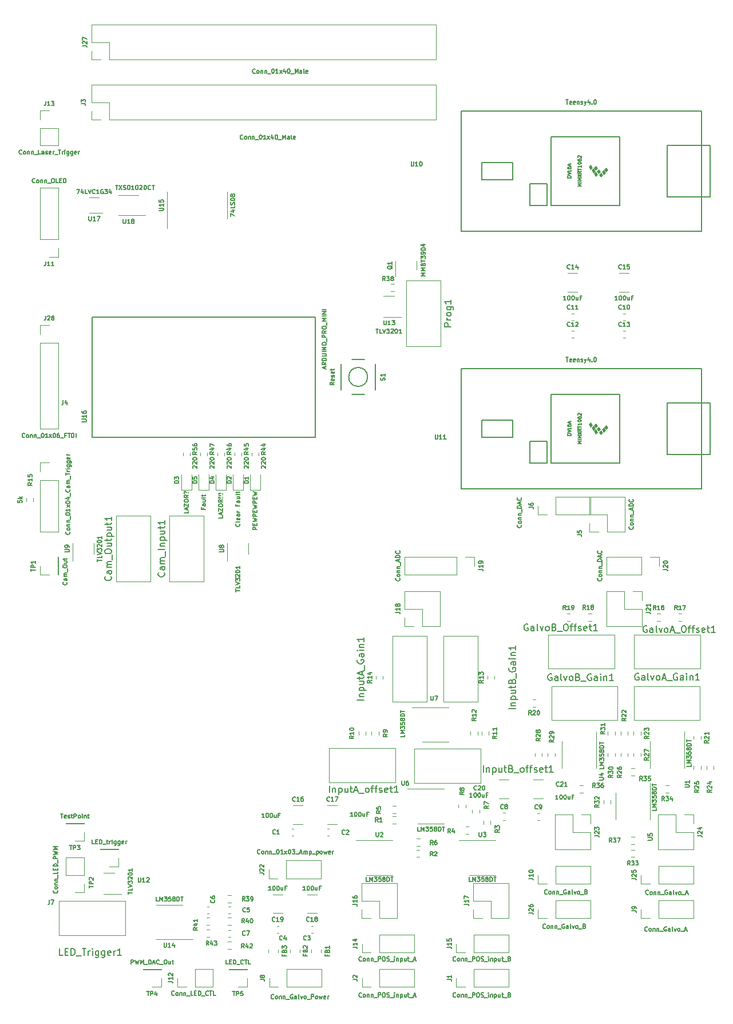
<source format=gbr>
%TF.GenerationSoftware,KiCad,Pcbnew,(6.0.4)*%
%TF.CreationDate,2022-04-15T06:39:39-07:00*%
%TF.ProjectId,main_board,6d61696e-5f62-46f6-9172-642e6b696361,rev?*%
%TF.SameCoordinates,PX48ab840PYb340ac0*%
%TF.FileFunction,Legend,Top*%
%TF.FilePolarity,Positive*%
%FSLAX46Y46*%
G04 Gerber Fmt 4.6, Leading zero omitted, Abs format (unit mm)*
G04 Created by KiCad (PCBNEW (6.0.4)) date 2022-04-15 06:39:39*
%MOMM*%
%LPD*%
G01*
G04 APERTURE LIST*
%ADD10C,0.150000*%
%ADD11C,0.127000*%
%ADD12C,0.120000*%
%ADD13C,0.100000*%
G04 APERTURE END LIST*
D10*
%TO.C,InputB_Gain1*%
X69032380Y39807143D02*
X68032380Y39807143D01*
X68365714Y40283334D02*
X69032380Y40283334D01*
X68460952Y40283334D02*
X68413333Y40330953D01*
X68365714Y40426191D01*
X68365714Y40569048D01*
X68413333Y40664286D01*
X68508571Y40711905D01*
X69032380Y40711905D01*
X68365714Y41188096D02*
X69365714Y41188096D01*
X68413333Y41188096D02*
X68365714Y41283334D01*
X68365714Y41473810D01*
X68413333Y41569048D01*
X68460952Y41616667D01*
X68556190Y41664286D01*
X68841904Y41664286D01*
X68937142Y41616667D01*
X68984761Y41569048D01*
X69032380Y41473810D01*
X69032380Y41283334D01*
X68984761Y41188096D01*
X68365714Y42521429D02*
X69032380Y42521429D01*
X68365714Y42092858D02*
X68889523Y42092858D01*
X68984761Y42140477D01*
X69032380Y42235715D01*
X69032380Y42378572D01*
X68984761Y42473810D01*
X68937142Y42521429D01*
X68365714Y42854762D02*
X68365714Y43235715D01*
X68032380Y42997620D02*
X68889523Y42997620D01*
X68984761Y43045239D01*
X69032380Y43140477D01*
X69032380Y43235715D01*
X68508571Y43902381D02*
X68556190Y44045239D01*
X68603809Y44092858D01*
X68699047Y44140477D01*
X68841904Y44140477D01*
X68937142Y44092858D01*
X68984761Y44045239D01*
X69032380Y43950000D01*
X69032380Y43569048D01*
X68032380Y43569048D01*
X68032380Y43902381D01*
X68080000Y43997620D01*
X68127619Y44045239D01*
X68222857Y44092858D01*
X68318095Y44092858D01*
X68413333Y44045239D01*
X68460952Y43997620D01*
X68508571Y43902381D01*
X68508571Y43569048D01*
X69127619Y44330953D02*
X69127619Y45092858D01*
X68080000Y45854762D02*
X68032380Y45759524D01*
X68032380Y45616667D01*
X68080000Y45473810D01*
X68175238Y45378572D01*
X68270476Y45330953D01*
X68460952Y45283334D01*
X68603809Y45283334D01*
X68794285Y45330953D01*
X68889523Y45378572D01*
X68984761Y45473810D01*
X69032380Y45616667D01*
X69032380Y45711905D01*
X68984761Y45854762D01*
X68937142Y45902381D01*
X68603809Y45902381D01*
X68603809Y45711905D01*
X69032380Y46759524D02*
X68508571Y46759524D01*
X68413333Y46711905D01*
X68365714Y46616667D01*
X68365714Y46426191D01*
X68413333Y46330953D01*
X68984761Y46759524D02*
X69032380Y46664286D01*
X69032380Y46426191D01*
X68984761Y46330953D01*
X68889523Y46283334D01*
X68794285Y46283334D01*
X68699047Y46330953D01*
X68651428Y46426191D01*
X68651428Y46664286D01*
X68603809Y46759524D01*
X69032380Y47235715D02*
X68365714Y47235715D01*
X68032380Y47235715D02*
X68080000Y47188096D01*
X68127619Y47235715D01*
X68080000Y47283334D01*
X68032380Y47235715D01*
X68127619Y47235715D01*
X68365714Y47711905D02*
X69032380Y47711905D01*
X68460952Y47711905D02*
X68413333Y47759524D01*
X68365714Y47854762D01*
X68365714Y47997620D01*
X68413333Y48092858D01*
X68508571Y48140477D01*
X69032380Y48140477D01*
X69032380Y49140477D02*
X69032380Y48569048D01*
X69032380Y48854762D02*
X68032380Y48854762D01*
X68175238Y48759524D01*
X68270476Y48664286D01*
X68318095Y48569048D01*
D11*
%TO.C,R5*%
X49055261Y24735367D02*
X48752880Y24523700D01*
X49055261Y24372510D02*
X48420261Y24372510D01*
X48420261Y24614415D01*
X48450500Y24674891D01*
X48480738Y24705129D01*
X48541214Y24735367D01*
X48631928Y24735367D01*
X48692404Y24705129D01*
X48722642Y24674891D01*
X48752880Y24614415D01*
X48752880Y24372510D01*
X48420261Y25309891D02*
X48420261Y25007510D01*
X48722642Y24977272D01*
X48692404Y25007510D01*
X48662166Y25067986D01*
X48662166Y25219177D01*
X48692404Y25279653D01*
X48722642Y25309891D01*
X48783119Y25340129D01*
X48934309Y25340129D01*
X48994785Y25309891D01*
X49025023Y25279653D01*
X49055261Y25219177D01*
X49055261Y25067986D01*
X49025023Y25007510D01*
X48994785Y24977272D01*
%TO.C,C20*%
X63244185Y27865615D02*
X63213947Y27835377D01*
X63123233Y27805139D01*
X63062757Y27805139D01*
X62972042Y27835377D01*
X62911566Y27895853D01*
X62881328Y27956329D01*
X62851090Y28077281D01*
X62851090Y28167996D01*
X62881328Y28288948D01*
X62911566Y28349424D01*
X62972042Y28409900D01*
X63062757Y28440139D01*
X63123233Y28440139D01*
X63213947Y28409900D01*
X63244185Y28379662D01*
X63486090Y28379662D02*
X63516328Y28409900D01*
X63576804Y28440139D01*
X63727995Y28440139D01*
X63788471Y28409900D01*
X63818709Y28379662D01*
X63848947Y28319186D01*
X63848947Y28258710D01*
X63818709Y28167996D01*
X63455852Y27805139D01*
X63848947Y27805139D01*
X64242042Y28440139D02*
X64302519Y28440139D01*
X64362995Y28409900D01*
X64393233Y28379662D01*
X64423471Y28319186D01*
X64453709Y28198234D01*
X64453709Y28047043D01*
X64423471Y27926091D01*
X64393233Y27865615D01*
X64362995Y27835377D01*
X64302519Y27805139D01*
X64242042Y27805139D01*
X64181566Y27835377D01*
X64151328Y27865615D01*
X64121090Y27926091D01*
X64090852Y28047043D01*
X64090852Y28198234D01*
X64121090Y28319186D01*
X64151328Y28379662D01*
X64181566Y28409900D01*
X64242042Y28440139D01*
X62618861Y26738339D02*
X62256004Y26738339D01*
X62437433Y26738339D02*
X62437433Y27373339D01*
X62376957Y27282624D01*
X62316480Y27222148D01*
X62256004Y27191910D01*
X63011957Y27373339D02*
X63072433Y27373339D01*
X63132909Y27343100D01*
X63163147Y27312862D01*
X63193385Y27252386D01*
X63223623Y27131434D01*
X63223623Y26980243D01*
X63193385Y26859291D01*
X63163147Y26798815D01*
X63132909Y26768577D01*
X63072433Y26738339D01*
X63011957Y26738339D01*
X62951480Y26768577D01*
X62921242Y26798815D01*
X62891004Y26859291D01*
X62860766Y26980243D01*
X62860766Y27131434D01*
X62891004Y27252386D01*
X62921242Y27312862D01*
X62951480Y27343100D01*
X63011957Y27373339D01*
X63616719Y27373339D02*
X63677195Y27373339D01*
X63737671Y27343100D01*
X63767909Y27312862D01*
X63798147Y27252386D01*
X63828385Y27131434D01*
X63828385Y26980243D01*
X63798147Y26859291D01*
X63767909Y26798815D01*
X63737671Y26768577D01*
X63677195Y26738339D01*
X63616719Y26738339D01*
X63556242Y26768577D01*
X63526004Y26798815D01*
X63495766Y26859291D01*
X63465528Y26980243D01*
X63465528Y27131434D01*
X63495766Y27252386D01*
X63526004Y27312862D01*
X63556242Y27343100D01*
X63616719Y27373339D01*
X64372671Y27161672D02*
X64372671Y26738339D01*
X64100528Y27161672D02*
X64100528Y26829053D01*
X64130766Y26768577D01*
X64191242Y26738339D01*
X64281957Y26738339D01*
X64342433Y26768577D01*
X64372671Y26798815D01*
X64886719Y27070958D02*
X64675052Y27070958D01*
X64675052Y26738339D02*
X64675052Y27373339D01*
X64977433Y27373339D01*
%TO.C,R34*%
X91031785Y26230339D02*
X90820119Y26532720D01*
X90668928Y26230339D02*
X90668928Y26865339D01*
X90910833Y26865339D01*
X90971309Y26835100D01*
X91001547Y26804862D01*
X91031785Y26744386D01*
X91031785Y26653672D01*
X91001547Y26593196D01*
X90971309Y26562958D01*
X90910833Y26532720D01*
X90668928Y26532720D01*
X91243452Y26865339D02*
X91636547Y26865339D01*
X91424880Y26623434D01*
X91515595Y26623434D01*
X91576071Y26593196D01*
X91606309Y26562958D01*
X91636547Y26502481D01*
X91636547Y26351291D01*
X91606309Y26290815D01*
X91576071Y26260577D01*
X91515595Y26230339D01*
X91334166Y26230339D01*
X91273690Y26260577D01*
X91243452Y26290815D01*
X92180833Y26653672D02*
X92180833Y26230339D01*
X92029642Y26895577D02*
X91878452Y26442005D01*
X92271547Y26442005D01*
D10*
%TO.C,GalvoB_Gain1*%
X74352685Y44950000D02*
X74257447Y44997620D01*
X74114590Y44997620D01*
X73971733Y44950000D01*
X73876495Y44854762D01*
X73828876Y44759524D01*
X73781257Y44569048D01*
X73781257Y44426191D01*
X73828876Y44235715D01*
X73876495Y44140477D01*
X73971733Y44045239D01*
X74114590Y43997620D01*
X74209828Y43997620D01*
X74352685Y44045239D01*
X74400304Y44092858D01*
X74400304Y44426191D01*
X74209828Y44426191D01*
X75257447Y43997620D02*
X75257447Y44521429D01*
X75209828Y44616667D01*
X75114590Y44664286D01*
X74924114Y44664286D01*
X74828876Y44616667D01*
X75257447Y44045239D02*
X75162209Y43997620D01*
X74924114Y43997620D01*
X74828876Y44045239D01*
X74781257Y44140477D01*
X74781257Y44235715D01*
X74828876Y44330953D01*
X74924114Y44378572D01*
X75162209Y44378572D01*
X75257447Y44426191D01*
X75876495Y43997620D02*
X75781257Y44045239D01*
X75733638Y44140477D01*
X75733638Y44997620D01*
X76162209Y44664286D02*
X76400304Y43997620D01*
X76638400Y44664286D01*
X77162209Y43997620D02*
X77066971Y44045239D01*
X77019352Y44092858D01*
X76971733Y44188096D01*
X76971733Y44473810D01*
X77019352Y44569048D01*
X77066971Y44616667D01*
X77162209Y44664286D01*
X77305066Y44664286D01*
X77400304Y44616667D01*
X77447923Y44569048D01*
X77495542Y44473810D01*
X77495542Y44188096D01*
X77447923Y44092858D01*
X77400304Y44045239D01*
X77305066Y43997620D01*
X77162209Y43997620D01*
X78257447Y44521429D02*
X78400304Y44473810D01*
X78447923Y44426191D01*
X78495542Y44330953D01*
X78495542Y44188096D01*
X78447923Y44092858D01*
X78400304Y44045239D01*
X78305066Y43997620D01*
X77924114Y43997620D01*
X77924114Y44997620D01*
X78257447Y44997620D01*
X78352685Y44950000D01*
X78400304Y44902381D01*
X78447923Y44807143D01*
X78447923Y44711905D01*
X78400304Y44616667D01*
X78352685Y44569048D01*
X78257447Y44521429D01*
X77924114Y44521429D01*
X78686019Y43902381D02*
X79447923Y43902381D01*
X80209828Y44950000D02*
X80114590Y44997620D01*
X79971733Y44997620D01*
X79828876Y44950000D01*
X79733638Y44854762D01*
X79686019Y44759524D01*
X79638400Y44569048D01*
X79638400Y44426191D01*
X79686019Y44235715D01*
X79733638Y44140477D01*
X79828876Y44045239D01*
X79971733Y43997620D01*
X80066971Y43997620D01*
X80209828Y44045239D01*
X80257447Y44092858D01*
X80257447Y44426191D01*
X80066971Y44426191D01*
X81114590Y43997620D02*
X81114590Y44521429D01*
X81066971Y44616667D01*
X80971733Y44664286D01*
X80781257Y44664286D01*
X80686019Y44616667D01*
X81114590Y44045239D02*
X81019352Y43997620D01*
X80781257Y43997620D01*
X80686019Y44045239D01*
X80638400Y44140477D01*
X80638400Y44235715D01*
X80686019Y44330953D01*
X80781257Y44378572D01*
X81019352Y44378572D01*
X81114590Y44426191D01*
X81590780Y43997620D02*
X81590780Y44664286D01*
X81590780Y44997620D02*
X81543161Y44950000D01*
X81590780Y44902381D01*
X81638400Y44950000D01*
X81590780Y44997620D01*
X81590780Y44902381D01*
X82066971Y44664286D02*
X82066971Y43997620D01*
X82066971Y44569048D02*
X82114590Y44616667D01*
X82209828Y44664286D01*
X82352685Y44664286D01*
X82447923Y44616667D01*
X82495542Y44521429D01*
X82495542Y43997620D01*
X83495542Y43997620D02*
X82924114Y43997620D01*
X83209828Y43997620D02*
X83209828Y44997620D01*
X83114590Y44854762D01*
X83019352Y44759524D01*
X82924114Y44711905D01*
D11*
%TO.C,C6*%
X24458385Y11527367D02*
X24488623Y11497129D01*
X24518861Y11406415D01*
X24518861Y11345939D01*
X24488623Y11255224D01*
X24428147Y11194748D01*
X24367671Y11164510D01*
X24246719Y11134272D01*
X24156004Y11134272D01*
X24035052Y11164510D01*
X23974576Y11194748D01*
X23914100Y11255224D01*
X23883861Y11345939D01*
X23883861Y11406415D01*
X23914100Y11497129D01*
X23944338Y11527367D01*
X23883861Y12071653D02*
X23883861Y11950700D01*
X23914100Y11890224D01*
X23944338Y11859986D01*
X24035052Y11799510D01*
X24156004Y11769272D01*
X24397909Y11769272D01*
X24458385Y11799510D01*
X24488623Y11829748D01*
X24518861Y11890224D01*
X24518861Y12011177D01*
X24488623Y12071653D01*
X24458385Y12101891D01*
X24397909Y12132129D01*
X24246719Y12132129D01*
X24186242Y12101891D01*
X24156004Y12071653D01*
X24125766Y12011177D01*
X24125766Y11890224D01*
X24156004Y11829748D01*
X24186242Y11799510D01*
X24246719Y11769272D01*
%TO.C,R14*%
X47727267Y44041786D02*
X47424886Y43830120D01*
X47727267Y43678929D02*
X47092267Y43678929D01*
X47092267Y43920834D01*
X47122506Y43981310D01*
X47152744Y44011548D01*
X47213220Y44041786D01*
X47303934Y44041786D01*
X47364410Y44011548D01*
X47394648Y43981310D01*
X47424886Y43920834D01*
X47424886Y43678929D01*
X47727267Y44646548D02*
X47727267Y44283691D01*
X47727267Y44465120D02*
X47092267Y44465120D01*
X47182982Y44404643D01*
X47243458Y44344167D01*
X47273696Y44283691D01*
X47303934Y45190834D02*
X47727267Y45190834D01*
X47062029Y45039643D02*
X47515601Y44888453D01*
X47515601Y45281548D01*
%TO.C,U7*%
X56491196Y41722739D02*
X56491196Y41208691D01*
X56521434Y41148215D01*
X56551672Y41117977D01*
X56612148Y41087739D01*
X56733101Y41087739D01*
X56793577Y41117977D01*
X56823815Y41148215D01*
X56854053Y41208691D01*
X56854053Y41722739D01*
X57095958Y41722739D02*
X57519291Y41722739D01*
X57247148Y41087739D01*
X52611261Y35959143D02*
X52611261Y35656762D01*
X51976261Y35656762D01*
X52611261Y36170810D02*
X51976261Y36170810D01*
X52429833Y36382477D01*
X51976261Y36594143D01*
X52611261Y36594143D01*
X51976261Y36836048D02*
X51976261Y37229143D01*
X52218166Y37017477D01*
X52218166Y37108191D01*
X52248404Y37168667D01*
X52278642Y37198905D01*
X52339119Y37229143D01*
X52490309Y37229143D01*
X52550785Y37198905D01*
X52581023Y37168667D01*
X52611261Y37108191D01*
X52611261Y36926762D01*
X52581023Y36866286D01*
X52550785Y36836048D01*
X51976261Y37803667D02*
X51976261Y37501286D01*
X52278642Y37471048D01*
X52248404Y37501286D01*
X52218166Y37561762D01*
X52218166Y37712953D01*
X52248404Y37773429D01*
X52278642Y37803667D01*
X52339119Y37833905D01*
X52490309Y37833905D01*
X52550785Y37803667D01*
X52581023Y37773429D01*
X52611261Y37712953D01*
X52611261Y37561762D01*
X52581023Y37501286D01*
X52550785Y37471048D01*
X52248404Y38196762D02*
X52218166Y38136286D01*
X52187928Y38106048D01*
X52127452Y38075810D01*
X52097214Y38075810D01*
X52036738Y38106048D01*
X52006500Y38136286D01*
X51976261Y38196762D01*
X51976261Y38317715D01*
X52006500Y38378191D01*
X52036738Y38408429D01*
X52097214Y38438667D01*
X52127452Y38438667D01*
X52187928Y38408429D01*
X52218166Y38378191D01*
X52248404Y38317715D01*
X52248404Y38196762D01*
X52278642Y38136286D01*
X52308880Y38106048D01*
X52369357Y38075810D01*
X52490309Y38075810D01*
X52550785Y38106048D01*
X52581023Y38136286D01*
X52611261Y38196762D01*
X52611261Y38317715D01*
X52581023Y38378191D01*
X52550785Y38408429D01*
X52490309Y38438667D01*
X52369357Y38438667D01*
X52308880Y38408429D01*
X52278642Y38378191D01*
X52248404Y38317715D01*
X52611261Y38710810D02*
X51976261Y38710810D01*
X51976261Y38862000D01*
X52006500Y38952715D01*
X52066976Y39013191D01*
X52127452Y39043429D01*
X52248404Y39073667D01*
X52339119Y39073667D01*
X52460071Y39043429D01*
X52520547Y39013191D01*
X52581023Y38952715D01*
X52611261Y38862000D01*
X52611261Y38710810D01*
X51976261Y39255096D02*
X51976261Y39617953D01*
X52611261Y39436524D02*
X51976261Y39436524D01*
%TO.C,R28*%
X72677261Y35456586D02*
X72374880Y35244920D01*
X72677261Y35093729D02*
X72042261Y35093729D01*
X72042261Y35335634D01*
X72072500Y35396110D01*
X72102738Y35426348D01*
X72163214Y35456586D01*
X72253928Y35456586D01*
X72314404Y35426348D01*
X72344642Y35396110D01*
X72374880Y35335634D01*
X72374880Y35093729D01*
X72102738Y35698491D02*
X72072500Y35728729D01*
X72042261Y35789205D01*
X72042261Y35940396D01*
X72072500Y36000872D01*
X72102738Y36031110D01*
X72163214Y36061348D01*
X72223690Y36061348D01*
X72314404Y36031110D01*
X72677261Y35668253D01*
X72677261Y36061348D01*
X72314404Y36424205D02*
X72284166Y36363729D01*
X72253928Y36333491D01*
X72193452Y36303253D01*
X72163214Y36303253D01*
X72102738Y36333491D01*
X72072500Y36363729D01*
X72042261Y36424205D01*
X72042261Y36545158D01*
X72072500Y36605634D01*
X72102738Y36635872D01*
X72163214Y36666110D01*
X72193452Y36666110D01*
X72253928Y36635872D01*
X72284166Y36605634D01*
X72314404Y36545158D01*
X72314404Y36424205D01*
X72344642Y36363729D01*
X72374880Y36333491D01*
X72435357Y36303253D01*
X72556309Y36303253D01*
X72616785Y36333491D01*
X72647023Y36363729D01*
X72677261Y36424205D01*
X72677261Y36545158D01*
X72647023Y36605634D01*
X72616785Y36635872D01*
X72556309Y36666110D01*
X72435357Y36666110D01*
X72374880Y36635872D01*
X72344642Y36605634D01*
X72314404Y36545158D01*
%TO.C,J3*%
X4732261Y129328334D02*
X5185833Y129328334D01*
X5276547Y129298096D01*
X5337023Y129237620D01*
X5367261Y129146905D01*
X5367261Y129086429D01*
X4732261Y129570239D02*
X4732261Y129963334D01*
X4974166Y129751667D01*
X4974166Y129842381D01*
X5004404Y129902858D01*
X5034642Y129933096D01*
X5095119Y129963334D01*
X5246309Y129963334D01*
X5306785Y129933096D01*
X5337023Y129902858D01*
X5367261Y129842381D01*
X5367261Y129660953D01*
X5337023Y129600477D01*
X5306785Y129570239D01*
X28655433Y124131615D02*
X28625195Y124101377D01*
X28534480Y124071139D01*
X28474004Y124071139D01*
X28383290Y124101377D01*
X28322814Y124161853D01*
X28292576Y124222329D01*
X28262338Y124343281D01*
X28262338Y124433996D01*
X28292576Y124554948D01*
X28322814Y124615424D01*
X28383290Y124675900D01*
X28474004Y124706139D01*
X28534480Y124706139D01*
X28625195Y124675900D01*
X28655433Y124645662D01*
X29018290Y124071139D02*
X28957814Y124101377D01*
X28927576Y124131615D01*
X28897338Y124192091D01*
X28897338Y124373520D01*
X28927576Y124433996D01*
X28957814Y124464234D01*
X29018290Y124494472D01*
X29109004Y124494472D01*
X29169480Y124464234D01*
X29199719Y124433996D01*
X29229957Y124373520D01*
X29229957Y124192091D01*
X29199719Y124131615D01*
X29169480Y124101377D01*
X29109004Y124071139D01*
X29018290Y124071139D01*
X29502100Y124494472D02*
X29502100Y124071139D01*
X29502100Y124433996D02*
X29532338Y124464234D01*
X29592814Y124494472D01*
X29683528Y124494472D01*
X29744004Y124464234D01*
X29774242Y124403758D01*
X29774242Y124071139D01*
X30076623Y124494472D02*
X30076623Y124071139D01*
X30076623Y124433996D02*
X30106861Y124464234D01*
X30167338Y124494472D01*
X30258052Y124494472D01*
X30318528Y124464234D01*
X30348766Y124403758D01*
X30348766Y124071139D01*
X30499957Y124010662D02*
X30983766Y124010662D01*
X31255909Y124706139D02*
X31316385Y124706139D01*
X31376861Y124675900D01*
X31407100Y124645662D01*
X31437338Y124585186D01*
X31467576Y124464234D01*
X31467576Y124313043D01*
X31437338Y124192091D01*
X31407100Y124131615D01*
X31376861Y124101377D01*
X31316385Y124071139D01*
X31255909Y124071139D01*
X31195433Y124101377D01*
X31165195Y124131615D01*
X31134957Y124192091D01*
X31104719Y124313043D01*
X31104719Y124464234D01*
X31134957Y124585186D01*
X31165195Y124645662D01*
X31195433Y124675900D01*
X31255909Y124706139D01*
X32072338Y124071139D02*
X31709480Y124071139D01*
X31890909Y124071139D02*
X31890909Y124706139D01*
X31830433Y124615424D01*
X31769957Y124554948D01*
X31709480Y124524710D01*
X32284004Y124071139D02*
X32616623Y124494472D01*
X32284004Y124494472D02*
X32616623Y124071139D01*
X33130671Y124494472D02*
X33130671Y124071139D01*
X32979480Y124736377D02*
X32828290Y124282805D01*
X33221385Y124282805D01*
X33584242Y124706139D02*
X33644719Y124706139D01*
X33705195Y124675900D01*
X33735433Y124645662D01*
X33765671Y124585186D01*
X33795909Y124464234D01*
X33795909Y124313043D01*
X33765671Y124192091D01*
X33735433Y124131615D01*
X33705195Y124101377D01*
X33644719Y124071139D01*
X33584242Y124071139D01*
X33523766Y124101377D01*
X33493528Y124131615D01*
X33463290Y124192091D01*
X33433052Y124313043D01*
X33433052Y124464234D01*
X33463290Y124585186D01*
X33493528Y124645662D01*
X33523766Y124675900D01*
X33584242Y124706139D01*
X33916861Y124010662D02*
X34400671Y124010662D01*
X34551861Y124071139D02*
X34551861Y124706139D01*
X34763528Y124252567D01*
X34975195Y124706139D01*
X34975195Y124071139D01*
X35549719Y124071139D02*
X35549719Y124403758D01*
X35519480Y124464234D01*
X35459004Y124494472D01*
X35338052Y124494472D01*
X35277576Y124464234D01*
X35549719Y124101377D02*
X35489242Y124071139D01*
X35338052Y124071139D01*
X35277576Y124101377D01*
X35247338Y124161853D01*
X35247338Y124222329D01*
X35277576Y124282805D01*
X35338052Y124313043D01*
X35489242Y124313043D01*
X35549719Y124343281D01*
X35942814Y124071139D02*
X35882338Y124101377D01*
X35852100Y124161853D01*
X35852100Y124706139D01*
X36426623Y124101377D02*
X36366147Y124071139D01*
X36245195Y124071139D01*
X36184719Y124101377D01*
X36154480Y124161853D01*
X36154480Y124403758D01*
X36184719Y124464234D01*
X36245195Y124494472D01*
X36366147Y124494472D01*
X36426623Y124464234D01*
X36456861Y124403758D01*
X36456861Y124343281D01*
X36154480Y124282805D01*
%TO.C,TP2*%
X5900661Y13321091D02*
X5900661Y13683948D01*
X6535661Y13502520D02*
X5900661Y13502520D01*
X6535661Y13895615D02*
X5900661Y13895615D01*
X5900661Y14137520D01*
X5930900Y14197996D01*
X5961138Y14228234D01*
X6021614Y14258472D01*
X6112328Y14258472D01*
X6172804Y14228234D01*
X6203042Y14197996D01*
X6233280Y14137520D01*
X6233280Y13895615D01*
X5961138Y14500377D02*
X5930900Y14530615D01*
X5900661Y14591091D01*
X5900661Y14742281D01*
X5930900Y14802758D01*
X5961138Y14832996D01*
X6021614Y14863234D01*
X6082090Y14863234D01*
X6172804Y14832996D01*
X6535661Y14470139D01*
X6535661Y14863234D01*
X6667500Y19822739D02*
X6365119Y19822739D01*
X6365119Y20457739D01*
X6879166Y20155358D02*
X7090833Y20155358D01*
X7181547Y19822739D02*
X6879166Y19822739D01*
X6879166Y20457739D01*
X7181547Y20457739D01*
X7453690Y19822739D02*
X7453690Y20457739D01*
X7604880Y20457739D01*
X7695595Y20427500D01*
X7756071Y20367024D01*
X7786309Y20306548D01*
X7816547Y20185596D01*
X7816547Y20094881D01*
X7786309Y19973929D01*
X7756071Y19913453D01*
X7695595Y19852977D01*
X7604880Y19822739D01*
X7453690Y19822739D01*
X7937500Y19762262D02*
X8421309Y19762262D01*
X8481785Y20246072D02*
X8723690Y20246072D01*
X8572500Y20457739D02*
X8572500Y19913453D01*
X8602738Y19852977D01*
X8663214Y19822739D01*
X8723690Y19822739D01*
X8935357Y19822739D02*
X8935357Y20246072D01*
X8935357Y20125120D02*
X8965595Y20185596D01*
X8995833Y20215834D01*
X9056309Y20246072D01*
X9116785Y20246072D01*
X9328452Y19822739D02*
X9328452Y20246072D01*
X9328452Y20457739D02*
X9298214Y20427500D01*
X9328452Y20397262D01*
X9358690Y20427500D01*
X9328452Y20457739D01*
X9328452Y20397262D01*
X9902976Y20246072D02*
X9902976Y19732024D01*
X9872738Y19671548D01*
X9842500Y19641310D01*
X9782023Y19611072D01*
X9691309Y19611072D01*
X9630833Y19641310D01*
X9902976Y19852977D02*
X9842500Y19822739D01*
X9721547Y19822739D01*
X9661071Y19852977D01*
X9630833Y19883215D01*
X9600595Y19943691D01*
X9600595Y20125120D01*
X9630833Y20185596D01*
X9661071Y20215834D01*
X9721547Y20246072D01*
X9842500Y20246072D01*
X9902976Y20215834D01*
X10477500Y20246072D02*
X10477500Y19732024D01*
X10447261Y19671548D01*
X10417023Y19641310D01*
X10356547Y19611072D01*
X10265833Y19611072D01*
X10205357Y19641310D01*
X10477500Y19852977D02*
X10417023Y19822739D01*
X10296071Y19822739D01*
X10235595Y19852977D01*
X10205357Y19883215D01*
X10175119Y19943691D01*
X10175119Y20125120D01*
X10205357Y20185596D01*
X10235595Y20215834D01*
X10296071Y20246072D01*
X10417023Y20246072D01*
X10477500Y20215834D01*
X11021785Y19852977D02*
X10961309Y19822739D01*
X10840357Y19822739D01*
X10779880Y19852977D01*
X10749642Y19913453D01*
X10749642Y20155358D01*
X10779880Y20215834D01*
X10840357Y20246072D01*
X10961309Y20246072D01*
X11021785Y20215834D01*
X11052023Y20155358D01*
X11052023Y20094881D01*
X10749642Y20034405D01*
X11324166Y19822739D02*
X11324166Y20246072D01*
X11324166Y20125120D02*
X11354404Y20185596D01*
X11384642Y20215834D01*
X11445119Y20246072D01*
X11505595Y20246072D01*
%TO.C,J20*%
X90882261Y60445953D02*
X91335833Y60445953D01*
X91426547Y60415715D01*
X91487023Y60355239D01*
X91517261Y60264524D01*
X91517261Y60204048D01*
X90942738Y60718096D02*
X90912500Y60748334D01*
X90882261Y60808810D01*
X90882261Y60960000D01*
X90912500Y61020477D01*
X90942738Y61050715D01*
X91003214Y61080953D01*
X91063690Y61080953D01*
X91154404Y61050715D01*
X91517261Y60687858D01*
X91517261Y61080953D01*
X90882261Y61474048D02*
X90882261Y61534524D01*
X90912500Y61595000D01*
X90942738Y61625239D01*
X91003214Y61655477D01*
X91124166Y61685715D01*
X91275357Y61685715D01*
X91396309Y61655477D01*
X91456785Y61625239D01*
X91487023Y61595000D01*
X91517261Y61534524D01*
X91517261Y61474048D01*
X91487023Y61413572D01*
X91456785Y61383334D01*
X91396309Y61353096D01*
X91275357Y61322858D01*
X91124166Y61322858D01*
X91003214Y61353096D01*
X90942738Y61383334D01*
X90912500Y61413572D01*
X90882261Y61474048D01*
X81716785Y59145715D02*
X81747023Y59115477D01*
X81777261Y59024762D01*
X81777261Y58964286D01*
X81747023Y58873572D01*
X81686547Y58813096D01*
X81626071Y58782858D01*
X81505119Y58752620D01*
X81414404Y58752620D01*
X81293452Y58782858D01*
X81232976Y58813096D01*
X81172500Y58873572D01*
X81142261Y58964286D01*
X81142261Y59024762D01*
X81172500Y59115477D01*
X81202738Y59145715D01*
X81777261Y59508572D02*
X81747023Y59448096D01*
X81716785Y59417858D01*
X81656309Y59387620D01*
X81474880Y59387620D01*
X81414404Y59417858D01*
X81384166Y59448096D01*
X81353928Y59508572D01*
X81353928Y59599286D01*
X81384166Y59659762D01*
X81414404Y59690000D01*
X81474880Y59720239D01*
X81656309Y59720239D01*
X81716785Y59690000D01*
X81747023Y59659762D01*
X81777261Y59599286D01*
X81777261Y59508572D01*
X81353928Y59992381D02*
X81777261Y59992381D01*
X81414404Y59992381D02*
X81384166Y60022620D01*
X81353928Y60083096D01*
X81353928Y60173810D01*
X81384166Y60234286D01*
X81444642Y60264524D01*
X81777261Y60264524D01*
X81353928Y60566905D02*
X81777261Y60566905D01*
X81414404Y60566905D02*
X81384166Y60597143D01*
X81353928Y60657620D01*
X81353928Y60748334D01*
X81384166Y60808810D01*
X81444642Y60839048D01*
X81777261Y60839048D01*
X81837738Y60990239D02*
X81837738Y61474048D01*
X81777261Y61625239D02*
X81142261Y61625239D01*
X81142261Y61776429D01*
X81172500Y61867143D01*
X81232976Y61927620D01*
X81293452Y61957858D01*
X81414404Y61988096D01*
X81505119Y61988096D01*
X81626071Y61957858D01*
X81686547Y61927620D01*
X81747023Y61867143D01*
X81777261Y61776429D01*
X81777261Y61625239D01*
X81595833Y62230000D02*
X81595833Y62532381D01*
X81777261Y62169524D02*
X81142261Y62381191D01*
X81777261Y62592858D01*
X81716785Y63167381D02*
X81747023Y63137143D01*
X81777261Y63046429D01*
X81777261Y62985953D01*
X81747023Y62895239D01*
X81686547Y62834762D01*
X81626071Y62804524D01*
X81505119Y62774286D01*
X81414404Y62774286D01*
X81293452Y62804524D01*
X81232976Y62834762D01*
X81172500Y62895239D01*
X81142261Y62985953D01*
X81142261Y63046429D01*
X81172500Y63137143D01*
X81202738Y63167381D01*
%TO.C,U15*%
X16282261Y113513810D02*
X16796309Y113513810D01*
X16856785Y113544048D01*
X16887023Y113574286D01*
X16917261Y113634762D01*
X16917261Y113755715D01*
X16887023Y113816191D01*
X16856785Y113846429D01*
X16796309Y113876667D01*
X16282261Y113876667D01*
X16917261Y114511667D02*
X16917261Y114148810D01*
X16917261Y114330239D02*
X16282261Y114330239D01*
X16372976Y114269762D01*
X16433452Y114209286D01*
X16463690Y114148810D01*
X16282261Y115086191D02*
X16282261Y114783810D01*
X16584642Y114753572D01*
X16554404Y114783810D01*
X16524166Y114844286D01*
X16524166Y114995477D01*
X16554404Y115055953D01*
X16584642Y115086191D01*
X16645119Y115116429D01*
X16796309Y115116429D01*
X16856785Y115086191D01*
X16887023Y115055953D01*
X16917261Y114995477D01*
X16917261Y114844286D01*
X16887023Y114783810D01*
X16856785Y114753572D01*
X26842261Y112621786D02*
X26842261Y113045120D01*
X27477261Y112772977D01*
X27053928Y113559167D02*
X27477261Y113559167D01*
X26812023Y113407977D02*
X27265595Y113256786D01*
X27265595Y113649881D01*
X27477261Y114194167D02*
X27477261Y113891786D01*
X26842261Y113891786D01*
X27447023Y114375596D02*
X27477261Y114466310D01*
X27477261Y114617500D01*
X27447023Y114677977D01*
X27416785Y114708215D01*
X27356309Y114738453D01*
X27295833Y114738453D01*
X27235357Y114708215D01*
X27205119Y114677977D01*
X27174880Y114617500D01*
X27144642Y114496548D01*
X27114404Y114436072D01*
X27084166Y114405834D01*
X27023690Y114375596D01*
X26963214Y114375596D01*
X26902738Y114405834D01*
X26872500Y114436072D01*
X26842261Y114496548D01*
X26842261Y114647739D01*
X26872500Y114738453D01*
X26842261Y115131548D02*
X26842261Y115192024D01*
X26872500Y115252500D01*
X26902738Y115282739D01*
X26963214Y115312977D01*
X27084166Y115343215D01*
X27235357Y115343215D01*
X27356309Y115312977D01*
X27416785Y115282739D01*
X27447023Y115252500D01*
X27477261Y115192024D01*
X27477261Y115131548D01*
X27447023Y115071072D01*
X27416785Y115040834D01*
X27356309Y115010596D01*
X27235357Y114980358D01*
X27084166Y114980358D01*
X26963214Y115010596D01*
X26902738Y115040834D01*
X26872500Y115071072D01*
X26842261Y115131548D01*
X27114404Y115706072D02*
X27084166Y115645596D01*
X27053928Y115615358D01*
X26993452Y115585120D01*
X26963214Y115585120D01*
X26902738Y115615358D01*
X26872500Y115645596D01*
X26842261Y115706072D01*
X26842261Y115827024D01*
X26872500Y115887500D01*
X26902738Y115917739D01*
X26963214Y115947977D01*
X26993452Y115947977D01*
X27053928Y115917739D01*
X27084166Y115887500D01*
X27114404Y115827024D01*
X27114404Y115706072D01*
X27144642Y115645596D01*
X27174880Y115615358D01*
X27235357Y115585120D01*
X27356309Y115585120D01*
X27416785Y115615358D01*
X27447023Y115645596D01*
X27477261Y115706072D01*
X27477261Y115827024D01*
X27447023Y115887500D01*
X27416785Y115917739D01*
X27356309Y115947977D01*
X27235357Y115947977D01*
X27174880Y115917739D01*
X27144642Y115887500D01*
X27114404Y115827024D01*
%TO.C,R35*%
X87780585Y29176739D02*
X87568919Y29479120D01*
X87417728Y29176739D02*
X87417728Y29811739D01*
X87659633Y29811739D01*
X87720109Y29781500D01*
X87750347Y29751262D01*
X87780585Y29690786D01*
X87780585Y29600072D01*
X87750347Y29539596D01*
X87720109Y29509358D01*
X87659633Y29479120D01*
X87417728Y29479120D01*
X87992252Y29811739D02*
X88385347Y29811739D01*
X88173680Y29569834D01*
X88264395Y29569834D01*
X88324871Y29539596D01*
X88355109Y29509358D01*
X88385347Y29448881D01*
X88385347Y29297691D01*
X88355109Y29237215D01*
X88324871Y29206977D01*
X88264395Y29176739D01*
X88082966Y29176739D01*
X88022490Y29206977D01*
X87992252Y29237215D01*
X88959871Y29811739D02*
X88657490Y29811739D01*
X88627252Y29509358D01*
X88657490Y29539596D01*
X88717966Y29569834D01*
X88869157Y29569834D01*
X88929633Y29539596D01*
X88959871Y29509358D01*
X88990109Y29448881D01*
X88990109Y29297691D01*
X88959871Y29237215D01*
X88929633Y29206977D01*
X88869157Y29176739D01*
X88717966Y29176739D01*
X88657490Y29206977D01*
X88627252Y29237215D01*
%TO.C,J21*%
X88342261Y54095953D02*
X88795833Y54095953D01*
X88886547Y54065715D01*
X88947023Y54005239D01*
X88977261Y53914524D01*
X88977261Y53854048D01*
X88402738Y54368096D02*
X88372500Y54398334D01*
X88342261Y54458810D01*
X88342261Y54610000D01*
X88372500Y54670477D01*
X88402738Y54700715D01*
X88463214Y54730953D01*
X88523690Y54730953D01*
X88614404Y54700715D01*
X88977261Y54337858D01*
X88977261Y54730953D01*
X88977261Y55335715D02*
X88977261Y54972858D01*
X88977261Y55154286D02*
X88342261Y55154286D01*
X88432976Y55093810D01*
X88493452Y55033334D01*
X88523690Y54972858D01*
D10*
%TO.C,GalvoA_Offset1*%
X88432285Y52062000D02*
X88337047Y52109620D01*
X88194190Y52109620D01*
X88051333Y52062000D01*
X87956095Y51966762D01*
X87908476Y51871524D01*
X87860857Y51681048D01*
X87860857Y51538191D01*
X87908476Y51347715D01*
X87956095Y51252477D01*
X88051333Y51157239D01*
X88194190Y51109620D01*
X88289428Y51109620D01*
X88432285Y51157239D01*
X88479904Y51204858D01*
X88479904Y51538191D01*
X88289428Y51538191D01*
X89337047Y51109620D02*
X89337047Y51633429D01*
X89289428Y51728667D01*
X89194190Y51776286D01*
X89003714Y51776286D01*
X88908476Y51728667D01*
X89337047Y51157239D02*
X89241809Y51109620D01*
X89003714Y51109620D01*
X88908476Y51157239D01*
X88860857Y51252477D01*
X88860857Y51347715D01*
X88908476Y51442953D01*
X89003714Y51490572D01*
X89241809Y51490572D01*
X89337047Y51538191D01*
X89956095Y51109620D02*
X89860857Y51157239D01*
X89813238Y51252477D01*
X89813238Y52109620D01*
X90241809Y51776286D02*
X90479904Y51109620D01*
X90718000Y51776286D01*
X91241809Y51109620D02*
X91146571Y51157239D01*
X91098952Y51204858D01*
X91051333Y51300096D01*
X91051333Y51585810D01*
X91098952Y51681048D01*
X91146571Y51728667D01*
X91241809Y51776286D01*
X91384666Y51776286D01*
X91479904Y51728667D01*
X91527523Y51681048D01*
X91575142Y51585810D01*
X91575142Y51300096D01*
X91527523Y51204858D01*
X91479904Y51157239D01*
X91384666Y51109620D01*
X91241809Y51109620D01*
X91956095Y51395334D02*
X92432285Y51395334D01*
X91860857Y51109620D02*
X92194190Y52109620D01*
X92527523Y51109620D01*
X92622761Y51014381D02*
X93384666Y51014381D01*
X93813238Y52109620D02*
X94003714Y52109620D01*
X94098952Y52062000D01*
X94194190Y51966762D01*
X94241809Y51776286D01*
X94241809Y51442953D01*
X94194190Y51252477D01*
X94098952Y51157239D01*
X94003714Y51109620D01*
X93813238Y51109620D01*
X93718000Y51157239D01*
X93622761Y51252477D01*
X93575142Y51442953D01*
X93575142Y51776286D01*
X93622761Y51966762D01*
X93718000Y52062000D01*
X93813238Y52109620D01*
X94527523Y51776286D02*
X94908476Y51776286D01*
X94670380Y51109620D02*
X94670380Y51966762D01*
X94718000Y52062000D01*
X94813238Y52109620D01*
X94908476Y52109620D01*
X95098952Y51776286D02*
X95479904Y51776286D01*
X95241809Y51109620D02*
X95241809Y51966762D01*
X95289428Y52062000D01*
X95384666Y52109620D01*
X95479904Y52109620D01*
X95765619Y51157239D02*
X95860857Y51109620D01*
X96051333Y51109620D01*
X96146571Y51157239D01*
X96194190Y51252477D01*
X96194190Y51300096D01*
X96146571Y51395334D01*
X96051333Y51442953D01*
X95908476Y51442953D01*
X95813238Y51490572D01*
X95765619Y51585810D01*
X95765619Y51633429D01*
X95813238Y51728667D01*
X95908476Y51776286D01*
X96051333Y51776286D01*
X96146571Y51728667D01*
X97003714Y51157239D02*
X96908476Y51109620D01*
X96718000Y51109620D01*
X96622761Y51157239D01*
X96575142Y51252477D01*
X96575142Y51633429D01*
X96622761Y51728667D01*
X96718000Y51776286D01*
X96908476Y51776286D01*
X97003714Y51728667D01*
X97051333Y51633429D01*
X97051333Y51538191D01*
X96575142Y51442953D01*
X97337047Y51776286D02*
X97718000Y51776286D01*
X97479904Y52109620D02*
X97479904Y51252477D01*
X97527523Y51157239D01*
X97622761Y51109620D01*
X97718000Y51109620D01*
X98575142Y51109620D02*
X98003714Y51109620D01*
X98289428Y51109620D02*
X98289428Y52109620D01*
X98194190Y51966762D01*
X98098952Y51871524D01*
X98003714Y51823905D01*
D11*
%TO.C,R16*%
X89761785Y54482739D02*
X89550119Y54785120D01*
X89398928Y54482739D02*
X89398928Y55117739D01*
X89640833Y55117739D01*
X89701309Y55087500D01*
X89731547Y55057262D01*
X89761785Y54996786D01*
X89761785Y54906072D01*
X89731547Y54845596D01*
X89701309Y54815358D01*
X89640833Y54785120D01*
X89398928Y54785120D01*
X90366547Y54482739D02*
X90003690Y54482739D01*
X90185119Y54482739D02*
X90185119Y55117739D01*
X90124642Y55027024D01*
X90064166Y54966548D01*
X90003690Y54936310D01*
X90910833Y55117739D02*
X90789880Y55117739D01*
X90729404Y55087500D01*
X90699166Y55057262D01*
X90638690Y54966548D01*
X90608452Y54845596D01*
X90608452Y54603691D01*
X90638690Y54543215D01*
X90668928Y54512977D01*
X90729404Y54482739D01*
X90850357Y54482739D01*
X90910833Y54512977D01*
X90941071Y54543215D01*
X90971309Y54603691D01*
X90971309Y54754881D01*
X90941071Y54815358D01*
X90910833Y54845596D01*
X90850357Y54875834D01*
X90729404Y54875834D01*
X90668928Y54845596D01*
X90638690Y54815358D01*
X90608452Y54754881D01*
%TO.C,U14*%
X16993809Y5202739D02*
X16993809Y4688691D01*
X17024047Y4628215D01*
X17054285Y4597977D01*
X17114761Y4567739D01*
X17235714Y4567739D01*
X17296190Y4597977D01*
X17326428Y4628215D01*
X17356666Y4688691D01*
X17356666Y5202739D01*
X17991666Y4567739D02*
X17628809Y4567739D01*
X17810238Y4567739D02*
X17810238Y5202739D01*
X17749761Y5112024D01*
X17689285Y5051548D01*
X17628809Y5021310D01*
X18535952Y4991072D02*
X18535952Y4567739D01*
X18384761Y5232977D02*
X18233571Y4779405D01*
X18626666Y4779405D01*
X16147142Y11367739D02*
X15844761Y11367739D01*
X15844761Y12002739D01*
X16358809Y11367739D02*
X16358809Y12002739D01*
X16570476Y11549167D01*
X16782142Y12002739D01*
X16782142Y11367739D01*
X17024047Y12002739D02*
X17417142Y12002739D01*
X17205476Y11760834D01*
X17296190Y11760834D01*
X17356666Y11730596D01*
X17386904Y11700358D01*
X17417142Y11639881D01*
X17417142Y11488691D01*
X17386904Y11428215D01*
X17356666Y11397977D01*
X17296190Y11367739D01*
X17114761Y11367739D01*
X17054285Y11397977D01*
X17024047Y11428215D01*
X17991666Y12002739D02*
X17689285Y12002739D01*
X17659047Y11700358D01*
X17689285Y11730596D01*
X17749761Y11760834D01*
X17900952Y11760834D01*
X17961428Y11730596D01*
X17991666Y11700358D01*
X18021904Y11639881D01*
X18021904Y11488691D01*
X17991666Y11428215D01*
X17961428Y11397977D01*
X17900952Y11367739D01*
X17749761Y11367739D01*
X17689285Y11397977D01*
X17659047Y11428215D01*
X18384761Y11730596D02*
X18324285Y11760834D01*
X18294047Y11791072D01*
X18263809Y11851548D01*
X18263809Y11881786D01*
X18294047Y11942262D01*
X18324285Y11972500D01*
X18384761Y12002739D01*
X18505714Y12002739D01*
X18566190Y11972500D01*
X18596428Y11942262D01*
X18626666Y11881786D01*
X18626666Y11851548D01*
X18596428Y11791072D01*
X18566190Y11760834D01*
X18505714Y11730596D01*
X18384761Y11730596D01*
X18324285Y11700358D01*
X18294047Y11670120D01*
X18263809Y11609643D01*
X18263809Y11488691D01*
X18294047Y11428215D01*
X18324285Y11397977D01*
X18384761Y11367739D01*
X18505714Y11367739D01*
X18566190Y11397977D01*
X18596428Y11428215D01*
X18626666Y11488691D01*
X18626666Y11609643D01*
X18596428Y11670120D01*
X18566190Y11700358D01*
X18505714Y11730596D01*
X18898809Y11367739D02*
X18898809Y12002739D01*
X19050000Y12002739D01*
X19140714Y11972500D01*
X19201190Y11912024D01*
X19231428Y11851548D01*
X19261666Y11730596D01*
X19261666Y11639881D01*
X19231428Y11518929D01*
X19201190Y11458453D01*
X19140714Y11397977D01*
X19050000Y11367739D01*
X18898809Y11367739D01*
X19443095Y12002739D02*
X19805952Y12002739D01*
X19624523Y11367739D02*
X19624523Y12002739D01*
%TO.C,C12*%
X77061785Y96453215D02*
X77031547Y96422977D01*
X76940833Y96392739D01*
X76880357Y96392739D01*
X76789642Y96422977D01*
X76729166Y96483453D01*
X76698928Y96543929D01*
X76668690Y96664881D01*
X76668690Y96755596D01*
X76698928Y96876548D01*
X76729166Y96937024D01*
X76789642Y96997500D01*
X76880357Y97027739D01*
X76940833Y97027739D01*
X77031547Y96997500D01*
X77061785Y96967262D01*
X77666547Y96392739D02*
X77303690Y96392739D01*
X77485119Y96392739D02*
X77485119Y97027739D01*
X77424642Y96937024D01*
X77364166Y96876548D01*
X77303690Y96846310D01*
X77908452Y96967262D02*
X77938690Y96997500D01*
X77999166Y97027739D01*
X78150357Y97027739D01*
X78210833Y96997500D01*
X78241071Y96967262D01*
X78271309Y96906786D01*
X78271309Y96846310D01*
X78241071Y96755596D01*
X77878214Y96392739D01*
X78271309Y96392739D01*
%TO.C,J7*%
X42333Y11523739D02*
X42333Y11070167D01*
X12095Y10979453D01*
X-48381Y10918977D01*
X-139096Y10888739D01*
X-199572Y10888739D01*
X284238Y11523739D02*
X707571Y11523739D01*
X435428Y10888739D01*
X1191985Y12947953D02*
X1222223Y12917715D01*
X1252461Y12827000D01*
X1252461Y12766524D01*
X1222223Y12675810D01*
X1161747Y12615334D01*
X1101271Y12585096D01*
X980319Y12554858D01*
X889604Y12554858D01*
X768652Y12585096D01*
X708176Y12615334D01*
X647700Y12675810D01*
X617461Y12766524D01*
X617461Y12827000D01*
X647700Y12917715D01*
X677938Y12947953D01*
X1252461Y13310810D02*
X1222223Y13250334D01*
X1191985Y13220096D01*
X1131509Y13189858D01*
X950080Y13189858D01*
X889604Y13220096D01*
X859366Y13250334D01*
X829128Y13310810D01*
X829128Y13401524D01*
X859366Y13462000D01*
X889604Y13492239D01*
X950080Y13522477D01*
X1131509Y13522477D01*
X1191985Y13492239D01*
X1222223Y13462000D01*
X1252461Y13401524D01*
X1252461Y13310810D01*
X829128Y13794620D02*
X1252461Y13794620D01*
X889604Y13794620D02*
X859366Y13824858D01*
X829128Y13885334D01*
X829128Y13976048D01*
X859366Y14036524D01*
X919842Y14066762D01*
X1252461Y14066762D01*
X829128Y14369143D02*
X1252461Y14369143D01*
X889604Y14369143D02*
X859366Y14399381D01*
X829128Y14459858D01*
X829128Y14550572D01*
X859366Y14611048D01*
X919842Y14641286D01*
X1252461Y14641286D01*
X1312938Y14792477D02*
X1312938Y15276286D01*
X1252461Y15729858D02*
X1252461Y15427477D01*
X617461Y15427477D01*
X919842Y15941524D02*
X919842Y16153191D01*
X1252461Y16243905D02*
X1252461Y15941524D01*
X617461Y15941524D01*
X617461Y16243905D01*
X1252461Y16516048D02*
X617461Y16516048D01*
X617461Y16667239D01*
X647700Y16757953D01*
X708176Y16818429D01*
X768652Y16848667D01*
X889604Y16878905D01*
X980319Y16878905D01*
X1101271Y16848667D01*
X1161747Y16818429D01*
X1222223Y16757953D01*
X1252461Y16667239D01*
X1252461Y16516048D01*
X1312938Y16999858D02*
X1312938Y17483667D01*
X1252461Y17634858D02*
X617461Y17634858D01*
X617461Y17876762D01*
X647700Y17937239D01*
X677938Y17967477D01*
X738414Y17997715D01*
X829128Y17997715D01*
X889604Y17967477D01*
X919842Y17937239D01*
X950080Y17876762D01*
X950080Y17634858D01*
X617461Y18209381D02*
X1252461Y18360572D01*
X798890Y18481524D01*
X1252461Y18602477D01*
X617461Y18753667D01*
X1252461Y18995572D02*
X617461Y18995572D01*
X1071033Y19207239D01*
X617461Y19418905D01*
X1252461Y19418905D01*
%TO.C,J23*%
X80722261Y21075953D02*
X81175833Y21075953D01*
X81266547Y21045715D01*
X81327023Y20985239D01*
X81357261Y20894524D01*
X81357261Y20834048D01*
X80782738Y21348096D02*
X80752500Y21378334D01*
X80722261Y21438810D01*
X80722261Y21590000D01*
X80752500Y21650477D01*
X80782738Y21680715D01*
X80843214Y21710953D01*
X80903690Y21710953D01*
X80994404Y21680715D01*
X81357261Y21317858D01*
X81357261Y21710953D01*
X80722261Y21922620D02*
X80722261Y22315715D01*
X80964166Y22104048D01*
X80964166Y22194762D01*
X80994404Y22255239D01*
X81024642Y22285477D01*
X81085119Y22315715D01*
X81236309Y22315715D01*
X81296785Y22285477D01*
X81327023Y22255239D01*
X81357261Y22194762D01*
X81357261Y22013334D01*
X81327023Y21952858D01*
X81296785Y21922620D01*
%TO.C,U18*%
X10963809Y112247739D02*
X10963809Y111733691D01*
X10994047Y111673215D01*
X11024285Y111642977D01*
X11084761Y111612739D01*
X11205714Y111612739D01*
X11266190Y111642977D01*
X11296428Y111673215D01*
X11326666Y111733691D01*
X11326666Y112247739D01*
X11961666Y111612739D02*
X11598809Y111612739D01*
X11780238Y111612739D02*
X11780238Y112247739D01*
X11719761Y112157024D01*
X11659285Y112096548D01*
X11598809Y112066310D01*
X12324523Y111975596D02*
X12264047Y112005834D01*
X12233809Y112036072D01*
X12203571Y112096548D01*
X12203571Y112126786D01*
X12233809Y112187262D01*
X12264047Y112217500D01*
X12324523Y112247739D01*
X12445476Y112247739D01*
X12505952Y112217500D01*
X12536190Y112187262D01*
X12566428Y112126786D01*
X12566428Y112096548D01*
X12536190Y112036072D01*
X12505952Y112005834D01*
X12445476Y111975596D01*
X12324523Y111975596D01*
X12264047Y111945358D01*
X12233809Y111915120D01*
X12203571Y111854643D01*
X12203571Y111733691D01*
X12233809Y111673215D01*
X12264047Y111642977D01*
X12324523Y111612739D01*
X12445476Y111612739D01*
X12505952Y111642977D01*
X12536190Y111673215D01*
X12566428Y111733691D01*
X12566428Y111854643D01*
X12536190Y111915120D01*
X12505952Y111945358D01*
X12445476Y111975596D01*
X9827380Y117247739D02*
X10190238Y117247739D01*
X10008809Y116612739D02*
X10008809Y117247739D01*
X10341428Y117247739D02*
X10764761Y116612739D01*
X10764761Y117247739D02*
X10341428Y116612739D01*
X10976428Y116642977D02*
X11067142Y116612739D01*
X11218333Y116612739D01*
X11278809Y116642977D01*
X11309047Y116673215D01*
X11339285Y116733691D01*
X11339285Y116794167D01*
X11309047Y116854643D01*
X11278809Y116884881D01*
X11218333Y116915120D01*
X11097380Y116945358D01*
X11036904Y116975596D01*
X11006666Y117005834D01*
X10976428Y117066310D01*
X10976428Y117126786D01*
X11006666Y117187262D01*
X11036904Y117217500D01*
X11097380Y117247739D01*
X11248571Y117247739D01*
X11339285Y117217500D01*
X11732380Y117247739D02*
X11792857Y117247739D01*
X11853333Y117217500D01*
X11883571Y117187262D01*
X11913809Y117126786D01*
X11944047Y117005834D01*
X11944047Y116854643D01*
X11913809Y116733691D01*
X11883571Y116673215D01*
X11853333Y116642977D01*
X11792857Y116612739D01*
X11732380Y116612739D01*
X11671904Y116642977D01*
X11641666Y116673215D01*
X11611428Y116733691D01*
X11581190Y116854643D01*
X11581190Y117005834D01*
X11611428Y117126786D01*
X11641666Y117187262D01*
X11671904Y117217500D01*
X11732380Y117247739D01*
X12548809Y116612739D02*
X12185952Y116612739D01*
X12367380Y116612739D02*
X12367380Y117247739D01*
X12306904Y117157024D01*
X12246428Y117096548D01*
X12185952Y117066310D01*
X12941904Y117247739D02*
X13002380Y117247739D01*
X13062857Y117217500D01*
X13093095Y117187262D01*
X13123333Y117126786D01*
X13153571Y117005834D01*
X13153571Y116854643D01*
X13123333Y116733691D01*
X13093095Y116673215D01*
X13062857Y116642977D01*
X13002380Y116612739D01*
X12941904Y116612739D01*
X12881428Y116642977D01*
X12851190Y116673215D01*
X12820952Y116733691D01*
X12790714Y116854643D01*
X12790714Y117005834D01*
X12820952Y117126786D01*
X12851190Y117187262D01*
X12881428Y117217500D01*
X12941904Y117247739D01*
X13395476Y117187262D02*
X13425714Y117217500D01*
X13486190Y117247739D01*
X13637380Y117247739D01*
X13697857Y117217500D01*
X13728095Y117187262D01*
X13758333Y117126786D01*
X13758333Y117066310D01*
X13728095Y116975596D01*
X13365238Y116612739D01*
X13758333Y116612739D01*
X14030476Y116612739D02*
X14030476Y117247739D01*
X14181666Y117247739D01*
X14272380Y117217500D01*
X14332857Y117157024D01*
X14363095Y117096548D01*
X14393333Y116975596D01*
X14393333Y116884881D01*
X14363095Y116763929D01*
X14332857Y116703453D01*
X14272380Y116642977D01*
X14181666Y116612739D01*
X14030476Y116612739D01*
X15028333Y116673215D02*
X14998095Y116642977D01*
X14907380Y116612739D01*
X14846904Y116612739D01*
X14756190Y116642977D01*
X14695714Y116703453D01*
X14665476Y116763929D01*
X14635238Y116884881D01*
X14635238Y116975596D01*
X14665476Y117096548D01*
X14695714Y117157024D01*
X14756190Y117217500D01*
X14846904Y117247739D01*
X14907380Y117247739D01*
X14998095Y117217500D01*
X15028333Y117187262D01*
X15209761Y117247739D02*
X15572619Y117247739D01*
X15391190Y116612739D02*
X15391190Y117247739D01*
%TO.C,J22*%
X31157261Y15525953D02*
X31610833Y15525953D01*
X31701547Y15495715D01*
X31762023Y15435239D01*
X31792261Y15344524D01*
X31792261Y15284048D01*
X31217738Y15798096D02*
X31187500Y15828334D01*
X31157261Y15888810D01*
X31157261Y16040000D01*
X31187500Y16100477D01*
X31217738Y16130715D01*
X31278214Y16160953D01*
X31338690Y16160953D01*
X31429404Y16130715D01*
X31792261Y15767858D01*
X31792261Y16160953D01*
X31217738Y16402858D02*
X31187500Y16433096D01*
X31157261Y16493572D01*
X31157261Y16644762D01*
X31187500Y16705239D01*
X31217738Y16735477D01*
X31278214Y16765715D01*
X31338690Y16765715D01*
X31429404Y16735477D01*
X31792261Y16372620D01*
X31792261Y16765715D01*
X31207528Y18416815D02*
X31177290Y18386577D01*
X31086576Y18356339D01*
X31026100Y18356339D01*
X30935385Y18386577D01*
X30874909Y18447053D01*
X30844671Y18507529D01*
X30814433Y18628481D01*
X30814433Y18719196D01*
X30844671Y18840148D01*
X30874909Y18900624D01*
X30935385Y18961100D01*
X31026100Y18991339D01*
X31086576Y18991339D01*
X31177290Y18961100D01*
X31207528Y18930862D01*
X31570385Y18356339D02*
X31509909Y18386577D01*
X31479671Y18416815D01*
X31449433Y18477291D01*
X31449433Y18658720D01*
X31479671Y18719196D01*
X31509909Y18749434D01*
X31570385Y18779672D01*
X31661100Y18779672D01*
X31721576Y18749434D01*
X31751814Y18719196D01*
X31782052Y18658720D01*
X31782052Y18477291D01*
X31751814Y18416815D01*
X31721576Y18386577D01*
X31661100Y18356339D01*
X31570385Y18356339D01*
X32054195Y18779672D02*
X32054195Y18356339D01*
X32054195Y18719196D02*
X32084433Y18749434D01*
X32144909Y18779672D01*
X32235623Y18779672D01*
X32296100Y18749434D01*
X32326338Y18688958D01*
X32326338Y18356339D01*
X32628719Y18779672D02*
X32628719Y18356339D01*
X32628719Y18719196D02*
X32658957Y18749434D01*
X32719433Y18779672D01*
X32810147Y18779672D01*
X32870623Y18749434D01*
X32900861Y18688958D01*
X32900861Y18356339D01*
X33052052Y18295862D02*
X33535861Y18295862D01*
X33808004Y18991339D02*
X33868480Y18991339D01*
X33928957Y18961100D01*
X33959195Y18930862D01*
X33989433Y18870386D01*
X34019671Y18749434D01*
X34019671Y18598243D01*
X33989433Y18477291D01*
X33959195Y18416815D01*
X33928957Y18386577D01*
X33868480Y18356339D01*
X33808004Y18356339D01*
X33747528Y18386577D01*
X33717290Y18416815D01*
X33687052Y18477291D01*
X33656814Y18598243D01*
X33656814Y18749434D01*
X33687052Y18870386D01*
X33717290Y18930862D01*
X33747528Y18961100D01*
X33808004Y18991339D01*
X34624433Y18356339D02*
X34261576Y18356339D01*
X34443004Y18356339D02*
X34443004Y18991339D01*
X34382528Y18900624D01*
X34322052Y18840148D01*
X34261576Y18809910D01*
X34836100Y18356339D02*
X35168719Y18779672D01*
X34836100Y18779672D02*
X35168719Y18356339D01*
X35531576Y18991339D02*
X35592052Y18991339D01*
X35652528Y18961100D01*
X35682766Y18930862D01*
X35713004Y18870386D01*
X35743242Y18749434D01*
X35743242Y18598243D01*
X35713004Y18477291D01*
X35682766Y18416815D01*
X35652528Y18386577D01*
X35592052Y18356339D01*
X35531576Y18356339D01*
X35471100Y18386577D01*
X35440861Y18416815D01*
X35410623Y18477291D01*
X35380385Y18598243D01*
X35380385Y18749434D01*
X35410623Y18870386D01*
X35440861Y18930862D01*
X35471100Y18961100D01*
X35531576Y18991339D01*
X35954909Y18991339D02*
X36348004Y18991339D01*
X36136338Y18749434D01*
X36227052Y18749434D01*
X36287528Y18719196D01*
X36317766Y18688958D01*
X36348004Y18628481D01*
X36348004Y18477291D01*
X36317766Y18416815D01*
X36287528Y18386577D01*
X36227052Y18356339D01*
X36045623Y18356339D01*
X35985147Y18386577D01*
X35954909Y18416815D01*
X36468957Y18295862D02*
X36952766Y18295862D01*
X37073719Y18537767D02*
X37376100Y18537767D01*
X37013242Y18356339D02*
X37224909Y18991339D01*
X37436576Y18356339D01*
X37648242Y18356339D02*
X37648242Y18779672D01*
X37648242Y18719196D02*
X37678480Y18749434D01*
X37738957Y18779672D01*
X37829671Y18779672D01*
X37890147Y18749434D01*
X37920385Y18688958D01*
X37920385Y18356339D01*
X37920385Y18688958D02*
X37950623Y18749434D01*
X38011100Y18779672D01*
X38101814Y18779672D01*
X38162290Y18749434D01*
X38192528Y18688958D01*
X38192528Y18356339D01*
X38494909Y18779672D02*
X38494909Y18144672D01*
X38494909Y18749434D02*
X38555385Y18779672D01*
X38676338Y18779672D01*
X38736814Y18749434D01*
X38767052Y18719196D01*
X38797290Y18658720D01*
X38797290Y18477291D01*
X38767052Y18416815D01*
X38736814Y18386577D01*
X38676338Y18356339D01*
X38555385Y18356339D01*
X38494909Y18386577D01*
X38918242Y18295862D02*
X39402052Y18295862D01*
X39553242Y18779672D02*
X39553242Y18144672D01*
X39553242Y18749434D02*
X39613719Y18779672D01*
X39734671Y18779672D01*
X39795147Y18749434D01*
X39825385Y18719196D01*
X39855623Y18658720D01*
X39855623Y18477291D01*
X39825385Y18416815D01*
X39795147Y18386577D01*
X39734671Y18356339D01*
X39613719Y18356339D01*
X39553242Y18386577D01*
X40218480Y18356339D02*
X40158004Y18386577D01*
X40127766Y18416815D01*
X40097528Y18477291D01*
X40097528Y18658720D01*
X40127766Y18719196D01*
X40158004Y18749434D01*
X40218480Y18779672D01*
X40309195Y18779672D01*
X40369671Y18749434D01*
X40399909Y18719196D01*
X40430147Y18658720D01*
X40430147Y18477291D01*
X40399909Y18416815D01*
X40369671Y18386577D01*
X40309195Y18356339D01*
X40218480Y18356339D01*
X40641814Y18779672D02*
X40762766Y18356339D01*
X40883719Y18658720D01*
X41004671Y18356339D01*
X41125623Y18779672D01*
X41609433Y18386577D02*
X41548957Y18356339D01*
X41428004Y18356339D01*
X41367528Y18386577D01*
X41337290Y18447053D01*
X41337290Y18688958D01*
X41367528Y18749434D01*
X41428004Y18779672D01*
X41548957Y18779672D01*
X41609433Y18749434D01*
X41639671Y18688958D01*
X41639671Y18628481D01*
X41337290Y18568005D01*
X41911814Y18356339D02*
X41911814Y18779672D01*
X41911814Y18658720D02*
X41942052Y18719196D01*
X41972290Y18749434D01*
X42032766Y18779672D01*
X42093242Y18779672D01*
%TO.C,J24*%
X95962261Y21075953D02*
X96415833Y21075953D01*
X96506547Y21045715D01*
X96567023Y20985239D01*
X96597261Y20894524D01*
X96597261Y20834048D01*
X96022738Y21348096D02*
X95992500Y21378334D01*
X95962261Y21438810D01*
X95962261Y21590000D01*
X95992500Y21650477D01*
X96022738Y21680715D01*
X96083214Y21710953D01*
X96143690Y21710953D01*
X96234404Y21680715D01*
X96597261Y21317858D01*
X96597261Y21710953D01*
X96173928Y22255239D02*
X96597261Y22255239D01*
X95932023Y22104048D02*
X96385595Y21952858D01*
X96385595Y22345953D01*
%TO.C,C18*%
X38491785Y8433215D02*
X38461547Y8402977D01*
X38370833Y8372739D01*
X38310357Y8372739D01*
X38219642Y8402977D01*
X38159166Y8463453D01*
X38128928Y8523929D01*
X38098690Y8644881D01*
X38098690Y8735596D01*
X38128928Y8856548D01*
X38159166Y8917024D01*
X38219642Y8977500D01*
X38310357Y9007739D01*
X38370833Y9007739D01*
X38461547Y8977500D01*
X38491785Y8947262D01*
X39096547Y8372739D02*
X38733690Y8372739D01*
X38915119Y8372739D02*
X38915119Y9007739D01*
X38854642Y8917024D01*
X38794166Y8856548D01*
X38733690Y8826310D01*
X39459404Y8735596D02*
X39398928Y8765834D01*
X39368690Y8796072D01*
X39338452Y8856548D01*
X39338452Y8886786D01*
X39368690Y8947262D01*
X39398928Y8977500D01*
X39459404Y9007739D01*
X39580357Y9007739D01*
X39640833Y8977500D01*
X39671071Y8947262D01*
X39701309Y8886786D01*
X39701309Y8856548D01*
X39671071Y8796072D01*
X39640833Y8765834D01*
X39580357Y8735596D01*
X39459404Y8735596D01*
X39398928Y8705358D01*
X39368690Y8675120D01*
X39338452Y8614643D01*
X39338452Y8493691D01*
X39368690Y8433215D01*
X39398928Y8402977D01*
X39459404Y8372739D01*
X39580357Y8372739D01*
X39640833Y8402977D01*
X39671071Y8433215D01*
X39701309Y8493691D01*
X39701309Y8614643D01*
X39671071Y8675120D01*
X39640833Y8705358D01*
X39580357Y8735596D01*
X37917261Y12972739D02*
X37554404Y12972739D01*
X37735833Y12972739D02*
X37735833Y13607739D01*
X37675357Y13517024D01*
X37614880Y13456548D01*
X37554404Y13426310D01*
X38310357Y13607739D02*
X38370833Y13607739D01*
X38431309Y13577500D01*
X38461547Y13547262D01*
X38491785Y13486786D01*
X38522023Y13365834D01*
X38522023Y13214643D01*
X38491785Y13093691D01*
X38461547Y13033215D01*
X38431309Y13002977D01*
X38370833Y12972739D01*
X38310357Y12972739D01*
X38249880Y13002977D01*
X38219642Y13033215D01*
X38189404Y13093691D01*
X38159166Y13214643D01*
X38159166Y13365834D01*
X38189404Y13486786D01*
X38219642Y13547262D01*
X38249880Y13577500D01*
X38310357Y13607739D01*
X38915119Y13607739D02*
X38975595Y13607739D01*
X39036071Y13577500D01*
X39066309Y13547262D01*
X39096547Y13486786D01*
X39126785Y13365834D01*
X39126785Y13214643D01*
X39096547Y13093691D01*
X39066309Y13033215D01*
X39036071Y13002977D01*
X38975595Y12972739D01*
X38915119Y12972739D01*
X38854642Y13002977D01*
X38824404Y13033215D01*
X38794166Y13093691D01*
X38763928Y13214643D01*
X38763928Y13365834D01*
X38794166Y13486786D01*
X38824404Y13547262D01*
X38854642Y13577500D01*
X38915119Y13607739D01*
X39671071Y13396072D02*
X39671071Y12972739D01*
X39398928Y13396072D02*
X39398928Y13063453D01*
X39429166Y13002977D01*
X39489642Y12972739D01*
X39580357Y12972739D01*
X39640833Y13002977D01*
X39671071Y13033215D01*
X40185119Y13305358D02*
X39973452Y13305358D01*
X39973452Y12972739D02*
X39973452Y13607739D01*
X40275833Y13607739D01*
D10*
%TO.C,Cam_Input1*%
X17017142Y59962381D02*
X17064761Y59914762D01*
X17112380Y59771905D01*
X17112380Y59676667D01*
X17064761Y59533810D01*
X16969523Y59438572D01*
X16874285Y59390953D01*
X16683809Y59343334D01*
X16540952Y59343334D01*
X16350476Y59390953D01*
X16255238Y59438572D01*
X16160000Y59533810D01*
X16112380Y59676667D01*
X16112380Y59771905D01*
X16160000Y59914762D01*
X16207619Y59962381D01*
X17112380Y60819524D02*
X16588571Y60819524D01*
X16493333Y60771905D01*
X16445714Y60676667D01*
X16445714Y60486191D01*
X16493333Y60390953D01*
X17064761Y60819524D02*
X17112380Y60724286D01*
X17112380Y60486191D01*
X17064761Y60390953D01*
X16969523Y60343334D01*
X16874285Y60343334D01*
X16779047Y60390953D01*
X16731428Y60486191D01*
X16731428Y60724286D01*
X16683809Y60819524D01*
X17112380Y61295715D02*
X16445714Y61295715D01*
X16540952Y61295715D02*
X16493333Y61343334D01*
X16445714Y61438572D01*
X16445714Y61581429D01*
X16493333Y61676667D01*
X16588571Y61724286D01*
X17112380Y61724286D01*
X16588571Y61724286D02*
X16493333Y61771905D01*
X16445714Y61867143D01*
X16445714Y62010000D01*
X16493333Y62105239D01*
X16588571Y62152858D01*
X17112380Y62152858D01*
X17207619Y62390953D02*
X17207619Y63152858D01*
X17112380Y63390953D02*
X16112380Y63390953D01*
X16445714Y63867143D02*
X17112380Y63867143D01*
X16540952Y63867143D02*
X16493333Y63914762D01*
X16445714Y64010000D01*
X16445714Y64152858D01*
X16493333Y64248096D01*
X16588571Y64295715D01*
X17112380Y64295715D01*
X16445714Y64771905D02*
X17445714Y64771905D01*
X16493333Y64771905D02*
X16445714Y64867143D01*
X16445714Y65057620D01*
X16493333Y65152858D01*
X16540952Y65200477D01*
X16636190Y65248096D01*
X16921904Y65248096D01*
X17017142Y65200477D01*
X17064761Y65152858D01*
X17112380Y65057620D01*
X17112380Y64867143D01*
X17064761Y64771905D01*
X16445714Y66105239D02*
X17112380Y66105239D01*
X16445714Y65676667D02*
X16969523Y65676667D01*
X17064761Y65724286D01*
X17112380Y65819524D01*
X17112380Y65962381D01*
X17064761Y66057620D01*
X17017142Y66105239D01*
X16445714Y66438572D02*
X16445714Y66819524D01*
X16112380Y66581429D02*
X16969523Y66581429D01*
X17064761Y66629048D01*
X17112380Y66724286D01*
X17112380Y66819524D01*
X17112380Y67676667D02*
X17112380Y67105239D01*
X17112380Y67390953D02*
X16112380Y67390953D01*
X16255238Y67295715D01*
X16350476Y67200477D01*
X16398095Y67105239D01*
D11*
%TO.C,U9*%
X2332261Y63016191D02*
X2846309Y63016191D01*
X2906785Y63046429D01*
X2937023Y63076667D01*
X2967261Y63137143D01*
X2967261Y63258096D01*
X2937023Y63318572D01*
X2906785Y63348810D01*
X2846309Y63379048D01*
X2332261Y63379048D01*
X2967261Y63711667D02*
X2967261Y63832620D01*
X2937023Y63893096D01*
X2906785Y63923334D01*
X2816071Y63983810D01*
X2695119Y64014048D01*
X2453214Y64014048D01*
X2392738Y63983810D01*
X2362500Y63953572D01*
X2332261Y63893096D01*
X2332261Y63772143D01*
X2362500Y63711667D01*
X2392738Y63681429D01*
X2453214Y63651191D01*
X2604404Y63651191D01*
X2664880Y63681429D01*
X2695119Y63711667D01*
X2725357Y63772143D01*
X2725357Y63893096D01*
X2695119Y63953572D01*
X2664880Y63983810D01*
X2604404Y64014048D01*
X7132261Y61579881D02*
X7132261Y61942739D01*
X7767261Y61761310D02*
X7132261Y61761310D01*
X7767261Y62456786D02*
X7767261Y62154405D01*
X7132261Y62154405D01*
X7132261Y62577739D02*
X7767261Y62789405D01*
X7132261Y63001072D01*
X7132261Y63152262D02*
X7132261Y63545358D01*
X7374166Y63333691D01*
X7374166Y63424405D01*
X7404404Y63484881D01*
X7434642Y63515120D01*
X7495119Y63545358D01*
X7646309Y63545358D01*
X7706785Y63515120D01*
X7737023Y63484881D01*
X7767261Y63424405D01*
X7767261Y63242977D01*
X7737023Y63182500D01*
X7706785Y63152262D01*
X7192738Y63787262D02*
X7162500Y63817500D01*
X7132261Y63877977D01*
X7132261Y64029167D01*
X7162500Y64089643D01*
X7192738Y64119881D01*
X7253214Y64150120D01*
X7313690Y64150120D01*
X7404404Y64119881D01*
X7767261Y63757024D01*
X7767261Y64150120D01*
X7132261Y64543215D02*
X7132261Y64603691D01*
X7162500Y64664167D01*
X7192738Y64694405D01*
X7253214Y64724643D01*
X7374166Y64754881D01*
X7525357Y64754881D01*
X7646309Y64724643D01*
X7706785Y64694405D01*
X7737023Y64664167D01*
X7767261Y64603691D01*
X7767261Y64543215D01*
X7737023Y64482739D01*
X7706785Y64452500D01*
X7646309Y64422262D01*
X7525357Y64392024D01*
X7374166Y64392024D01*
X7253214Y64422262D01*
X7192738Y64452500D01*
X7162500Y64482739D01*
X7132261Y64543215D01*
X7767261Y65359643D02*
X7767261Y64996786D01*
X7767261Y65178215D02*
X7132261Y65178215D01*
X7222976Y65117739D01*
X7283452Y65057262D01*
X7313690Y64996786D01*
%TO.C,R44*%
X32037261Y77823786D02*
X31734880Y77612120D01*
X32037261Y77460929D02*
X31402261Y77460929D01*
X31402261Y77702834D01*
X31432500Y77763310D01*
X31462738Y77793548D01*
X31523214Y77823786D01*
X31613928Y77823786D01*
X31674404Y77793548D01*
X31704642Y77763310D01*
X31734880Y77702834D01*
X31734880Y77460929D01*
X31613928Y78368072D02*
X32037261Y78368072D01*
X31372023Y78216881D02*
X31825595Y78065691D01*
X31825595Y78458786D01*
X31613928Y78972834D02*
X32037261Y78972834D01*
X31372023Y78821643D02*
X31825595Y78670453D01*
X31825595Y79063548D01*
X31462738Y75413810D02*
X31432500Y75444048D01*
X31402261Y75504524D01*
X31402261Y75655715D01*
X31432500Y75716191D01*
X31462738Y75746429D01*
X31523214Y75776667D01*
X31583690Y75776667D01*
X31674404Y75746429D01*
X32037261Y75383572D01*
X32037261Y75776667D01*
X31462738Y76018572D02*
X31432500Y76048810D01*
X31402261Y76109286D01*
X31402261Y76260477D01*
X31432500Y76320953D01*
X31462738Y76351191D01*
X31523214Y76381429D01*
X31583690Y76381429D01*
X31674404Y76351191D01*
X32037261Y75988334D01*
X32037261Y76381429D01*
X31402261Y76774524D02*
X31402261Y76835000D01*
X31432500Y76895477D01*
X31462738Y76925715D01*
X31523214Y76955953D01*
X31644166Y76986191D01*
X31795357Y76986191D01*
X31916309Y76955953D01*
X31976785Y76925715D01*
X32007023Y76895477D01*
X32037261Y76835000D01*
X32037261Y76774524D01*
X32007023Y76714048D01*
X31976785Y76683810D01*
X31916309Y76653572D01*
X31795357Y76623334D01*
X31644166Y76623334D01*
X31523214Y76653572D01*
X31462738Y76683810D01*
X31432500Y76714048D01*
X31402261Y76774524D01*
%TO.C,U5*%
X88603061Y20394991D02*
X89117109Y20394991D01*
X89177585Y20425229D01*
X89207823Y20455467D01*
X89238061Y20515943D01*
X89238061Y20636896D01*
X89207823Y20697372D01*
X89177585Y20727610D01*
X89117109Y20757848D01*
X88603061Y20757848D01*
X88603061Y21362610D02*
X88603061Y21060229D01*
X88905442Y21029991D01*
X88875204Y21060229D01*
X88844966Y21120705D01*
X88844966Y21271896D01*
X88875204Y21332372D01*
X88905442Y21362610D01*
X88965919Y21392848D01*
X89117109Y21392848D01*
X89177585Y21362610D01*
X89207823Y21332372D01*
X89238061Y21271896D01*
X89238061Y21120705D01*
X89207823Y21060229D01*
X89177585Y21029991D01*
X89847661Y25087943D02*
X89847661Y24785562D01*
X89212661Y24785562D01*
X89847661Y25299610D02*
X89212661Y25299610D01*
X89666233Y25511277D01*
X89212661Y25722943D01*
X89847661Y25722943D01*
X89212661Y25964848D02*
X89212661Y26357943D01*
X89454566Y26146277D01*
X89454566Y26236991D01*
X89484804Y26297467D01*
X89515042Y26327705D01*
X89575519Y26357943D01*
X89726709Y26357943D01*
X89787185Y26327705D01*
X89817423Y26297467D01*
X89847661Y26236991D01*
X89847661Y26055562D01*
X89817423Y25995086D01*
X89787185Y25964848D01*
X89212661Y26932467D02*
X89212661Y26630086D01*
X89515042Y26599848D01*
X89484804Y26630086D01*
X89454566Y26690562D01*
X89454566Y26841753D01*
X89484804Y26902229D01*
X89515042Y26932467D01*
X89575519Y26962705D01*
X89726709Y26962705D01*
X89787185Y26932467D01*
X89817423Y26902229D01*
X89847661Y26841753D01*
X89847661Y26690562D01*
X89817423Y26630086D01*
X89787185Y26599848D01*
X89484804Y27325562D02*
X89454566Y27265086D01*
X89424328Y27234848D01*
X89363852Y27204610D01*
X89333614Y27204610D01*
X89273138Y27234848D01*
X89242900Y27265086D01*
X89212661Y27325562D01*
X89212661Y27446515D01*
X89242900Y27506991D01*
X89273138Y27537229D01*
X89333614Y27567467D01*
X89363852Y27567467D01*
X89424328Y27537229D01*
X89454566Y27506991D01*
X89484804Y27446515D01*
X89484804Y27325562D01*
X89515042Y27265086D01*
X89545280Y27234848D01*
X89605757Y27204610D01*
X89726709Y27204610D01*
X89787185Y27234848D01*
X89817423Y27265086D01*
X89847661Y27325562D01*
X89847661Y27446515D01*
X89817423Y27506991D01*
X89787185Y27537229D01*
X89726709Y27567467D01*
X89605757Y27567467D01*
X89545280Y27537229D01*
X89515042Y27506991D01*
X89484804Y27446515D01*
X89847661Y27839610D02*
X89212661Y27839610D01*
X89212661Y27990800D01*
X89242900Y28081515D01*
X89303376Y28141991D01*
X89363852Y28172229D01*
X89484804Y28202467D01*
X89575519Y28202467D01*
X89696471Y28172229D01*
X89756947Y28141991D01*
X89817423Y28081515D01*
X89847661Y27990800D01*
X89847661Y27839610D01*
X89212661Y28383896D02*
X89212661Y28746753D01*
X89847661Y28565324D02*
X89212661Y28565324D01*
D10*
%TO.C,Cam_Output1*%
X9143142Y59380953D02*
X9190761Y59333334D01*
X9238380Y59190477D01*
X9238380Y59095239D01*
X9190761Y58952381D01*
X9095523Y58857143D01*
X9000285Y58809524D01*
X8809809Y58761905D01*
X8666952Y58761905D01*
X8476476Y58809524D01*
X8381238Y58857143D01*
X8286000Y58952381D01*
X8238380Y59095239D01*
X8238380Y59190477D01*
X8286000Y59333334D01*
X8333619Y59380953D01*
X9238380Y60238096D02*
X8714571Y60238096D01*
X8619333Y60190477D01*
X8571714Y60095239D01*
X8571714Y59904762D01*
X8619333Y59809524D01*
X9190761Y60238096D02*
X9238380Y60142858D01*
X9238380Y59904762D01*
X9190761Y59809524D01*
X9095523Y59761905D01*
X9000285Y59761905D01*
X8905047Y59809524D01*
X8857428Y59904762D01*
X8857428Y60142858D01*
X8809809Y60238096D01*
X9238380Y60714286D02*
X8571714Y60714286D01*
X8666952Y60714286D02*
X8619333Y60761905D01*
X8571714Y60857143D01*
X8571714Y61000000D01*
X8619333Y61095239D01*
X8714571Y61142858D01*
X9238380Y61142858D01*
X8714571Y61142858D02*
X8619333Y61190477D01*
X8571714Y61285715D01*
X8571714Y61428572D01*
X8619333Y61523810D01*
X8714571Y61571429D01*
X9238380Y61571429D01*
X9333619Y61809524D02*
X9333619Y62571429D01*
X8238380Y63000000D02*
X8238380Y63190477D01*
X8286000Y63285715D01*
X8381238Y63380953D01*
X8571714Y63428572D01*
X8905047Y63428572D01*
X9095523Y63380953D01*
X9190761Y63285715D01*
X9238380Y63190477D01*
X9238380Y63000000D01*
X9190761Y62904762D01*
X9095523Y62809524D01*
X8905047Y62761905D01*
X8571714Y62761905D01*
X8381238Y62809524D01*
X8286000Y62904762D01*
X8238380Y63000000D01*
X8571714Y64285715D02*
X9238380Y64285715D01*
X8571714Y63857143D02*
X9095523Y63857143D01*
X9190761Y63904762D01*
X9238380Y64000000D01*
X9238380Y64142858D01*
X9190761Y64238096D01*
X9143142Y64285715D01*
X8571714Y64619048D02*
X8571714Y65000000D01*
X8238380Y64761905D02*
X9095523Y64761905D01*
X9190761Y64809524D01*
X9238380Y64904762D01*
X9238380Y65000000D01*
X8571714Y65333334D02*
X9571714Y65333334D01*
X8619333Y65333334D02*
X8571714Y65428572D01*
X8571714Y65619048D01*
X8619333Y65714286D01*
X8666952Y65761905D01*
X8762190Y65809524D01*
X9047904Y65809524D01*
X9143142Y65761905D01*
X9190761Y65714286D01*
X9238380Y65619048D01*
X9238380Y65428572D01*
X9190761Y65333334D01*
X8571714Y66666667D02*
X9238380Y66666667D01*
X8571714Y66238096D02*
X9095523Y66238096D01*
X9190761Y66285715D01*
X9238380Y66380953D01*
X9238380Y66523810D01*
X9190761Y66619048D01*
X9143142Y66666667D01*
X8571714Y67000000D02*
X8571714Y67380953D01*
X8238380Y67142858D02*
X9095523Y67142858D01*
X9190761Y67190477D01*
X9238380Y67285715D01*
X9238380Y67380953D01*
X9238380Y68238096D02*
X9238380Y67666667D01*
X9238380Y67952381D02*
X8238380Y67952381D01*
X8381238Y67857143D01*
X8476476Y67761905D01*
X8524095Y67666667D01*
%TO.C,InputA_Gain1*%
X46578780Y41148572D02*
X45578780Y41148572D01*
X45912114Y41624762D02*
X46578780Y41624762D01*
X46007352Y41624762D02*
X45959733Y41672381D01*
X45912114Y41767620D01*
X45912114Y41910477D01*
X45959733Y42005715D01*
X46054971Y42053334D01*
X46578780Y42053334D01*
X45912114Y42529524D02*
X46912114Y42529524D01*
X45959733Y42529524D02*
X45912114Y42624762D01*
X45912114Y42815239D01*
X45959733Y42910477D01*
X46007352Y42958096D01*
X46102590Y43005715D01*
X46388304Y43005715D01*
X46483542Y42958096D01*
X46531161Y42910477D01*
X46578780Y42815239D01*
X46578780Y42624762D01*
X46531161Y42529524D01*
X45912114Y43862858D02*
X46578780Y43862858D01*
X45912114Y43434286D02*
X46435923Y43434286D01*
X46531161Y43481905D01*
X46578780Y43577143D01*
X46578780Y43720000D01*
X46531161Y43815239D01*
X46483542Y43862858D01*
X45912114Y44196191D02*
X45912114Y44577143D01*
X45578780Y44339048D02*
X46435923Y44339048D01*
X46531161Y44386667D01*
X46578780Y44481905D01*
X46578780Y44577143D01*
X46293066Y44862858D02*
X46293066Y45339048D01*
X46578780Y44767620D02*
X45578780Y45100953D01*
X46578780Y45434286D01*
X46674019Y45529524D02*
X46674019Y46291429D01*
X45626400Y47053334D02*
X45578780Y46958096D01*
X45578780Y46815239D01*
X45626400Y46672381D01*
X45721638Y46577143D01*
X45816876Y46529524D01*
X46007352Y46481905D01*
X46150209Y46481905D01*
X46340685Y46529524D01*
X46435923Y46577143D01*
X46531161Y46672381D01*
X46578780Y46815239D01*
X46578780Y46910477D01*
X46531161Y47053334D01*
X46483542Y47100953D01*
X46150209Y47100953D01*
X46150209Y46910477D01*
X46578780Y47958096D02*
X46054971Y47958096D01*
X45959733Y47910477D01*
X45912114Y47815239D01*
X45912114Y47624762D01*
X45959733Y47529524D01*
X46531161Y47958096D02*
X46578780Y47862858D01*
X46578780Y47624762D01*
X46531161Y47529524D01*
X46435923Y47481905D01*
X46340685Y47481905D01*
X46245447Y47529524D01*
X46197828Y47624762D01*
X46197828Y47862858D01*
X46150209Y47958096D01*
X46578780Y48434286D02*
X45912114Y48434286D01*
X45578780Y48434286D02*
X45626400Y48386667D01*
X45674019Y48434286D01*
X45626400Y48481905D01*
X45578780Y48434286D01*
X45674019Y48434286D01*
X45912114Y48910477D02*
X46578780Y48910477D01*
X46007352Y48910477D02*
X45959733Y48958096D01*
X45912114Y49053334D01*
X45912114Y49196191D01*
X45959733Y49291429D01*
X46054971Y49339048D01*
X46578780Y49339048D01*
X46578780Y50339048D02*
X46578780Y49767620D01*
X46578780Y50053334D02*
X45578780Y50053334D01*
X45721638Y49958096D01*
X45816876Y49862858D01*
X45864495Y49767620D01*
D11*
%TO.C,J27*%
X4942261Y137915953D02*
X5395833Y137915953D01*
X5486547Y137885715D01*
X5547023Y137825239D01*
X5577261Y137734524D01*
X5577261Y137674048D01*
X5002738Y138188096D02*
X4972500Y138218334D01*
X4942261Y138278810D01*
X4942261Y138430000D01*
X4972500Y138490477D01*
X5002738Y138520715D01*
X5063214Y138550953D01*
X5123690Y138550953D01*
X5214404Y138520715D01*
X5577261Y138157858D01*
X5577261Y138550953D01*
X4942261Y138762620D02*
X4942261Y139185953D01*
X5577261Y138913810D01*
X30484233Y133885215D02*
X30453995Y133854977D01*
X30363280Y133824739D01*
X30302804Y133824739D01*
X30212090Y133854977D01*
X30151614Y133915453D01*
X30121376Y133975929D01*
X30091138Y134096881D01*
X30091138Y134187596D01*
X30121376Y134308548D01*
X30151614Y134369024D01*
X30212090Y134429500D01*
X30302804Y134459739D01*
X30363280Y134459739D01*
X30453995Y134429500D01*
X30484233Y134399262D01*
X30847090Y133824739D02*
X30786614Y133854977D01*
X30756376Y133885215D01*
X30726138Y133945691D01*
X30726138Y134127120D01*
X30756376Y134187596D01*
X30786614Y134217834D01*
X30847090Y134248072D01*
X30937804Y134248072D01*
X30998280Y134217834D01*
X31028519Y134187596D01*
X31058757Y134127120D01*
X31058757Y133945691D01*
X31028519Y133885215D01*
X30998280Y133854977D01*
X30937804Y133824739D01*
X30847090Y133824739D01*
X31330900Y134248072D02*
X31330900Y133824739D01*
X31330900Y134187596D02*
X31361138Y134217834D01*
X31421614Y134248072D01*
X31512328Y134248072D01*
X31572804Y134217834D01*
X31603042Y134157358D01*
X31603042Y133824739D01*
X31905423Y134248072D02*
X31905423Y133824739D01*
X31905423Y134187596D02*
X31935661Y134217834D01*
X31996138Y134248072D01*
X32086852Y134248072D01*
X32147328Y134217834D01*
X32177566Y134157358D01*
X32177566Y133824739D01*
X32328757Y133764262D02*
X32812566Y133764262D01*
X33084709Y134459739D02*
X33145185Y134459739D01*
X33205661Y134429500D01*
X33235900Y134399262D01*
X33266138Y134338786D01*
X33296376Y134217834D01*
X33296376Y134066643D01*
X33266138Y133945691D01*
X33235900Y133885215D01*
X33205661Y133854977D01*
X33145185Y133824739D01*
X33084709Y133824739D01*
X33024233Y133854977D01*
X32993995Y133885215D01*
X32963757Y133945691D01*
X32933519Y134066643D01*
X32933519Y134217834D01*
X32963757Y134338786D01*
X32993995Y134399262D01*
X33024233Y134429500D01*
X33084709Y134459739D01*
X33901138Y133824739D02*
X33538280Y133824739D01*
X33719709Y133824739D02*
X33719709Y134459739D01*
X33659233Y134369024D01*
X33598757Y134308548D01*
X33538280Y134278310D01*
X34112804Y133824739D02*
X34445423Y134248072D01*
X34112804Y134248072D02*
X34445423Y133824739D01*
X34959471Y134248072D02*
X34959471Y133824739D01*
X34808280Y134489977D02*
X34657090Y134036405D01*
X35050185Y134036405D01*
X35413042Y134459739D02*
X35473519Y134459739D01*
X35533995Y134429500D01*
X35564233Y134399262D01*
X35594471Y134338786D01*
X35624709Y134217834D01*
X35624709Y134066643D01*
X35594471Y133945691D01*
X35564233Y133885215D01*
X35533995Y133854977D01*
X35473519Y133824739D01*
X35413042Y133824739D01*
X35352566Y133854977D01*
X35322328Y133885215D01*
X35292090Y133945691D01*
X35261852Y134066643D01*
X35261852Y134217834D01*
X35292090Y134338786D01*
X35322328Y134399262D01*
X35352566Y134429500D01*
X35413042Y134459739D01*
X35745661Y133764262D02*
X36229471Y133764262D01*
X36380661Y133824739D02*
X36380661Y134459739D01*
X36592328Y134006167D01*
X36803995Y134459739D01*
X36803995Y133824739D01*
X37378519Y133824739D02*
X37378519Y134157358D01*
X37348280Y134217834D01*
X37287804Y134248072D01*
X37166852Y134248072D01*
X37106376Y134217834D01*
X37378519Y133854977D02*
X37318042Y133824739D01*
X37166852Y133824739D01*
X37106376Y133854977D01*
X37076138Y133915453D01*
X37076138Y133975929D01*
X37106376Y134036405D01*
X37166852Y134066643D01*
X37318042Y134066643D01*
X37378519Y134096881D01*
X37771614Y133824739D02*
X37711138Y133854977D01*
X37680900Y133915453D01*
X37680900Y134459739D01*
X38255423Y133854977D02*
X38194947Y133824739D01*
X38073995Y133824739D01*
X38013519Y133854977D01*
X37983280Y133915453D01*
X37983280Y134157358D01*
X38013519Y134217834D01*
X38073995Y134248072D01*
X38194947Y134248072D01*
X38255423Y134217834D01*
X38285661Y134157358D01*
X38285661Y134096881D01*
X37983280Y134036405D01*
%TO.C,TP5*%
X27138690Y-1982261D02*
X27501547Y-1982261D01*
X27320119Y-2617261D02*
X27320119Y-1982261D01*
X27713214Y-2617261D02*
X27713214Y-1982261D01*
X27955119Y-1982261D01*
X28015595Y-2012500D01*
X28045833Y-2042738D01*
X28076071Y-2103214D01*
X28076071Y-2193928D01*
X28045833Y-2254404D01*
X28015595Y-2284642D01*
X27955119Y-2314880D01*
X27713214Y-2314880D01*
X28650595Y-1982261D02*
X28348214Y-1982261D01*
X28317976Y-2284642D01*
X28348214Y-2254404D01*
X28408690Y-2224166D01*
X28559880Y-2224166D01*
X28620357Y-2254404D01*
X28650595Y-2284642D01*
X28680833Y-2345119D01*
X28680833Y-2496309D01*
X28650595Y-2556785D01*
X28620357Y-2587023D01*
X28559880Y-2617261D01*
X28408690Y-2617261D01*
X28348214Y-2587023D01*
X28317976Y-2556785D01*
X26473452Y2042739D02*
X26171071Y2042739D01*
X26171071Y2677739D01*
X26685119Y2375358D02*
X26896785Y2375358D01*
X26987500Y2042739D02*
X26685119Y2042739D01*
X26685119Y2677739D01*
X26987500Y2677739D01*
X27259642Y2042739D02*
X27259642Y2677739D01*
X27410833Y2677739D01*
X27501547Y2647500D01*
X27562023Y2587024D01*
X27592261Y2526548D01*
X27622500Y2405596D01*
X27622500Y2314881D01*
X27592261Y2193929D01*
X27562023Y2133453D01*
X27501547Y2072977D01*
X27410833Y2042739D01*
X27259642Y2042739D01*
X27743452Y1982262D02*
X28227261Y1982262D01*
X28741309Y2103215D02*
X28711071Y2072977D01*
X28620357Y2042739D01*
X28559880Y2042739D01*
X28469166Y2072977D01*
X28408690Y2133453D01*
X28378452Y2193929D01*
X28348214Y2314881D01*
X28348214Y2405596D01*
X28378452Y2526548D01*
X28408690Y2587024D01*
X28469166Y2647500D01*
X28559880Y2677739D01*
X28620357Y2677739D01*
X28711071Y2647500D01*
X28741309Y2617262D01*
X28922738Y2677739D02*
X29285595Y2677739D01*
X29104166Y2042739D02*
X29104166Y2677739D01*
X29799642Y2042739D02*
X29497261Y2042739D01*
X29497261Y2677739D01*
%TO.C,J14*%
X44937261Y4565953D02*
X45390833Y4565953D01*
X45481547Y4535715D01*
X45542023Y4475239D01*
X45572261Y4384524D01*
X45572261Y4324048D01*
X45572261Y5200953D02*
X45572261Y4838096D01*
X45572261Y5019524D02*
X44937261Y5019524D01*
X45027976Y4959048D01*
X45088452Y4898572D01*
X45118690Y4838096D01*
X45148928Y5745239D02*
X45572261Y5745239D01*
X44907023Y5594048D02*
X45360595Y5442858D01*
X45360595Y5835953D01*
X46228000Y2567215D02*
X46197761Y2536977D01*
X46107047Y2506739D01*
X46046571Y2506739D01*
X45955857Y2536977D01*
X45895380Y2597453D01*
X45865142Y2657929D01*
X45834904Y2778881D01*
X45834904Y2869596D01*
X45865142Y2990548D01*
X45895380Y3051024D01*
X45955857Y3111500D01*
X46046571Y3141739D01*
X46107047Y3141739D01*
X46197761Y3111500D01*
X46228000Y3081262D01*
X46590857Y2506739D02*
X46530380Y2536977D01*
X46500142Y2567215D01*
X46469904Y2627691D01*
X46469904Y2809120D01*
X46500142Y2869596D01*
X46530380Y2899834D01*
X46590857Y2930072D01*
X46681571Y2930072D01*
X46742047Y2899834D01*
X46772285Y2869596D01*
X46802523Y2809120D01*
X46802523Y2627691D01*
X46772285Y2567215D01*
X46742047Y2536977D01*
X46681571Y2506739D01*
X46590857Y2506739D01*
X47074666Y2930072D02*
X47074666Y2506739D01*
X47074666Y2869596D02*
X47104904Y2899834D01*
X47165380Y2930072D01*
X47256095Y2930072D01*
X47316571Y2899834D01*
X47346809Y2839358D01*
X47346809Y2506739D01*
X47649190Y2930072D02*
X47649190Y2506739D01*
X47649190Y2869596D02*
X47679428Y2899834D01*
X47739904Y2930072D01*
X47830619Y2930072D01*
X47891095Y2899834D01*
X47921333Y2839358D01*
X47921333Y2506739D01*
X48072523Y2446262D02*
X48556333Y2446262D01*
X48707523Y2506739D02*
X48707523Y3141739D01*
X48949428Y3141739D01*
X49009904Y3111500D01*
X49040142Y3081262D01*
X49070380Y3020786D01*
X49070380Y2930072D01*
X49040142Y2869596D01*
X49009904Y2839358D01*
X48949428Y2809120D01*
X48707523Y2809120D01*
X49463476Y3141739D02*
X49584428Y3141739D01*
X49644904Y3111500D01*
X49705380Y3051024D01*
X49735619Y2930072D01*
X49735619Y2718405D01*
X49705380Y2597453D01*
X49644904Y2536977D01*
X49584428Y2506739D01*
X49463476Y2506739D01*
X49403000Y2536977D01*
X49342523Y2597453D01*
X49312285Y2718405D01*
X49312285Y2930072D01*
X49342523Y3051024D01*
X49403000Y3111500D01*
X49463476Y3141739D01*
X49977523Y2536977D02*
X50068238Y2506739D01*
X50219428Y2506739D01*
X50279904Y2536977D01*
X50310142Y2567215D01*
X50340380Y2627691D01*
X50340380Y2688167D01*
X50310142Y2748643D01*
X50279904Y2778881D01*
X50219428Y2809120D01*
X50098476Y2839358D01*
X50038000Y2869596D01*
X50007761Y2899834D01*
X49977523Y2960310D01*
X49977523Y3020786D01*
X50007761Y3081262D01*
X50038000Y3111500D01*
X50098476Y3141739D01*
X50249666Y3141739D01*
X50340380Y3111500D01*
X50461333Y2446262D02*
X50945142Y2446262D01*
X51096333Y2506739D02*
X51096333Y2930072D01*
X51096333Y3141739D02*
X51066095Y3111500D01*
X51096333Y3081262D01*
X51126571Y3111500D01*
X51096333Y3141739D01*
X51096333Y3081262D01*
X51398714Y2930072D02*
X51398714Y2506739D01*
X51398714Y2869596D02*
X51428952Y2899834D01*
X51489428Y2930072D01*
X51580142Y2930072D01*
X51640619Y2899834D01*
X51670857Y2839358D01*
X51670857Y2506739D01*
X51973238Y2930072D02*
X51973238Y2295072D01*
X51973238Y2899834D02*
X52033714Y2930072D01*
X52154666Y2930072D01*
X52215142Y2899834D01*
X52245380Y2869596D01*
X52275619Y2809120D01*
X52275619Y2627691D01*
X52245380Y2567215D01*
X52215142Y2536977D01*
X52154666Y2506739D01*
X52033714Y2506739D01*
X51973238Y2536977D01*
X52819904Y2930072D02*
X52819904Y2506739D01*
X52547761Y2930072D02*
X52547761Y2597453D01*
X52578000Y2536977D01*
X52638476Y2506739D01*
X52729190Y2506739D01*
X52789666Y2536977D01*
X52819904Y2567215D01*
X53031571Y2930072D02*
X53273476Y2930072D01*
X53122285Y3141739D02*
X53122285Y2597453D01*
X53152523Y2536977D01*
X53213000Y2506739D01*
X53273476Y2506739D01*
X53333952Y2446262D02*
X53817761Y2446262D01*
X53938714Y2688167D02*
X54241095Y2688167D01*
X53878238Y2506739D02*
X54089904Y3141739D01*
X54301571Y2506739D01*
%TO.C,C2*%
X43734566Y21312415D02*
X43704328Y21282177D01*
X43613614Y21251939D01*
X43553138Y21251939D01*
X43462423Y21282177D01*
X43401947Y21342653D01*
X43371709Y21403129D01*
X43341471Y21524081D01*
X43341471Y21614796D01*
X43371709Y21735748D01*
X43401947Y21796224D01*
X43462423Y21856700D01*
X43553138Y21886939D01*
X43613614Y21886939D01*
X43704328Y21856700D01*
X43734566Y21826462D01*
X43976471Y21826462D02*
X44006709Y21856700D01*
X44067185Y21886939D01*
X44218376Y21886939D01*
X44278852Y21856700D01*
X44309090Y21826462D01*
X44339328Y21765986D01*
X44339328Y21705510D01*
X44309090Y21614796D01*
X43946233Y21251939D01*
X44339328Y21251939D01*
D10*
%TO.C,GalvoB_Offset1*%
X70834857Y52316000D02*
X70739619Y52363620D01*
X70596761Y52363620D01*
X70453904Y52316000D01*
X70358666Y52220762D01*
X70311047Y52125524D01*
X70263428Y51935048D01*
X70263428Y51792191D01*
X70311047Y51601715D01*
X70358666Y51506477D01*
X70453904Y51411239D01*
X70596761Y51363620D01*
X70692000Y51363620D01*
X70834857Y51411239D01*
X70882476Y51458858D01*
X70882476Y51792191D01*
X70692000Y51792191D01*
X71739619Y51363620D02*
X71739619Y51887429D01*
X71692000Y51982667D01*
X71596761Y52030286D01*
X71406285Y52030286D01*
X71311047Y51982667D01*
X71739619Y51411239D02*
X71644380Y51363620D01*
X71406285Y51363620D01*
X71311047Y51411239D01*
X71263428Y51506477D01*
X71263428Y51601715D01*
X71311047Y51696953D01*
X71406285Y51744572D01*
X71644380Y51744572D01*
X71739619Y51792191D01*
X72358666Y51363620D02*
X72263428Y51411239D01*
X72215809Y51506477D01*
X72215809Y52363620D01*
X72644380Y52030286D02*
X72882476Y51363620D01*
X73120571Y52030286D01*
X73644380Y51363620D02*
X73549142Y51411239D01*
X73501523Y51458858D01*
X73453904Y51554096D01*
X73453904Y51839810D01*
X73501523Y51935048D01*
X73549142Y51982667D01*
X73644380Y52030286D01*
X73787238Y52030286D01*
X73882476Y51982667D01*
X73930095Y51935048D01*
X73977714Y51839810D01*
X73977714Y51554096D01*
X73930095Y51458858D01*
X73882476Y51411239D01*
X73787238Y51363620D01*
X73644380Y51363620D01*
X74739619Y51887429D02*
X74882476Y51839810D01*
X74930095Y51792191D01*
X74977714Y51696953D01*
X74977714Y51554096D01*
X74930095Y51458858D01*
X74882476Y51411239D01*
X74787238Y51363620D01*
X74406285Y51363620D01*
X74406285Y52363620D01*
X74739619Y52363620D01*
X74834857Y52316000D01*
X74882476Y52268381D01*
X74930095Y52173143D01*
X74930095Y52077905D01*
X74882476Y51982667D01*
X74834857Y51935048D01*
X74739619Y51887429D01*
X74406285Y51887429D01*
X75168190Y51268381D02*
X75930095Y51268381D01*
X76358666Y52363620D02*
X76549142Y52363620D01*
X76644380Y52316000D01*
X76739619Y52220762D01*
X76787238Y52030286D01*
X76787238Y51696953D01*
X76739619Y51506477D01*
X76644380Y51411239D01*
X76549142Y51363620D01*
X76358666Y51363620D01*
X76263428Y51411239D01*
X76168190Y51506477D01*
X76120571Y51696953D01*
X76120571Y52030286D01*
X76168190Y52220762D01*
X76263428Y52316000D01*
X76358666Y52363620D01*
X77072952Y52030286D02*
X77453904Y52030286D01*
X77215809Y51363620D02*
X77215809Y52220762D01*
X77263428Y52316000D01*
X77358666Y52363620D01*
X77453904Y52363620D01*
X77644380Y52030286D02*
X78025333Y52030286D01*
X77787238Y51363620D02*
X77787238Y52220762D01*
X77834857Y52316000D01*
X77930095Y52363620D01*
X78025333Y52363620D01*
X78311047Y51411239D02*
X78406285Y51363620D01*
X78596761Y51363620D01*
X78692000Y51411239D01*
X78739619Y51506477D01*
X78739619Y51554096D01*
X78692000Y51649334D01*
X78596761Y51696953D01*
X78453904Y51696953D01*
X78358666Y51744572D01*
X78311047Y51839810D01*
X78311047Y51887429D01*
X78358666Y51982667D01*
X78453904Y52030286D01*
X78596761Y52030286D01*
X78692000Y51982667D01*
X79549142Y51411239D02*
X79453904Y51363620D01*
X79263428Y51363620D01*
X79168190Y51411239D01*
X79120571Y51506477D01*
X79120571Y51887429D01*
X79168190Y51982667D01*
X79263428Y52030286D01*
X79453904Y52030286D01*
X79549142Y51982667D01*
X79596761Y51887429D01*
X79596761Y51792191D01*
X79120571Y51696953D01*
X79882476Y52030286D02*
X80263428Y52030286D01*
X80025333Y52363620D02*
X80025333Y51506477D01*
X80072952Y51411239D01*
X80168190Y51363620D01*
X80263428Y51363620D01*
X81120571Y51363620D02*
X80549142Y51363620D01*
X80834857Y51363620D02*
X80834857Y52363620D01*
X80739619Y52220762D01*
X80644380Y52125524D01*
X80549142Y52077905D01*
D11*
%TO.C,R11*%
X66225661Y35812186D02*
X65923280Y35600520D01*
X66225661Y35449329D02*
X65590661Y35449329D01*
X65590661Y35691234D01*
X65620900Y35751710D01*
X65651138Y35781948D01*
X65711614Y35812186D01*
X65802328Y35812186D01*
X65862804Y35781948D01*
X65893042Y35751710D01*
X65923280Y35691234D01*
X65923280Y35449329D01*
X66225661Y36416948D02*
X66225661Y36054091D01*
X66225661Y36235520D02*
X65590661Y36235520D01*
X65681376Y36175043D01*
X65741852Y36114567D01*
X65772090Y36054091D01*
X66225661Y37021710D02*
X66225661Y36658853D01*
X66225661Y36840281D02*
X65590661Y36840281D01*
X65681376Y36779805D01*
X65741852Y36719329D01*
X65772090Y36658853D01*
%TO.C,J19*%
X63552261Y60445953D02*
X64005833Y60445953D01*
X64096547Y60415715D01*
X64157023Y60355239D01*
X64187261Y60264524D01*
X64187261Y60204048D01*
X64187261Y61080953D02*
X64187261Y60718096D01*
X64187261Y60899524D02*
X63552261Y60899524D01*
X63642976Y60839048D01*
X63703452Y60778572D01*
X63733690Y60718096D01*
X64187261Y61383334D02*
X64187261Y61504286D01*
X64157023Y61564762D01*
X64126785Y61595000D01*
X64036071Y61655477D01*
X63915119Y61685715D01*
X63673214Y61685715D01*
X63612738Y61655477D01*
X63582500Y61625239D01*
X63552261Y61564762D01*
X63552261Y61443810D01*
X63582500Y61383334D01*
X63612738Y61353096D01*
X63673214Y61322858D01*
X63824404Y61322858D01*
X63884880Y61353096D01*
X63915119Y61383334D01*
X63945357Y61443810D01*
X63945357Y61564762D01*
X63915119Y61625239D01*
X63884880Y61655477D01*
X63824404Y61685715D01*
X51846785Y59145715D02*
X51877023Y59115477D01*
X51907261Y59024762D01*
X51907261Y58964286D01*
X51877023Y58873572D01*
X51816547Y58813096D01*
X51756071Y58782858D01*
X51635119Y58752620D01*
X51544404Y58752620D01*
X51423452Y58782858D01*
X51362976Y58813096D01*
X51302500Y58873572D01*
X51272261Y58964286D01*
X51272261Y59024762D01*
X51302500Y59115477D01*
X51332738Y59145715D01*
X51907261Y59508572D02*
X51877023Y59448096D01*
X51846785Y59417858D01*
X51786309Y59387620D01*
X51604880Y59387620D01*
X51544404Y59417858D01*
X51514166Y59448096D01*
X51483928Y59508572D01*
X51483928Y59599286D01*
X51514166Y59659762D01*
X51544404Y59690000D01*
X51604880Y59720239D01*
X51786309Y59720239D01*
X51846785Y59690000D01*
X51877023Y59659762D01*
X51907261Y59599286D01*
X51907261Y59508572D01*
X51483928Y59992381D02*
X51907261Y59992381D01*
X51544404Y59992381D02*
X51514166Y60022620D01*
X51483928Y60083096D01*
X51483928Y60173810D01*
X51514166Y60234286D01*
X51574642Y60264524D01*
X51907261Y60264524D01*
X51483928Y60566905D02*
X51907261Y60566905D01*
X51544404Y60566905D02*
X51514166Y60597143D01*
X51483928Y60657620D01*
X51483928Y60748334D01*
X51514166Y60808810D01*
X51574642Y60839048D01*
X51907261Y60839048D01*
X51967738Y60990239D02*
X51967738Y61474048D01*
X51725833Y61595000D02*
X51725833Y61897381D01*
X51907261Y61534524D02*
X51272261Y61746191D01*
X51907261Y61957858D01*
X51907261Y62169524D02*
X51272261Y62169524D01*
X51272261Y62320715D01*
X51302500Y62411429D01*
X51362976Y62471905D01*
X51423452Y62502143D01*
X51544404Y62532381D01*
X51635119Y62532381D01*
X51756071Y62502143D01*
X51816547Y62471905D01*
X51877023Y62411429D01*
X51907261Y62320715D01*
X51907261Y62169524D01*
X51846785Y63167381D02*
X51877023Y63137143D01*
X51907261Y63046429D01*
X51907261Y62985953D01*
X51877023Y62895239D01*
X51816547Y62834762D01*
X51756071Y62804524D01*
X51635119Y62774286D01*
X51544404Y62774286D01*
X51423452Y62804524D01*
X51362976Y62834762D01*
X51302500Y62895239D01*
X51272261Y62985953D01*
X51272261Y63046429D01*
X51302500Y63137143D01*
X51332738Y63167381D01*
%TO.C,J8*%
X31231261Y-211666D02*
X31684833Y-211666D01*
X31775547Y-241904D01*
X31836023Y-302380D01*
X31866261Y-393095D01*
X31866261Y-453571D01*
X31503404Y181429D02*
X31473166Y120953D01*
X31442928Y90715D01*
X31382452Y60477D01*
X31352214Y60477D01*
X31291738Y90715D01*
X31261500Y120953D01*
X31231261Y181429D01*
X31231261Y302381D01*
X31261500Y362858D01*
X31291738Y393096D01*
X31352214Y423334D01*
X31382452Y423334D01*
X31442928Y393096D01*
X31473166Y362858D01*
X31503404Y302381D01*
X31503404Y181429D01*
X31533642Y120953D01*
X31563880Y90715D01*
X31624357Y60477D01*
X31745309Y60477D01*
X31805785Y90715D01*
X31836023Y120953D01*
X31866261Y181429D01*
X31866261Y302381D01*
X31836023Y362858D01*
X31805785Y393096D01*
X31745309Y423334D01*
X31624357Y423334D01*
X31563880Y393096D01*
X31533642Y362858D01*
X31503404Y302381D01*
X33228642Y-3020785D02*
X33198404Y-3051023D01*
X33107690Y-3081261D01*
X33047214Y-3081261D01*
X32956500Y-3051023D01*
X32896023Y-2990547D01*
X32865785Y-2930071D01*
X32835547Y-2809119D01*
X32835547Y-2718404D01*
X32865785Y-2597452D01*
X32896023Y-2536976D01*
X32956500Y-2476500D01*
X33047214Y-2446261D01*
X33107690Y-2446261D01*
X33198404Y-2476500D01*
X33228642Y-2506738D01*
X33591500Y-3081261D02*
X33531023Y-3051023D01*
X33500785Y-3020785D01*
X33470547Y-2960309D01*
X33470547Y-2778880D01*
X33500785Y-2718404D01*
X33531023Y-2688166D01*
X33591500Y-2657928D01*
X33682214Y-2657928D01*
X33742690Y-2688166D01*
X33772928Y-2718404D01*
X33803166Y-2778880D01*
X33803166Y-2960309D01*
X33772928Y-3020785D01*
X33742690Y-3051023D01*
X33682214Y-3081261D01*
X33591500Y-3081261D01*
X34075309Y-2657928D02*
X34075309Y-3081261D01*
X34075309Y-2718404D02*
X34105547Y-2688166D01*
X34166023Y-2657928D01*
X34256738Y-2657928D01*
X34317214Y-2688166D01*
X34347452Y-2748642D01*
X34347452Y-3081261D01*
X34649833Y-2657928D02*
X34649833Y-3081261D01*
X34649833Y-2718404D02*
X34680071Y-2688166D01*
X34740547Y-2657928D01*
X34831261Y-2657928D01*
X34891738Y-2688166D01*
X34921976Y-2748642D01*
X34921976Y-3081261D01*
X35073166Y-3141738D02*
X35556976Y-3141738D01*
X36040785Y-2476500D02*
X35980309Y-2446261D01*
X35889595Y-2446261D01*
X35798880Y-2476500D01*
X35738404Y-2536976D01*
X35708166Y-2597452D01*
X35677928Y-2718404D01*
X35677928Y-2809119D01*
X35708166Y-2930071D01*
X35738404Y-2990547D01*
X35798880Y-3051023D01*
X35889595Y-3081261D01*
X35950071Y-3081261D01*
X36040785Y-3051023D01*
X36071023Y-3020785D01*
X36071023Y-2809119D01*
X35950071Y-2809119D01*
X36615309Y-3081261D02*
X36615309Y-2748642D01*
X36585071Y-2688166D01*
X36524595Y-2657928D01*
X36403642Y-2657928D01*
X36343166Y-2688166D01*
X36615309Y-3051023D02*
X36554833Y-3081261D01*
X36403642Y-3081261D01*
X36343166Y-3051023D01*
X36312928Y-2990547D01*
X36312928Y-2930071D01*
X36343166Y-2869595D01*
X36403642Y-2839357D01*
X36554833Y-2839357D01*
X36615309Y-2809119D01*
X37008404Y-3081261D02*
X36947928Y-3051023D01*
X36917690Y-2990547D01*
X36917690Y-2446261D01*
X37189833Y-2657928D02*
X37341023Y-3081261D01*
X37492214Y-2657928D01*
X37824833Y-3081261D02*
X37764357Y-3051023D01*
X37734119Y-3020785D01*
X37703880Y-2960309D01*
X37703880Y-2778880D01*
X37734119Y-2718404D01*
X37764357Y-2688166D01*
X37824833Y-2657928D01*
X37915547Y-2657928D01*
X37976023Y-2688166D01*
X38006261Y-2718404D01*
X38036500Y-2778880D01*
X38036500Y-2960309D01*
X38006261Y-3020785D01*
X37976023Y-3051023D01*
X37915547Y-3081261D01*
X37824833Y-3081261D01*
X38157452Y-3141738D02*
X38641261Y-3141738D01*
X38792452Y-3081261D02*
X38792452Y-2446261D01*
X39034357Y-2446261D01*
X39094833Y-2476500D01*
X39125071Y-2506738D01*
X39155309Y-2567214D01*
X39155309Y-2657928D01*
X39125071Y-2718404D01*
X39094833Y-2748642D01*
X39034357Y-2778880D01*
X38792452Y-2778880D01*
X39518166Y-3081261D02*
X39457690Y-3051023D01*
X39427452Y-3020785D01*
X39397214Y-2960309D01*
X39397214Y-2778880D01*
X39427452Y-2718404D01*
X39457690Y-2688166D01*
X39518166Y-2657928D01*
X39608880Y-2657928D01*
X39669357Y-2688166D01*
X39699595Y-2718404D01*
X39729833Y-2778880D01*
X39729833Y-2960309D01*
X39699595Y-3020785D01*
X39669357Y-3051023D01*
X39608880Y-3081261D01*
X39518166Y-3081261D01*
X39941500Y-2657928D02*
X40062452Y-3081261D01*
X40183404Y-2778880D01*
X40304357Y-3081261D01*
X40425309Y-2657928D01*
X40909119Y-3051023D02*
X40848642Y-3081261D01*
X40727690Y-3081261D01*
X40667214Y-3051023D01*
X40636976Y-2990547D01*
X40636976Y-2748642D01*
X40667214Y-2688166D01*
X40727690Y-2657928D01*
X40848642Y-2657928D01*
X40909119Y-2688166D01*
X40939357Y-2748642D01*
X40939357Y-2809119D01*
X40636976Y-2869595D01*
X41211500Y-3081261D02*
X41211500Y-2657928D01*
X41211500Y-2778880D02*
X41241738Y-2718404D01*
X41271976Y-2688166D01*
X41332452Y-2657928D01*
X41392928Y-2657928D01*
%TO.C,R32*%
X81364061Y25626786D02*
X81061680Y25415120D01*
X81364061Y25263929D02*
X80729061Y25263929D01*
X80729061Y25505834D01*
X80759300Y25566310D01*
X80789538Y25596548D01*
X80850014Y25626786D01*
X80940728Y25626786D01*
X81001204Y25596548D01*
X81031442Y25566310D01*
X81061680Y25505834D01*
X81061680Y25263929D01*
X80729061Y25838453D02*
X80729061Y26231548D01*
X80970966Y26019881D01*
X80970966Y26110596D01*
X81001204Y26171072D01*
X81031442Y26201310D01*
X81091919Y26231548D01*
X81243109Y26231548D01*
X81303585Y26201310D01*
X81333823Y26171072D01*
X81364061Y26110596D01*
X81364061Y25929167D01*
X81333823Y25868691D01*
X81303585Y25838453D01*
X80789538Y26473453D02*
X80759300Y26503691D01*
X80729061Y26564167D01*
X80729061Y26715358D01*
X80759300Y26775834D01*
X80789538Y26806072D01*
X80850014Y26836310D01*
X80910490Y26836310D01*
X81001204Y26806072D01*
X81364061Y26443215D01*
X81364061Y26836310D01*
%TO.C,U2*%
X48386196Y21527739D02*
X48386196Y21013691D01*
X48416434Y20953215D01*
X48446672Y20922977D01*
X48507148Y20892739D01*
X48628101Y20892739D01*
X48688577Y20922977D01*
X48718815Y20953215D01*
X48749053Y21013691D01*
X48749053Y21527739D01*
X49021196Y21467262D02*
X49051434Y21497500D01*
X49111910Y21527739D01*
X49263101Y21527739D01*
X49323577Y21497500D01*
X49353815Y21467262D01*
X49384053Y21406786D01*
X49384053Y21346310D01*
X49353815Y21255596D01*
X48990958Y20892739D01*
X49384053Y20892739D01*
X47237148Y14292339D02*
X46934767Y14292339D01*
X46934767Y14927339D01*
X47448815Y14292339D02*
X47448815Y14927339D01*
X47660482Y14473767D01*
X47872148Y14927339D01*
X47872148Y14292339D01*
X48114053Y14927339D02*
X48507148Y14927339D01*
X48295482Y14685434D01*
X48386196Y14685434D01*
X48446672Y14655196D01*
X48476910Y14624958D01*
X48507148Y14564481D01*
X48507148Y14413291D01*
X48476910Y14352815D01*
X48446672Y14322577D01*
X48386196Y14292339D01*
X48204767Y14292339D01*
X48144291Y14322577D01*
X48114053Y14352815D01*
X49081672Y14927339D02*
X48779291Y14927339D01*
X48749053Y14624958D01*
X48779291Y14655196D01*
X48839767Y14685434D01*
X48990958Y14685434D01*
X49051434Y14655196D01*
X49081672Y14624958D01*
X49111910Y14564481D01*
X49111910Y14413291D01*
X49081672Y14352815D01*
X49051434Y14322577D01*
X48990958Y14292339D01*
X48839767Y14292339D01*
X48779291Y14322577D01*
X48749053Y14352815D01*
X49474767Y14655196D02*
X49414291Y14685434D01*
X49384053Y14715672D01*
X49353815Y14776148D01*
X49353815Y14806386D01*
X49384053Y14866862D01*
X49414291Y14897100D01*
X49474767Y14927339D01*
X49595720Y14927339D01*
X49656196Y14897100D01*
X49686434Y14866862D01*
X49716672Y14806386D01*
X49716672Y14776148D01*
X49686434Y14715672D01*
X49656196Y14685434D01*
X49595720Y14655196D01*
X49474767Y14655196D01*
X49414291Y14624958D01*
X49384053Y14594720D01*
X49353815Y14534243D01*
X49353815Y14413291D01*
X49384053Y14352815D01*
X49414291Y14322577D01*
X49474767Y14292339D01*
X49595720Y14292339D01*
X49656196Y14322577D01*
X49686434Y14352815D01*
X49716672Y14413291D01*
X49716672Y14534243D01*
X49686434Y14594720D01*
X49656196Y14624958D01*
X49595720Y14655196D01*
X49988815Y14292339D02*
X49988815Y14927339D01*
X50140006Y14927339D01*
X50230720Y14897100D01*
X50291196Y14836624D01*
X50321434Y14776148D01*
X50351672Y14655196D01*
X50351672Y14564481D01*
X50321434Y14443529D01*
X50291196Y14383053D01*
X50230720Y14322577D01*
X50140006Y14292339D01*
X49988815Y14292339D01*
X50533101Y14927339D02*
X50895958Y14927339D01*
X50714529Y14292339D02*
X50714529Y14927339D01*
%TO.C,C10*%
X84681785Y98993215D02*
X84651547Y98962977D01*
X84560833Y98932739D01*
X84500357Y98932739D01*
X84409642Y98962977D01*
X84349166Y99023453D01*
X84318928Y99083929D01*
X84288690Y99204881D01*
X84288690Y99295596D01*
X84318928Y99416548D01*
X84349166Y99477024D01*
X84409642Y99537500D01*
X84500357Y99567739D01*
X84560833Y99567739D01*
X84651547Y99537500D01*
X84681785Y99507262D01*
X85286547Y98932739D02*
X84923690Y98932739D01*
X85105119Y98932739D02*
X85105119Y99567739D01*
X85044642Y99477024D01*
X84984166Y99416548D01*
X84923690Y99386310D01*
X85679642Y99567739D02*
X85740119Y99567739D01*
X85800595Y99537500D01*
X85830833Y99507262D01*
X85861071Y99446786D01*
X85891309Y99325834D01*
X85891309Y99174643D01*
X85861071Y99053691D01*
X85830833Y98993215D01*
X85800595Y98962977D01*
X85740119Y98932739D01*
X85679642Y98932739D01*
X85619166Y98962977D01*
X85588928Y98993215D01*
X85558690Y99053691D01*
X85528452Y99174643D01*
X85528452Y99325834D01*
X85558690Y99446786D01*
X85588928Y99507262D01*
X85619166Y99537500D01*
X85679642Y99567739D01*
%TO.C,C14*%
X77061785Y104943215D02*
X77031547Y104912977D01*
X76940833Y104882739D01*
X76880357Y104882739D01*
X76789642Y104912977D01*
X76729166Y104973453D01*
X76698928Y105033929D01*
X76668690Y105154881D01*
X76668690Y105245596D01*
X76698928Y105366548D01*
X76729166Y105427024D01*
X76789642Y105487500D01*
X76880357Y105517739D01*
X76940833Y105517739D01*
X77031547Y105487500D01*
X77061785Y105457262D01*
X77666547Y104882739D02*
X77303690Y104882739D01*
X77485119Y104882739D02*
X77485119Y105517739D01*
X77424642Y105427024D01*
X77364166Y105366548D01*
X77303690Y105336310D01*
X78210833Y105306072D02*
X78210833Y104882739D01*
X78059642Y105547977D02*
X77908452Y105094405D01*
X78301547Y105094405D01*
X76487261Y100282739D02*
X76124404Y100282739D01*
X76305833Y100282739D02*
X76305833Y100917739D01*
X76245357Y100827024D01*
X76184880Y100766548D01*
X76124404Y100736310D01*
X76880357Y100917739D02*
X76940833Y100917739D01*
X77001309Y100887500D01*
X77031547Y100857262D01*
X77061785Y100796786D01*
X77092023Y100675834D01*
X77092023Y100524643D01*
X77061785Y100403691D01*
X77031547Y100343215D01*
X77001309Y100312977D01*
X76940833Y100282739D01*
X76880357Y100282739D01*
X76819880Y100312977D01*
X76789642Y100343215D01*
X76759404Y100403691D01*
X76729166Y100524643D01*
X76729166Y100675834D01*
X76759404Y100796786D01*
X76789642Y100857262D01*
X76819880Y100887500D01*
X76880357Y100917739D01*
X77485119Y100917739D02*
X77545595Y100917739D01*
X77606071Y100887500D01*
X77636309Y100857262D01*
X77666547Y100796786D01*
X77696785Y100675834D01*
X77696785Y100524643D01*
X77666547Y100403691D01*
X77636309Y100343215D01*
X77606071Y100312977D01*
X77545595Y100282739D01*
X77485119Y100282739D01*
X77424642Y100312977D01*
X77394404Y100343215D01*
X77364166Y100403691D01*
X77333928Y100524643D01*
X77333928Y100675834D01*
X77364166Y100796786D01*
X77394404Y100857262D01*
X77424642Y100887500D01*
X77485119Y100917739D01*
X78241071Y100706072D02*
X78241071Y100282739D01*
X77968928Y100706072D02*
X77968928Y100373453D01*
X77999166Y100312977D01*
X78059642Y100282739D01*
X78150357Y100282739D01*
X78210833Y100312977D01*
X78241071Y100343215D01*
X78755119Y100615358D02*
X78543452Y100615358D01*
X78543452Y100282739D02*
X78543452Y100917739D01*
X78845833Y100917739D01*
%TO.C,R39*%
X28954185Y11396739D02*
X28742519Y11699120D01*
X28591328Y11396739D02*
X28591328Y12031739D01*
X28833233Y12031739D01*
X28893709Y12001500D01*
X28923947Y11971262D01*
X28954185Y11910786D01*
X28954185Y11820072D01*
X28923947Y11759596D01*
X28893709Y11729358D01*
X28833233Y11699120D01*
X28591328Y11699120D01*
X29165852Y12031739D02*
X29558947Y12031739D01*
X29347280Y11789834D01*
X29437995Y11789834D01*
X29498471Y11759596D01*
X29528709Y11729358D01*
X29558947Y11668881D01*
X29558947Y11517691D01*
X29528709Y11457215D01*
X29498471Y11426977D01*
X29437995Y11396739D01*
X29256566Y11396739D01*
X29196090Y11426977D01*
X29165852Y11457215D01*
X29861328Y11396739D02*
X29982280Y11396739D01*
X30042757Y11426977D01*
X30072995Y11457215D01*
X30133471Y11547929D01*
X30163709Y11668881D01*
X30163709Y11910786D01*
X30133471Y11971262D01*
X30103233Y12001500D01*
X30042757Y12031739D01*
X29921804Y12031739D01*
X29861328Y12001500D01*
X29831090Y11971262D01*
X29800852Y11910786D01*
X29800852Y11759596D01*
X29831090Y11699120D01*
X29861328Y11668881D01*
X29921804Y11638643D01*
X30042757Y11638643D01*
X30103233Y11668881D01*
X30133471Y11699120D01*
X30163709Y11759596D01*
%TO.C,U3*%
X63626196Y21527739D02*
X63626196Y21013691D01*
X63656434Y20953215D01*
X63686672Y20922977D01*
X63747148Y20892739D01*
X63868101Y20892739D01*
X63928577Y20922977D01*
X63958815Y20953215D01*
X63989053Y21013691D01*
X63989053Y21527739D01*
X64230958Y21527739D02*
X64624053Y21527739D01*
X64412386Y21285834D01*
X64503101Y21285834D01*
X64563577Y21255596D01*
X64593815Y21225358D01*
X64624053Y21164881D01*
X64624053Y21013691D01*
X64593815Y20953215D01*
X64563577Y20922977D01*
X64503101Y20892739D01*
X64321672Y20892739D01*
X64261196Y20922977D01*
X64230958Y20953215D01*
X62476748Y14292339D02*
X62174367Y14292339D01*
X62174367Y14927339D01*
X62688415Y14292339D02*
X62688415Y14927339D01*
X62900082Y14473767D01*
X63111748Y14927339D01*
X63111748Y14292339D01*
X63353653Y14927339D02*
X63746748Y14927339D01*
X63535082Y14685434D01*
X63625796Y14685434D01*
X63686272Y14655196D01*
X63716510Y14624958D01*
X63746748Y14564481D01*
X63746748Y14413291D01*
X63716510Y14352815D01*
X63686272Y14322577D01*
X63625796Y14292339D01*
X63444367Y14292339D01*
X63383891Y14322577D01*
X63353653Y14352815D01*
X64321272Y14927339D02*
X64018891Y14927339D01*
X63988653Y14624958D01*
X64018891Y14655196D01*
X64079367Y14685434D01*
X64230558Y14685434D01*
X64291034Y14655196D01*
X64321272Y14624958D01*
X64351510Y14564481D01*
X64351510Y14413291D01*
X64321272Y14352815D01*
X64291034Y14322577D01*
X64230558Y14292339D01*
X64079367Y14292339D01*
X64018891Y14322577D01*
X63988653Y14352815D01*
X64714367Y14655196D02*
X64653891Y14685434D01*
X64623653Y14715672D01*
X64593415Y14776148D01*
X64593415Y14806386D01*
X64623653Y14866862D01*
X64653891Y14897100D01*
X64714367Y14927339D01*
X64835320Y14927339D01*
X64895796Y14897100D01*
X64926034Y14866862D01*
X64956272Y14806386D01*
X64956272Y14776148D01*
X64926034Y14715672D01*
X64895796Y14685434D01*
X64835320Y14655196D01*
X64714367Y14655196D01*
X64653891Y14624958D01*
X64623653Y14594720D01*
X64593415Y14534243D01*
X64593415Y14413291D01*
X64623653Y14352815D01*
X64653891Y14322577D01*
X64714367Y14292339D01*
X64835320Y14292339D01*
X64895796Y14322577D01*
X64926034Y14352815D01*
X64956272Y14413291D01*
X64956272Y14534243D01*
X64926034Y14594720D01*
X64895796Y14624958D01*
X64835320Y14655196D01*
X65228415Y14292339D02*
X65228415Y14927339D01*
X65379606Y14927339D01*
X65470320Y14897100D01*
X65530796Y14836624D01*
X65561034Y14776148D01*
X65591272Y14655196D01*
X65591272Y14564481D01*
X65561034Y14443529D01*
X65530796Y14383053D01*
X65470320Y14322577D01*
X65379606Y14292339D01*
X65228415Y14292339D01*
X65772701Y14927339D02*
X66135558Y14927339D01*
X65954129Y14292339D02*
X65954129Y14927339D01*
%TO.C,D3*%
X19177261Y73191310D02*
X18542261Y73191310D01*
X18542261Y73342500D01*
X18572500Y73433215D01*
X18632976Y73493691D01*
X18693452Y73523929D01*
X18814404Y73554167D01*
X18905119Y73554167D01*
X19026071Y73523929D01*
X19086547Y73493691D01*
X19147023Y73433215D01*
X19177261Y73342500D01*
X19177261Y73191310D01*
X18542261Y73765834D02*
X18542261Y74158929D01*
X18784166Y73947262D01*
X18784166Y74037977D01*
X18814404Y74098453D01*
X18844642Y74128691D01*
X18905119Y74158929D01*
X19056309Y74158929D01*
X19116785Y74128691D01*
X19147023Y74098453D01*
X19177261Y74037977D01*
X19177261Y73856548D01*
X19147023Y73796072D01*
X19116785Y73765834D01*
X20607261Y69057762D02*
X20607261Y68755381D01*
X19972261Y68755381D01*
X20425833Y69239191D02*
X20425833Y69541572D01*
X20607261Y69178715D02*
X19972261Y69390381D01*
X20607261Y69602048D01*
X19972261Y69753239D02*
X19972261Y70176572D01*
X20607261Y69753239D01*
X20607261Y70176572D01*
X19972261Y70539429D02*
X19972261Y70660381D01*
X20002500Y70720858D01*
X20062976Y70781334D01*
X20183928Y70811572D01*
X20395595Y70811572D01*
X20516547Y70781334D01*
X20577023Y70720858D01*
X20607261Y70660381D01*
X20607261Y70539429D01*
X20577023Y70478953D01*
X20516547Y70418477D01*
X20395595Y70388239D01*
X20183928Y70388239D01*
X20062976Y70418477D01*
X20002500Y70478953D01*
X19972261Y70539429D01*
X20607261Y71446572D02*
X20304880Y71234905D01*
X20607261Y71083715D02*
X19972261Y71083715D01*
X19972261Y71325620D01*
X20002500Y71386096D01*
X20032738Y71416334D01*
X20093214Y71446572D01*
X20183928Y71446572D01*
X20244404Y71416334D01*
X20274642Y71386096D01*
X20304880Y71325620D01*
X20304880Y71083715D01*
X20546785Y71809429D02*
X20577023Y71839667D01*
X20607261Y71809429D01*
X20577023Y71779191D01*
X20546785Y71809429D01*
X20607261Y71809429D01*
X20002500Y71688477D02*
X19972261Y71748953D01*
X19972261Y71900143D01*
X20002500Y71960620D01*
X20062976Y71990858D01*
X20123452Y71990858D01*
X20183928Y71960620D01*
X20214166Y71930381D01*
X20244404Y71869905D01*
X20274642Y71839667D01*
X20335119Y71809429D01*
X20365357Y71809429D01*
%TO.C,C5*%
X29053366Y9831615D02*
X29023128Y9801377D01*
X28932414Y9771139D01*
X28871938Y9771139D01*
X28781223Y9801377D01*
X28720747Y9861853D01*
X28690509Y9922329D01*
X28660271Y10043281D01*
X28660271Y10133996D01*
X28690509Y10254948D01*
X28720747Y10315424D01*
X28781223Y10375900D01*
X28871938Y10406139D01*
X28932414Y10406139D01*
X29023128Y10375900D01*
X29053366Y10345662D01*
X29627890Y10406139D02*
X29325509Y10406139D01*
X29295271Y10103758D01*
X29325509Y10133996D01*
X29385985Y10164234D01*
X29537176Y10164234D01*
X29597652Y10133996D01*
X29627890Y10103758D01*
X29658128Y10043281D01*
X29658128Y9892091D01*
X29627890Y9831615D01*
X29597652Y9801377D01*
X29537176Y9771139D01*
X29385985Y9771139D01*
X29325509Y9801377D01*
X29295271Y9831615D01*
%TO.C,J26*%
X70982261Y9645953D02*
X71435833Y9645953D01*
X71526547Y9615715D01*
X71587023Y9555239D01*
X71617261Y9464524D01*
X71617261Y9404048D01*
X71042738Y9918096D02*
X71012500Y9948334D01*
X70982261Y10008810D01*
X70982261Y10160000D01*
X71012500Y10220477D01*
X71042738Y10250715D01*
X71103214Y10280953D01*
X71163690Y10280953D01*
X71254404Y10250715D01*
X71617261Y9887858D01*
X71617261Y10280953D01*
X70982261Y10825239D02*
X70982261Y10704286D01*
X71012500Y10643810D01*
X71042738Y10613572D01*
X71133452Y10553096D01*
X71254404Y10522858D01*
X71496309Y10522858D01*
X71556785Y10553096D01*
X71587023Y10583334D01*
X71617261Y10643810D01*
X71617261Y10764762D01*
X71587023Y10825239D01*
X71556785Y10855477D01*
X71496309Y10885715D01*
X71345119Y10885715D01*
X71284642Y10855477D01*
X71254404Y10825239D01*
X71224166Y10764762D01*
X71224166Y10643810D01*
X71254404Y10583334D01*
X71284642Y10553096D01*
X71345119Y10522858D01*
X73433214Y7393215D02*
X73402976Y7362977D01*
X73312261Y7332739D01*
X73251785Y7332739D01*
X73161071Y7362977D01*
X73100595Y7423453D01*
X73070357Y7483929D01*
X73040119Y7604881D01*
X73040119Y7695596D01*
X73070357Y7816548D01*
X73100595Y7877024D01*
X73161071Y7937500D01*
X73251785Y7967739D01*
X73312261Y7967739D01*
X73402976Y7937500D01*
X73433214Y7907262D01*
X73796071Y7332739D02*
X73735595Y7362977D01*
X73705357Y7393215D01*
X73675119Y7453691D01*
X73675119Y7635120D01*
X73705357Y7695596D01*
X73735595Y7725834D01*
X73796071Y7756072D01*
X73886785Y7756072D01*
X73947261Y7725834D01*
X73977500Y7695596D01*
X74007738Y7635120D01*
X74007738Y7453691D01*
X73977500Y7393215D01*
X73947261Y7362977D01*
X73886785Y7332739D01*
X73796071Y7332739D01*
X74279880Y7756072D02*
X74279880Y7332739D01*
X74279880Y7695596D02*
X74310119Y7725834D01*
X74370595Y7756072D01*
X74461309Y7756072D01*
X74521785Y7725834D01*
X74552023Y7665358D01*
X74552023Y7332739D01*
X74854404Y7756072D02*
X74854404Y7332739D01*
X74854404Y7695596D02*
X74884642Y7725834D01*
X74945119Y7756072D01*
X75035833Y7756072D01*
X75096309Y7725834D01*
X75126547Y7665358D01*
X75126547Y7332739D01*
X75277738Y7272262D02*
X75761547Y7272262D01*
X76245357Y7937500D02*
X76184880Y7967739D01*
X76094166Y7967739D01*
X76003452Y7937500D01*
X75942976Y7877024D01*
X75912738Y7816548D01*
X75882500Y7695596D01*
X75882500Y7604881D01*
X75912738Y7483929D01*
X75942976Y7423453D01*
X76003452Y7362977D01*
X76094166Y7332739D01*
X76154642Y7332739D01*
X76245357Y7362977D01*
X76275595Y7393215D01*
X76275595Y7604881D01*
X76154642Y7604881D01*
X76819880Y7332739D02*
X76819880Y7665358D01*
X76789642Y7725834D01*
X76729166Y7756072D01*
X76608214Y7756072D01*
X76547738Y7725834D01*
X76819880Y7362977D02*
X76759404Y7332739D01*
X76608214Y7332739D01*
X76547738Y7362977D01*
X76517500Y7423453D01*
X76517500Y7483929D01*
X76547738Y7544405D01*
X76608214Y7574643D01*
X76759404Y7574643D01*
X76819880Y7604881D01*
X77212976Y7332739D02*
X77152500Y7362977D01*
X77122261Y7423453D01*
X77122261Y7967739D01*
X77394404Y7756072D02*
X77545595Y7332739D01*
X77696785Y7756072D01*
X78029404Y7332739D02*
X77968928Y7362977D01*
X77938690Y7393215D01*
X77908452Y7453691D01*
X77908452Y7635120D01*
X77938690Y7695596D01*
X77968928Y7725834D01*
X78029404Y7756072D01*
X78120119Y7756072D01*
X78180595Y7725834D01*
X78210833Y7695596D01*
X78241071Y7635120D01*
X78241071Y7453691D01*
X78210833Y7393215D01*
X78180595Y7362977D01*
X78120119Y7332739D01*
X78029404Y7332739D01*
X78362023Y7272262D02*
X78845833Y7272262D01*
X79208690Y7665358D02*
X79299404Y7635120D01*
X79329642Y7604881D01*
X79359880Y7544405D01*
X79359880Y7453691D01*
X79329642Y7393215D01*
X79299404Y7362977D01*
X79238928Y7332739D01*
X78997023Y7332739D01*
X78997023Y7967739D01*
X79208690Y7967739D01*
X79269166Y7937500D01*
X79299404Y7907262D01*
X79329642Y7846786D01*
X79329642Y7786310D01*
X79299404Y7725834D01*
X79269166Y7695596D01*
X79208690Y7665358D01*
X78997023Y7665358D01*
%TO.C,R18*%
X79347785Y54525939D02*
X79136119Y54828320D01*
X78984928Y54525939D02*
X78984928Y55160939D01*
X79226833Y55160939D01*
X79287309Y55130700D01*
X79317547Y55100462D01*
X79347785Y55039986D01*
X79347785Y54949272D01*
X79317547Y54888796D01*
X79287309Y54858558D01*
X79226833Y54828320D01*
X78984928Y54828320D01*
X79952547Y54525939D02*
X79589690Y54525939D01*
X79771119Y54525939D02*
X79771119Y55160939D01*
X79710642Y55070224D01*
X79650166Y55009748D01*
X79589690Y54979510D01*
X80315404Y54888796D02*
X80254928Y54919034D01*
X80224690Y54949272D01*
X80194452Y55009748D01*
X80194452Y55039986D01*
X80224690Y55100462D01*
X80254928Y55130700D01*
X80315404Y55160939D01*
X80436357Y55160939D01*
X80496833Y55130700D01*
X80527071Y55100462D01*
X80557309Y55039986D01*
X80557309Y55009748D01*
X80527071Y54949272D01*
X80496833Y54919034D01*
X80436357Y54888796D01*
X80315404Y54888796D01*
X80254928Y54858558D01*
X80224690Y54828320D01*
X80194452Y54767843D01*
X80194452Y54646891D01*
X80224690Y54586415D01*
X80254928Y54556177D01*
X80315404Y54525939D01*
X80436357Y54525939D01*
X80496833Y54556177D01*
X80527071Y54586415D01*
X80557309Y54646891D01*
X80557309Y54767843D01*
X80527071Y54828320D01*
X80496833Y54858558D01*
X80436357Y54888796D01*
%TO.C,R43*%
X23620185Y4843539D02*
X23408519Y5145920D01*
X23257328Y4843539D02*
X23257328Y5478539D01*
X23499233Y5478539D01*
X23559709Y5448300D01*
X23589947Y5418062D01*
X23620185Y5357586D01*
X23620185Y5266872D01*
X23589947Y5206396D01*
X23559709Y5176158D01*
X23499233Y5145920D01*
X23257328Y5145920D01*
X24164471Y5266872D02*
X24164471Y4843539D01*
X24013280Y5508777D02*
X23862090Y5055205D01*
X24255185Y5055205D01*
X24436614Y5478539D02*
X24829709Y5478539D01*
X24618042Y5236634D01*
X24708757Y5236634D01*
X24769233Y5206396D01*
X24799471Y5176158D01*
X24829709Y5115681D01*
X24829709Y4964491D01*
X24799471Y4904015D01*
X24769233Y4873777D01*
X24708757Y4843539D01*
X24527328Y4843539D01*
X24466852Y4873777D01*
X24436614Y4904015D01*
%TO.C,R22*%
X85377261Y38402986D02*
X85074880Y38191320D01*
X85377261Y38040129D02*
X84742261Y38040129D01*
X84742261Y38282034D01*
X84772500Y38342510D01*
X84802738Y38372748D01*
X84863214Y38402986D01*
X84953928Y38402986D01*
X85014404Y38372748D01*
X85044642Y38342510D01*
X85074880Y38282034D01*
X85074880Y38040129D01*
X84802738Y38644891D02*
X84772500Y38675129D01*
X84742261Y38735605D01*
X84742261Y38886796D01*
X84772500Y38947272D01*
X84802738Y38977510D01*
X84863214Y39007748D01*
X84923690Y39007748D01*
X85014404Y38977510D01*
X85377261Y38614653D01*
X85377261Y39007748D01*
X84802738Y39249653D02*
X84772500Y39279891D01*
X84742261Y39340367D01*
X84742261Y39491558D01*
X84772500Y39552034D01*
X84802738Y39582272D01*
X84863214Y39612510D01*
X84923690Y39612510D01*
X85014404Y39582272D01*
X85377261Y39219415D01*
X85377261Y39612510D01*
%TO.C,U16*%
X4877261Y82288810D02*
X5391309Y82288810D01*
X5451785Y82319048D01*
X5482023Y82349286D01*
X5512261Y82409762D01*
X5512261Y82530715D01*
X5482023Y82591191D01*
X5451785Y82621429D01*
X5391309Y82651667D01*
X4877261Y82651667D01*
X5512261Y83286667D02*
X5512261Y82923810D01*
X5512261Y83105239D02*
X4877261Y83105239D01*
X4967976Y83044762D01*
X5028452Y82984286D01*
X5058690Y82923810D01*
X4877261Y83830953D02*
X4877261Y83710000D01*
X4907500Y83649524D01*
X4937738Y83619286D01*
X5028452Y83558810D01*
X5149404Y83528572D01*
X5391309Y83528572D01*
X5451785Y83558810D01*
X5482023Y83589048D01*
X5512261Y83649524D01*
X5512261Y83770477D01*
X5482023Y83830953D01*
X5451785Y83861191D01*
X5391309Y83891429D01*
X5240119Y83891429D01*
X5179642Y83861191D01*
X5149404Y83830953D01*
X5119166Y83770477D01*
X5119166Y83649524D01*
X5149404Y83589048D01*
X5179642Y83558810D01*
X5240119Y83528572D01*
X40830833Y90120477D02*
X40830833Y90422858D01*
X41012261Y90060000D02*
X40377261Y90271667D01*
X41012261Y90483334D01*
X41012261Y91057858D02*
X40709880Y90846191D01*
X41012261Y90695000D02*
X40377261Y90695000D01*
X40377261Y90936905D01*
X40407500Y90997381D01*
X40437738Y91027620D01*
X40498214Y91057858D01*
X40588928Y91057858D01*
X40649404Y91027620D01*
X40679642Y90997381D01*
X40709880Y90936905D01*
X40709880Y90695000D01*
X41012261Y91330000D02*
X40377261Y91330000D01*
X40377261Y91481191D01*
X40407500Y91571905D01*
X40467976Y91632381D01*
X40528452Y91662620D01*
X40649404Y91692858D01*
X40740119Y91692858D01*
X40861071Y91662620D01*
X40921547Y91632381D01*
X40982023Y91571905D01*
X41012261Y91481191D01*
X41012261Y91330000D01*
X40377261Y91965000D02*
X40891309Y91965000D01*
X40951785Y91995239D01*
X40982023Y92025477D01*
X41012261Y92085953D01*
X41012261Y92206905D01*
X40982023Y92267381D01*
X40951785Y92297620D01*
X40891309Y92327858D01*
X40377261Y92327858D01*
X41012261Y92630239D02*
X40377261Y92630239D01*
X41012261Y92932620D02*
X40377261Y92932620D01*
X41012261Y93295477D01*
X40377261Y93295477D01*
X40377261Y93718810D02*
X40377261Y93839762D01*
X40407500Y93900239D01*
X40467976Y93960715D01*
X40588928Y93990953D01*
X40800595Y93990953D01*
X40921547Y93960715D01*
X40982023Y93900239D01*
X41012261Y93839762D01*
X41012261Y93718810D01*
X40982023Y93658334D01*
X40921547Y93597858D01*
X40800595Y93567620D01*
X40588928Y93567620D01*
X40467976Y93597858D01*
X40407500Y93658334D01*
X40377261Y93718810D01*
X41072738Y94111905D02*
X41072738Y94595715D01*
X41012261Y94746905D02*
X40377261Y94746905D01*
X40377261Y94988810D01*
X40407500Y95049286D01*
X40437738Y95079524D01*
X40498214Y95109762D01*
X40588928Y95109762D01*
X40649404Y95079524D01*
X40679642Y95049286D01*
X40709880Y94988810D01*
X40709880Y94746905D01*
X41012261Y95744762D02*
X40709880Y95533096D01*
X41012261Y95381905D02*
X40377261Y95381905D01*
X40377261Y95623810D01*
X40407500Y95684286D01*
X40437738Y95714524D01*
X40498214Y95744762D01*
X40588928Y95744762D01*
X40649404Y95714524D01*
X40679642Y95684286D01*
X40709880Y95623810D01*
X40709880Y95381905D01*
X40377261Y96137858D02*
X40377261Y96258810D01*
X40407500Y96319286D01*
X40467976Y96379762D01*
X40588928Y96410000D01*
X40800595Y96410000D01*
X40921547Y96379762D01*
X40982023Y96319286D01*
X41012261Y96258810D01*
X41012261Y96137858D01*
X40982023Y96077381D01*
X40921547Y96016905D01*
X40800595Y95986667D01*
X40588928Y95986667D01*
X40467976Y96016905D01*
X40407500Y96077381D01*
X40377261Y96137858D01*
X41072738Y96530953D02*
X41072738Y97014762D01*
X41012261Y97165953D02*
X40377261Y97165953D01*
X40830833Y97377620D01*
X40377261Y97589286D01*
X41012261Y97589286D01*
X41012261Y97891667D02*
X40377261Y97891667D01*
X41012261Y98194048D02*
X40377261Y98194048D01*
X41012261Y98556905D01*
X40377261Y98556905D01*
X41012261Y98859286D02*
X40377261Y98859286D01*
%TO.C,R37*%
X83259385Y20083539D02*
X83047719Y20385920D01*
X82896528Y20083539D02*
X82896528Y20718539D01*
X83138433Y20718539D01*
X83198909Y20688300D01*
X83229147Y20658062D01*
X83259385Y20597586D01*
X83259385Y20506872D01*
X83229147Y20446396D01*
X83198909Y20416158D01*
X83138433Y20385920D01*
X82896528Y20385920D01*
X83471052Y20718539D02*
X83864147Y20718539D01*
X83652480Y20476634D01*
X83743195Y20476634D01*
X83803671Y20446396D01*
X83833909Y20416158D01*
X83864147Y20355681D01*
X83864147Y20204491D01*
X83833909Y20144015D01*
X83803671Y20113777D01*
X83743195Y20083539D01*
X83561766Y20083539D01*
X83501290Y20113777D01*
X83471052Y20144015D01*
X84075814Y20718539D02*
X84499147Y20718539D01*
X84227004Y20083539D01*
%TO.C,J12*%
X17642261Y-514047D02*
X18095833Y-514047D01*
X18186547Y-544285D01*
X18247023Y-604761D01*
X18277261Y-695476D01*
X18277261Y-755952D01*
X18277261Y120953D02*
X18277261Y-241904D01*
X18277261Y-60476D02*
X17642261Y-60476D01*
X17732976Y-120952D01*
X17793452Y-181428D01*
X17823690Y-241904D01*
X17702738Y362858D02*
X17672500Y393096D01*
X17642261Y453572D01*
X17642261Y604762D01*
X17672500Y665239D01*
X17702738Y695477D01*
X17763214Y725715D01*
X17823690Y725715D01*
X17914404Y695477D01*
X18277261Y332620D01*
X18277261Y725715D01*
X18508738Y-2512785D02*
X18478500Y-2543023D01*
X18387785Y-2573261D01*
X18327309Y-2573261D01*
X18236595Y-2543023D01*
X18176119Y-2482547D01*
X18145880Y-2422071D01*
X18115642Y-2301119D01*
X18115642Y-2210404D01*
X18145880Y-2089452D01*
X18176119Y-2028976D01*
X18236595Y-1968500D01*
X18327309Y-1938261D01*
X18387785Y-1938261D01*
X18478500Y-1968500D01*
X18508738Y-1998738D01*
X18871595Y-2573261D02*
X18811119Y-2543023D01*
X18780880Y-2512785D01*
X18750642Y-2452309D01*
X18750642Y-2270880D01*
X18780880Y-2210404D01*
X18811119Y-2180166D01*
X18871595Y-2149928D01*
X18962309Y-2149928D01*
X19022785Y-2180166D01*
X19053023Y-2210404D01*
X19083261Y-2270880D01*
X19083261Y-2452309D01*
X19053023Y-2512785D01*
X19022785Y-2543023D01*
X18962309Y-2573261D01*
X18871595Y-2573261D01*
X19355404Y-2149928D02*
X19355404Y-2573261D01*
X19355404Y-2210404D02*
X19385642Y-2180166D01*
X19446119Y-2149928D01*
X19536833Y-2149928D01*
X19597309Y-2180166D01*
X19627547Y-2240642D01*
X19627547Y-2573261D01*
X19929928Y-2149928D02*
X19929928Y-2573261D01*
X19929928Y-2210404D02*
X19960166Y-2180166D01*
X20020642Y-2149928D01*
X20111357Y-2149928D01*
X20171833Y-2180166D01*
X20202071Y-2240642D01*
X20202071Y-2573261D01*
X20353261Y-2633738D02*
X20837071Y-2633738D01*
X21290642Y-2573261D02*
X20988261Y-2573261D01*
X20988261Y-1938261D01*
X21502309Y-2240642D02*
X21713976Y-2240642D01*
X21804690Y-2573261D02*
X21502309Y-2573261D01*
X21502309Y-1938261D01*
X21804690Y-1938261D01*
X22076833Y-2573261D02*
X22076833Y-1938261D01*
X22228023Y-1938261D01*
X22318738Y-1968500D01*
X22379214Y-2028976D01*
X22409452Y-2089452D01*
X22439690Y-2210404D01*
X22439690Y-2301119D01*
X22409452Y-2422071D01*
X22379214Y-2482547D01*
X22318738Y-2543023D01*
X22228023Y-2573261D01*
X22076833Y-2573261D01*
X22560642Y-2633738D02*
X23044452Y-2633738D01*
X23558500Y-2512785D02*
X23528261Y-2543023D01*
X23437547Y-2573261D01*
X23377071Y-2573261D01*
X23286357Y-2543023D01*
X23225880Y-2482547D01*
X23195642Y-2422071D01*
X23165404Y-2301119D01*
X23165404Y-2210404D01*
X23195642Y-2089452D01*
X23225880Y-2028976D01*
X23286357Y-1968500D01*
X23377071Y-1938261D01*
X23437547Y-1938261D01*
X23528261Y-1968500D01*
X23558500Y-1998738D01*
X23739928Y-1938261D02*
X24102785Y-1938261D01*
X23921357Y-2573261D02*
X23921357Y-1938261D01*
X24616833Y-2573261D02*
X24314452Y-2573261D01*
X24314452Y-1938261D01*
%TO.C,J5*%
X78138261Y65574334D02*
X78591833Y65574334D01*
X78682547Y65544096D01*
X78743023Y65483620D01*
X78773261Y65392905D01*
X78773261Y65332429D01*
X78138261Y66179096D02*
X78138261Y65876715D01*
X78440642Y65846477D01*
X78410404Y65876715D01*
X78380166Y65937191D01*
X78380166Y66088381D01*
X78410404Y66148858D01*
X78440642Y66179096D01*
X78501119Y66209334D01*
X78652309Y66209334D01*
X78712785Y66179096D01*
X78743023Y66148858D01*
X78773261Y66088381D01*
X78773261Y65937191D01*
X78743023Y65876715D01*
X78712785Y65846477D01*
X86376785Y66765715D02*
X86407023Y66735477D01*
X86437261Y66644762D01*
X86437261Y66584286D01*
X86407023Y66493572D01*
X86346547Y66433096D01*
X86286071Y66402858D01*
X86165119Y66372620D01*
X86074404Y66372620D01*
X85953452Y66402858D01*
X85892976Y66433096D01*
X85832500Y66493572D01*
X85802261Y66584286D01*
X85802261Y66644762D01*
X85832500Y66735477D01*
X85862738Y66765715D01*
X86437261Y67128572D02*
X86407023Y67068096D01*
X86376785Y67037858D01*
X86316309Y67007620D01*
X86134880Y67007620D01*
X86074404Y67037858D01*
X86044166Y67068096D01*
X86013928Y67128572D01*
X86013928Y67219286D01*
X86044166Y67279762D01*
X86074404Y67310000D01*
X86134880Y67340239D01*
X86316309Y67340239D01*
X86376785Y67310000D01*
X86407023Y67279762D01*
X86437261Y67219286D01*
X86437261Y67128572D01*
X86013928Y67612381D02*
X86437261Y67612381D01*
X86074404Y67612381D02*
X86044166Y67642620D01*
X86013928Y67703096D01*
X86013928Y67793810D01*
X86044166Y67854286D01*
X86104642Y67884524D01*
X86437261Y67884524D01*
X86013928Y68186905D02*
X86437261Y68186905D01*
X86074404Y68186905D02*
X86044166Y68217143D01*
X86013928Y68277620D01*
X86013928Y68368334D01*
X86044166Y68428810D01*
X86104642Y68459048D01*
X86437261Y68459048D01*
X86497738Y68610239D02*
X86497738Y69094048D01*
X86255833Y69215000D02*
X86255833Y69517381D01*
X86437261Y69154524D02*
X85802261Y69366191D01*
X86437261Y69577858D01*
X86437261Y69789524D02*
X85802261Y69789524D01*
X85802261Y69940715D01*
X85832500Y70031429D01*
X85892976Y70091905D01*
X85953452Y70122143D01*
X86074404Y70152381D01*
X86165119Y70152381D01*
X86286071Y70122143D01*
X86346547Y70091905D01*
X86407023Y70031429D01*
X86437261Y69940715D01*
X86437261Y69789524D01*
X86376785Y70787381D02*
X86407023Y70757143D01*
X86437261Y70666429D01*
X86437261Y70605953D01*
X86407023Y70515239D01*
X86346547Y70454762D01*
X86286071Y70424524D01*
X86165119Y70394286D01*
X86074404Y70394286D01*
X85953452Y70424524D01*
X85892976Y70454762D01*
X85832500Y70515239D01*
X85802261Y70605953D01*
X85802261Y70666429D01*
X85832500Y70757143D01*
X85862738Y70787381D01*
%TO.C,R30*%
X83396061Y30020986D02*
X83093680Y29809320D01*
X83396061Y29658129D02*
X82761061Y29658129D01*
X82761061Y29900034D01*
X82791300Y29960510D01*
X82821538Y29990748D01*
X82882014Y30020986D01*
X82972728Y30020986D01*
X83033204Y29990748D01*
X83063442Y29960510D01*
X83093680Y29900034D01*
X83093680Y29658129D01*
X82761061Y30232653D02*
X82761061Y30625748D01*
X83002966Y30414081D01*
X83002966Y30504796D01*
X83033204Y30565272D01*
X83063442Y30595510D01*
X83123919Y30625748D01*
X83275109Y30625748D01*
X83335585Y30595510D01*
X83365823Y30565272D01*
X83396061Y30504796D01*
X83396061Y30323367D01*
X83365823Y30262891D01*
X83335585Y30232653D01*
X82761061Y31018843D02*
X82761061Y31079320D01*
X82791300Y31139796D01*
X82821538Y31170034D01*
X82882014Y31200272D01*
X83002966Y31230510D01*
X83154157Y31230510D01*
X83275109Y31200272D01*
X83335585Y31170034D01*
X83365823Y31139796D01*
X83396061Y31079320D01*
X83396061Y31018843D01*
X83365823Y30958367D01*
X83335585Y30928129D01*
X83275109Y30897891D01*
X83154157Y30867653D01*
X83002966Y30867653D01*
X82882014Y30897891D01*
X82821538Y30928129D01*
X82791300Y30958367D01*
X82761061Y31018843D01*
%TO.C,C13*%
X84681785Y96453215D02*
X84651547Y96422977D01*
X84560833Y96392739D01*
X84500357Y96392739D01*
X84409642Y96422977D01*
X84349166Y96483453D01*
X84318928Y96543929D01*
X84288690Y96664881D01*
X84288690Y96755596D01*
X84318928Y96876548D01*
X84349166Y96937024D01*
X84409642Y96997500D01*
X84500357Y97027739D01*
X84560833Y97027739D01*
X84651547Y96997500D01*
X84681785Y96967262D01*
X85286547Y96392739D02*
X84923690Y96392739D01*
X85105119Y96392739D02*
X85105119Y97027739D01*
X85044642Y96937024D01*
X84984166Y96876548D01*
X84923690Y96846310D01*
X85498214Y97027739D02*
X85891309Y97027739D01*
X85679642Y96785834D01*
X85770357Y96785834D01*
X85830833Y96755596D01*
X85861071Y96725358D01*
X85891309Y96664881D01*
X85891309Y96513691D01*
X85861071Y96453215D01*
X85830833Y96422977D01*
X85770357Y96392739D01*
X85588928Y96392739D01*
X85528452Y96422977D01*
X85498214Y96453215D01*
%TO.C,J18*%
X51272267Y54095953D02*
X51725839Y54095953D01*
X51816553Y54065715D01*
X51877029Y54005239D01*
X51907267Y53914524D01*
X51907267Y53854048D01*
X51907267Y54730953D02*
X51907267Y54368096D01*
X51907267Y54549524D02*
X51272267Y54549524D01*
X51362982Y54489048D01*
X51423458Y54428572D01*
X51453696Y54368096D01*
X51544410Y55093810D02*
X51514172Y55033334D01*
X51483934Y55003096D01*
X51423458Y54972858D01*
X51393220Y54972858D01*
X51332744Y55003096D01*
X51302506Y55033334D01*
X51272267Y55093810D01*
X51272267Y55214762D01*
X51302506Y55275239D01*
X51332744Y55305477D01*
X51393220Y55335715D01*
X51423458Y55335715D01*
X51483934Y55305477D01*
X51514172Y55275239D01*
X51544410Y55214762D01*
X51544410Y55093810D01*
X51574648Y55033334D01*
X51604886Y55003096D01*
X51665363Y54972858D01*
X51786315Y54972858D01*
X51846791Y55003096D01*
X51877029Y55033334D01*
X51907267Y55093810D01*
X51907267Y55214762D01*
X51877029Y55275239D01*
X51846791Y55305477D01*
X51786315Y55335715D01*
X51665363Y55335715D01*
X51604886Y55305477D01*
X51574648Y55275239D01*
X51544410Y55214762D01*
%TO.C,R13*%
X64237267Y44041786D02*
X63934886Y43830120D01*
X64237267Y43678929D02*
X63602267Y43678929D01*
X63602267Y43920834D01*
X63632506Y43981310D01*
X63662744Y44011548D01*
X63723220Y44041786D01*
X63813934Y44041786D01*
X63874410Y44011548D01*
X63904648Y43981310D01*
X63934886Y43920834D01*
X63934886Y43678929D01*
X64237267Y44646548D02*
X64237267Y44283691D01*
X64237267Y44465120D02*
X63602267Y44465120D01*
X63692982Y44404643D01*
X63753458Y44344167D01*
X63783696Y44283691D01*
X63602267Y44858215D02*
X63602267Y45251310D01*
X63844172Y45039643D01*
X63844172Y45130358D01*
X63874410Y45190834D01*
X63904648Y45221072D01*
X63965125Y45251310D01*
X64116315Y45251310D01*
X64176791Y45221072D01*
X64207029Y45190834D01*
X64237267Y45130358D01*
X64237267Y44948929D01*
X64207029Y44888453D01*
X64176791Y44858215D01*
%TO.C,U8*%
X25192261Y63016191D02*
X25706309Y63016191D01*
X25766785Y63046429D01*
X25797023Y63076667D01*
X25827261Y63137143D01*
X25827261Y63258096D01*
X25797023Y63318572D01*
X25766785Y63348810D01*
X25706309Y63379048D01*
X25192261Y63379048D01*
X25464404Y63772143D02*
X25434166Y63711667D01*
X25403928Y63681429D01*
X25343452Y63651191D01*
X25313214Y63651191D01*
X25252738Y63681429D01*
X25222500Y63711667D01*
X25192261Y63772143D01*
X25192261Y63893096D01*
X25222500Y63953572D01*
X25252738Y63983810D01*
X25313214Y64014048D01*
X25343452Y64014048D01*
X25403928Y63983810D01*
X25434166Y63953572D01*
X25464404Y63893096D01*
X25464404Y63772143D01*
X25494642Y63711667D01*
X25524880Y63681429D01*
X25585357Y63651191D01*
X25706309Y63651191D01*
X25766785Y63681429D01*
X25797023Y63711667D01*
X25827261Y63772143D01*
X25827261Y63893096D01*
X25797023Y63953572D01*
X25766785Y63983810D01*
X25706309Y64014048D01*
X25585357Y64014048D01*
X25524880Y63983810D01*
X25494642Y63953572D01*
X25464404Y63893096D01*
X27592261Y57134881D02*
X27592261Y57497739D01*
X28227261Y57316310D02*
X27592261Y57316310D01*
X28227261Y58011786D02*
X28227261Y57709405D01*
X27592261Y57709405D01*
X27592261Y58132739D02*
X28227261Y58344405D01*
X27592261Y58556072D01*
X27592261Y58707262D02*
X27592261Y59100358D01*
X27834166Y58888691D01*
X27834166Y58979405D01*
X27864404Y59039881D01*
X27894642Y59070120D01*
X27955119Y59100358D01*
X28106309Y59100358D01*
X28166785Y59070120D01*
X28197023Y59039881D01*
X28227261Y58979405D01*
X28227261Y58797977D01*
X28197023Y58737500D01*
X28166785Y58707262D01*
X27652738Y59342262D02*
X27622500Y59372500D01*
X27592261Y59432977D01*
X27592261Y59584167D01*
X27622500Y59644643D01*
X27652738Y59674881D01*
X27713214Y59705120D01*
X27773690Y59705120D01*
X27864404Y59674881D01*
X28227261Y59312024D01*
X28227261Y59705120D01*
X27592261Y60098215D02*
X27592261Y60158691D01*
X27622500Y60219167D01*
X27652738Y60249405D01*
X27713214Y60279643D01*
X27834166Y60309881D01*
X27985357Y60309881D01*
X28106309Y60279643D01*
X28166785Y60249405D01*
X28197023Y60219167D01*
X28227261Y60158691D01*
X28227261Y60098215D01*
X28197023Y60037739D01*
X28166785Y60007500D01*
X28106309Y59977262D01*
X27985357Y59947024D01*
X27834166Y59947024D01*
X27713214Y59977262D01*
X27652738Y60007500D01*
X27622500Y60037739D01*
X27592261Y60098215D01*
X28227261Y60914643D02*
X28227261Y60551786D01*
X28227261Y60733215D02*
X27592261Y60733215D01*
X27682976Y60672739D01*
X27743452Y60612262D01*
X27773690Y60551786D01*
%TO.C,J25*%
X86222261Y14725953D02*
X86675833Y14725953D01*
X86766547Y14695715D01*
X86827023Y14635239D01*
X86857261Y14544524D01*
X86857261Y14484048D01*
X86282738Y14998096D02*
X86252500Y15028334D01*
X86222261Y15088810D01*
X86222261Y15240000D01*
X86252500Y15300477D01*
X86282738Y15330715D01*
X86343214Y15360953D01*
X86403690Y15360953D01*
X86494404Y15330715D01*
X86857261Y14967858D01*
X86857261Y15360953D01*
X86222261Y15935477D02*
X86222261Y15633096D01*
X86524642Y15602858D01*
X86494404Y15633096D01*
X86464166Y15693572D01*
X86464166Y15844762D01*
X86494404Y15905239D01*
X86524642Y15935477D01*
X86585119Y15965715D01*
X86736309Y15965715D01*
X86796785Y15935477D01*
X86827023Y15905239D01*
X86857261Y15844762D01*
X86857261Y15693572D01*
X86827023Y15633096D01*
X86796785Y15602858D01*
X88667771Y12422415D02*
X88637533Y12392177D01*
X88546819Y12361939D01*
X88486342Y12361939D01*
X88395628Y12392177D01*
X88335152Y12452653D01*
X88304914Y12513129D01*
X88274676Y12634081D01*
X88274676Y12724796D01*
X88304914Y12845748D01*
X88335152Y12906224D01*
X88395628Y12966700D01*
X88486342Y12996939D01*
X88546819Y12996939D01*
X88637533Y12966700D01*
X88667771Y12936462D01*
X89030628Y12361939D02*
X88970152Y12392177D01*
X88939914Y12422415D01*
X88909676Y12482891D01*
X88909676Y12664320D01*
X88939914Y12724796D01*
X88970152Y12755034D01*
X89030628Y12785272D01*
X89121342Y12785272D01*
X89181819Y12755034D01*
X89212057Y12724796D01*
X89242295Y12664320D01*
X89242295Y12482891D01*
X89212057Y12422415D01*
X89181819Y12392177D01*
X89121342Y12361939D01*
X89030628Y12361939D01*
X89514438Y12785272D02*
X89514438Y12361939D01*
X89514438Y12724796D02*
X89544676Y12755034D01*
X89605152Y12785272D01*
X89695866Y12785272D01*
X89756342Y12755034D01*
X89786580Y12694558D01*
X89786580Y12361939D01*
X90088961Y12785272D02*
X90088961Y12361939D01*
X90088961Y12724796D02*
X90119200Y12755034D01*
X90179676Y12785272D01*
X90270390Y12785272D01*
X90330866Y12755034D01*
X90361104Y12694558D01*
X90361104Y12361939D01*
X90512295Y12301462D02*
X90996104Y12301462D01*
X91479914Y12966700D02*
X91419438Y12996939D01*
X91328723Y12996939D01*
X91238009Y12966700D01*
X91177533Y12906224D01*
X91147295Y12845748D01*
X91117057Y12724796D01*
X91117057Y12634081D01*
X91147295Y12513129D01*
X91177533Y12452653D01*
X91238009Y12392177D01*
X91328723Y12361939D01*
X91389200Y12361939D01*
X91479914Y12392177D01*
X91510152Y12422415D01*
X91510152Y12634081D01*
X91389200Y12634081D01*
X92054438Y12361939D02*
X92054438Y12694558D01*
X92024200Y12755034D01*
X91963723Y12785272D01*
X91842771Y12785272D01*
X91782295Y12755034D01*
X92054438Y12392177D02*
X91993961Y12361939D01*
X91842771Y12361939D01*
X91782295Y12392177D01*
X91752057Y12452653D01*
X91752057Y12513129D01*
X91782295Y12573605D01*
X91842771Y12603843D01*
X91993961Y12603843D01*
X92054438Y12634081D01*
X92447533Y12361939D02*
X92387057Y12392177D01*
X92356819Y12452653D01*
X92356819Y12996939D01*
X92628961Y12785272D02*
X92780152Y12361939D01*
X92931342Y12785272D01*
X93263961Y12361939D02*
X93203485Y12392177D01*
X93173247Y12422415D01*
X93143009Y12482891D01*
X93143009Y12664320D01*
X93173247Y12724796D01*
X93203485Y12755034D01*
X93263961Y12785272D01*
X93354676Y12785272D01*
X93415152Y12755034D01*
X93445390Y12724796D01*
X93475628Y12664320D01*
X93475628Y12482891D01*
X93445390Y12422415D01*
X93415152Y12392177D01*
X93354676Y12361939D01*
X93263961Y12361939D01*
X93596580Y12301462D02*
X94080390Y12301462D01*
X94201342Y12543367D02*
X94503723Y12543367D01*
X94140866Y12361939D02*
X94352533Y12996939D01*
X94564200Y12361939D01*
%TO.C,D4*%
X24417261Y73191310D02*
X23782261Y73191310D01*
X23782261Y73342500D01*
X23812500Y73433215D01*
X23872976Y73493691D01*
X23933452Y73523929D01*
X24054404Y73554167D01*
X24145119Y73554167D01*
X24266071Y73523929D01*
X24326547Y73493691D01*
X24387023Y73433215D01*
X24417261Y73342500D01*
X24417261Y73191310D01*
X23993928Y74098453D02*
X24417261Y74098453D01*
X23752023Y73947262D02*
X24205595Y73796072D01*
X24205595Y74189167D01*
X25687261Y68368334D02*
X25687261Y68065953D01*
X25052261Y68065953D01*
X25505833Y68549762D02*
X25505833Y68852143D01*
X25687261Y68489286D02*
X25052261Y68700953D01*
X25687261Y68912620D01*
X25052261Y69063810D02*
X25052261Y69487143D01*
X25687261Y69063810D01*
X25687261Y69487143D01*
X25052261Y69850000D02*
X25052261Y69970953D01*
X25082500Y70031429D01*
X25142976Y70091905D01*
X25263928Y70122143D01*
X25475595Y70122143D01*
X25596547Y70091905D01*
X25657023Y70031429D01*
X25687261Y69970953D01*
X25687261Y69850000D01*
X25657023Y69789524D01*
X25596547Y69729048D01*
X25475595Y69698810D01*
X25263928Y69698810D01*
X25142976Y69729048D01*
X25082500Y69789524D01*
X25052261Y69850000D01*
X25687261Y70757143D02*
X25384880Y70545477D01*
X25687261Y70394286D02*
X25052261Y70394286D01*
X25052261Y70636191D01*
X25082500Y70696667D01*
X25112738Y70726905D01*
X25173214Y70757143D01*
X25263928Y70757143D01*
X25324404Y70726905D01*
X25354642Y70696667D01*
X25384880Y70636191D01*
X25384880Y70394286D01*
X25626785Y71029286D02*
X25657023Y71059524D01*
X25687261Y71029286D01*
X25657023Y70999048D01*
X25626785Y71029286D01*
X25687261Y71029286D01*
X25445357Y71029286D02*
X25082500Y70999048D01*
X25052261Y71029286D01*
X25082500Y71059524D01*
X25445357Y71029286D01*
X25052261Y71029286D01*
X25626785Y71331667D02*
X25657023Y71361905D01*
X25687261Y71331667D01*
X25657023Y71301429D01*
X25626785Y71331667D01*
X25687261Y71331667D01*
X25445357Y71331667D02*
X25082500Y71301429D01*
X25052261Y71331667D01*
X25082500Y71361905D01*
X25445357Y71331667D01*
X25052261Y71331667D01*
X25626785Y71634048D02*
X25657023Y71664286D01*
X25687261Y71634048D01*
X25657023Y71603810D01*
X25626785Y71634048D01*
X25687261Y71634048D01*
X25445357Y71634048D02*
X25082500Y71603810D01*
X25052261Y71634048D01*
X25082500Y71664286D01*
X25445357Y71634048D01*
X25052261Y71634048D01*
%TO.C,R36*%
X80820985Y28160739D02*
X80609319Y28463120D01*
X80458128Y28160739D02*
X80458128Y28795739D01*
X80700033Y28795739D01*
X80760509Y28765500D01*
X80790747Y28735262D01*
X80820985Y28674786D01*
X80820985Y28584072D01*
X80790747Y28523596D01*
X80760509Y28493358D01*
X80700033Y28463120D01*
X80458128Y28463120D01*
X81032652Y28795739D02*
X81425747Y28795739D01*
X81214080Y28553834D01*
X81304795Y28553834D01*
X81365271Y28523596D01*
X81395509Y28493358D01*
X81425747Y28432881D01*
X81425747Y28281691D01*
X81395509Y28221215D01*
X81365271Y28190977D01*
X81304795Y28160739D01*
X81123366Y28160739D01*
X81062890Y28190977D01*
X81032652Y28221215D01*
X81970033Y28795739D02*
X81849080Y28795739D01*
X81788604Y28765500D01*
X81758366Y28735262D01*
X81697890Y28644548D01*
X81667652Y28523596D01*
X81667652Y28281691D01*
X81697890Y28221215D01*
X81728128Y28190977D01*
X81788604Y28160739D01*
X81909557Y28160739D01*
X81970033Y28190977D01*
X82000271Y28221215D01*
X82030509Y28281691D01*
X82030509Y28432881D01*
X82000271Y28493358D01*
X81970033Y28523596D01*
X81909557Y28553834D01*
X81788604Y28553834D01*
X81728128Y28523596D01*
X81697890Y28493358D01*
X81667652Y28432881D01*
%TO.C,J6*%
X70997261Y69638334D02*
X71450833Y69638334D01*
X71541547Y69608096D01*
X71602023Y69547620D01*
X71632261Y69456905D01*
X71632261Y69396429D01*
X70997261Y70212858D02*
X70997261Y70091905D01*
X71027500Y70031429D01*
X71057738Y70001191D01*
X71148452Y69940715D01*
X71269404Y69910477D01*
X71511309Y69910477D01*
X71571785Y69940715D01*
X71602023Y69970953D01*
X71632261Y70031429D01*
X71632261Y70152381D01*
X71602023Y70212858D01*
X71571785Y70243096D01*
X71511309Y70273334D01*
X71360119Y70273334D01*
X71299642Y70243096D01*
X71269404Y70212858D01*
X71239166Y70152381D01*
X71239166Y70031429D01*
X71269404Y69970953D01*
X71299642Y69940715D01*
X71360119Y69910477D01*
X69822785Y67019715D02*
X69853023Y66989477D01*
X69883261Y66898762D01*
X69883261Y66838286D01*
X69853023Y66747572D01*
X69792547Y66687096D01*
X69732071Y66656858D01*
X69611119Y66626620D01*
X69520404Y66626620D01*
X69399452Y66656858D01*
X69338976Y66687096D01*
X69278500Y66747572D01*
X69248261Y66838286D01*
X69248261Y66898762D01*
X69278500Y66989477D01*
X69308738Y67019715D01*
X69883261Y67382572D02*
X69853023Y67322096D01*
X69822785Y67291858D01*
X69762309Y67261620D01*
X69580880Y67261620D01*
X69520404Y67291858D01*
X69490166Y67322096D01*
X69459928Y67382572D01*
X69459928Y67473286D01*
X69490166Y67533762D01*
X69520404Y67564000D01*
X69580880Y67594239D01*
X69762309Y67594239D01*
X69822785Y67564000D01*
X69853023Y67533762D01*
X69883261Y67473286D01*
X69883261Y67382572D01*
X69459928Y67866381D02*
X69883261Y67866381D01*
X69520404Y67866381D02*
X69490166Y67896620D01*
X69459928Y67957096D01*
X69459928Y68047810D01*
X69490166Y68108286D01*
X69550642Y68138524D01*
X69883261Y68138524D01*
X69459928Y68440905D02*
X69883261Y68440905D01*
X69520404Y68440905D02*
X69490166Y68471143D01*
X69459928Y68531620D01*
X69459928Y68622334D01*
X69490166Y68682810D01*
X69550642Y68713048D01*
X69883261Y68713048D01*
X69943738Y68864239D02*
X69943738Y69348048D01*
X69883261Y69499239D02*
X69248261Y69499239D01*
X69248261Y69650429D01*
X69278500Y69741143D01*
X69338976Y69801620D01*
X69399452Y69831858D01*
X69520404Y69862096D01*
X69611119Y69862096D01*
X69732071Y69831858D01*
X69792547Y69801620D01*
X69853023Y69741143D01*
X69883261Y69650429D01*
X69883261Y69499239D01*
X69701833Y70104000D02*
X69701833Y70406381D01*
X69883261Y70043524D02*
X69248261Y70255191D01*
X69883261Y70466858D01*
X69822785Y71041381D02*
X69853023Y71011143D01*
X69883261Y70920429D01*
X69883261Y70859953D01*
X69853023Y70769239D01*
X69792547Y70708762D01*
X69732071Y70678524D01*
X69611119Y70648286D01*
X69520404Y70648286D01*
X69399452Y70678524D01*
X69338976Y70708762D01*
X69278500Y70769239D01*
X69248261Y70859953D01*
X69248261Y70920429D01*
X69278500Y71011143D01*
X69308738Y71041381D01*
%TO.C,R8*%
X61399661Y27529367D02*
X61097280Y27317700D01*
X61399661Y27166510D02*
X60764661Y27166510D01*
X60764661Y27408415D01*
X60794900Y27468891D01*
X60825138Y27499129D01*
X60885614Y27529367D01*
X60976328Y27529367D01*
X61036804Y27499129D01*
X61067042Y27468891D01*
X61097280Y27408415D01*
X61097280Y27166510D01*
X61036804Y27892224D02*
X61006566Y27831748D01*
X60976328Y27801510D01*
X60915852Y27771272D01*
X60885614Y27771272D01*
X60825138Y27801510D01*
X60794900Y27831748D01*
X60764661Y27892224D01*
X60764661Y28013177D01*
X60794900Y28073653D01*
X60825138Y28103891D01*
X60885614Y28134129D01*
X60915852Y28134129D01*
X60976328Y28103891D01*
X61006566Y28073653D01*
X61036804Y28013177D01*
X61036804Y27892224D01*
X61067042Y27831748D01*
X61097280Y27801510D01*
X61157757Y27771272D01*
X61278709Y27771272D01*
X61339185Y27801510D01*
X61369423Y27831748D01*
X61399661Y27892224D01*
X61399661Y28013177D01*
X61369423Y28073653D01*
X61339185Y28103891D01*
X61278709Y28134129D01*
X61157757Y28134129D01*
X61097280Y28103891D01*
X61067042Y28073653D01*
X61036804Y28013177D01*
%TO.C,R46*%
X26957261Y77823786D02*
X26654880Y77612120D01*
X26957261Y77460929D02*
X26322261Y77460929D01*
X26322261Y77702834D01*
X26352500Y77763310D01*
X26382738Y77793548D01*
X26443214Y77823786D01*
X26533928Y77823786D01*
X26594404Y77793548D01*
X26624642Y77763310D01*
X26654880Y77702834D01*
X26654880Y77460929D01*
X26533928Y78368072D02*
X26957261Y78368072D01*
X26292023Y78216881D02*
X26745595Y78065691D01*
X26745595Y78458786D01*
X26322261Y78972834D02*
X26322261Y78851881D01*
X26352500Y78791405D01*
X26382738Y78761167D01*
X26473452Y78700691D01*
X26594404Y78670453D01*
X26836309Y78670453D01*
X26896785Y78700691D01*
X26927023Y78730929D01*
X26957261Y78791405D01*
X26957261Y78912358D01*
X26927023Y78972834D01*
X26896785Y79003072D01*
X26836309Y79033310D01*
X26685119Y79033310D01*
X26624642Y79003072D01*
X26594404Y78972834D01*
X26564166Y78912358D01*
X26564166Y78791405D01*
X26594404Y78730929D01*
X26624642Y78700691D01*
X26685119Y78670453D01*
X26382738Y75413810D02*
X26352500Y75444048D01*
X26322261Y75504524D01*
X26322261Y75655715D01*
X26352500Y75716191D01*
X26382738Y75746429D01*
X26443214Y75776667D01*
X26503690Y75776667D01*
X26594404Y75746429D01*
X26957261Y75383572D01*
X26957261Y75776667D01*
X26382738Y76018572D02*
X26352500Y76048810D01*
X26322261Y76109286D01*
X26322261Y76260477D01*
X26352500Y76320953D01*
X26382738Y76351191D01*
X26443214Y76381429D01*
X26503690Y76381429D01*
X26594404Y76351191D01*
X26957261Y75988334D01*
X26957261Y76381429D01*
X26322261Y76774524D02*
X26322261Y76835000D01*
X26352500Y76895477D01*
X26382738Y76925715D01*
X26443214Y76955953D01*
X26564166Y76986191D01*
X26715357Y76986191D01*
X26836309Y76955953D01*
X26896785Y76925715D01*
X26927023Y76895477D01*
X26957261Y76835000D01*
X26957261Y76774524D01*
X26927023Y76714048D01*
X26896785Y76683810D01*
X26836309Y76653572D01*
X26715357Y76623334D01*
X26564166Y76623334D01*
X26443214Y76653572D01*
X26382738Y76683810D01*
X26352500Y76714048D01*
X26322261Y76774524D01*
%TO.C,C8*%
X67204166Y25083203D02*
X67173928Y25052965D01*
X67083214Y25022727D01*
X67022738Y25022727D01*
X66932023Y25052965D01*
X66871547Y25113441D01*
X66841309Y25173917D01*
X66811071Y25294869D01*
X66811071Y25385584D01*
X66841309Y25506536D01*
X66871547Y25567012D01*
X66932023Y25627488D01*
X67022738Y25657727D01*
X67083214Y25657727D01*
X67173928Y25627488D01*
X67204166Y25597250D01*
X67567023Y25385584D02*
X67506547Y25415822D01*
X67476309Y25446060D01*
X67446071Y25506536D01*
X67446071Y25536774D01*
X67476309Y25597250D01*
X67506547Y25627488D01*
X67567023Y25657727D01*
X67687976Y25657727D01*
X67748452Y25627488D01*
X67778690Y25597250D01*
X67808928Y25536774D01*
X67808928Y25506536D01*
X67778690Y25446060D01*
X67748452Y25415822D01*
X67687976Y25385584D01*
X67567023Y25385584D01*
X67506547Y25355346D01*
X67476309Y25325108D01*
X67446071Y25264631D01*
X67446071Y25143679D01*
X67476309Y25083203D01*
X67506547Y25052965D01*
X67567023Y25022727D01*
X67687976Y25022727D01*
X67748452Y25052965D01*
X67778690Y25083203D01*
X67808928Y25143679D01*
X67808928Y25264631D01*
X67778690Y25325108D01*
X67748452Y25355346D01*
X67687976Y25385584D01*
%TO.C,Q1*%
X50779738Y105349524D02*
X50749500Y105289048D01*
X50689023Y105228572D01*
X50598309Y105137858D01*
X50568071Y105077381D01*
X50568071Y105016905D01*
X50719261Y105047143D02*
X50689023Y104986667D01*
X50628547Y104926191D01*
X50507595Y104895953D01*
X50295928Y104895953D01*
X50174976Y104926191D01*
X50114500Y104986667D01*
X50084261Y105047143D01*
X50084261Y105168096D01*
X50114500Y105228572D01*
X50174976Y105289048D01*
X50295928Y105319286D01*
X50507595Y105319286D01*
X50628547Y105289048D01*
X50689023Y105228572D01*
X50719261Y105168096D01*
X50719261Y105047143D01*
X50719261Y105924048D02*
X50719261Y105561191D01*
X50719261Y105742620D02*
X50084261Y105742620D01*
X50174976Y105682143D01*
X50235452Y105621667D01*
X50265690Y105561191D01*
X55659261Y103879348D02*
X55024261Y103879348D01*
X55477833Y104091015D01*
X55024261Y104302681D01*
X55659261Y104302681D01*
X55659261Y104605062D02*
X55024261Y104605062D01*
X55477833Y104816729D01*
X55024261Y105028396D01*
X55659261Y105028396D01*
X55326642Y105542443D02*
X55356880Y105633158D01*
X55387119Y105663396D01*
X55447595Y105693634D01*
X55538309Y105693634D01*
X55598785Y105663396D01*
X55629023Y105633158D01*
X55659261Y105572681D01*
X55659261Y105330777D01*
X55024261Y105330777D01*
X55024261Y105542443D01*
X55054500Y105602920D01*
X55084738Y105633158D01*
X55145214Y105663396D01*
X55205690Y105663396D01*
X55266166Y105633158D01*
X55296404Y105602920D01*
X55326642Y105542443D01*
X55326642Y105330777D01*
X55024261Y105875062D02*
X55024261Y106237920D01*
X55659261Y106056491D02*
X55024261Y106056491D01*
X55024261Y106389110D02*
X55024261Y106782205D01*
X55266166Y106570539D01*
X55266166Y106661253D01*
X55296404Y106721729D01*
X55326642Y106751967D01*
X55387119Y106782205D01*
X55538309Y106782205D01*
X55598785Y106751967D01*
X55629023Y106721729D01*
X55659261Y106661253D01*
X55659261Y106479824D01*
X55629023Y106419348D01*
X55598785Y106389110D01*
X55659261Y107084586D02*
X55659261Y107205539D01*
X55629023Y107266015D01*
X55598785Y107296253D01*
X55508071Y107356729D01*
X55387119Y107386967D01*
X55145214Y107386967D01*
X55084738Y107356729D01*
X55054500Y107326491D01*
X55024261Y107266015D01*
X55024261Y107145062D01*
X55054500Y107084586D01*
X55084738Y107054348D01*
X55145214Y107024110D01*
X55296404Y107024110D01*
X55356880Y107054348D01*
X55387119Y107084586D01*
X55417357Y107145062D01*
X55417357Y107266015D01*
X55387119Y107326491D01*
X55356880Y107356729D01*
X55296404Y107386967D01*
X55024261Y107780062D02*
X55024261Y107840539D01*
X55054500Y107901015D01*
X55084738Y107931253D01*
X55145214Y107961491D01*
X55266166Y107991729D01*
X55417357Y107991729D01*
X55538309Y107961491D01*
X55598785Y107931253D01*
X55629023Y107901015D01*
X55659261Y107840539D01*
X55659261Y107780062D01*
X55629023Y107719586D01*
X55598785Y107689348D01*
X55538309Y107659110D01*
X55417357Y107628872D01*
X55266166Y107628872D01*
X55145214Y107659110D01*
X55084738Y107689348D01*
X55054500Y107719586D01*
X55024261Y107780062D01*
X55235928Y108536015D02*
X55659261Y108536015D01*
X54994023Y108384824D02*
X55447595Y108233634D01*
X55447595Y108626729D01*
%TO.C,D2*%
X26957261Y73191310D02*
X26322261Y73191310D01*
X26322261Y73342500D01*
X26352500Y73433215D01*
X26412976Y73493691D01*
X26473452Y73523929D01*
X26594404Y73554167D01*
X26685119Y73554167D01*
X26806071Y73523929D01*
X26866547Y73493691D01*
X26927023Y73433215D01*
X26957261Y73342500D01*
X26957261Y73191310D01*
X26382738Y73796072D02*
X26352500Y73826310D01*
X26322261Y73886786D01*
X26322261Y74037977D01*
X26352500Y74098453D01*
X26382738Y74128691D01*
X26443214Y74158929D01*
X26503690Y74158929D01*
X26594404Y74128691D01*
X26957261Y73765834D01*
X26957261Y74158929D01*
X28166785Y67179977D02*
X28197023Y67149739D01*
X28227261Y67059024D01*
X28227261Y66998548D01*
X28197023Y66907834D01*
X28136547Y66847358D01*
X28076071Y66817120D01*
X27955119Y66786881D01*
X27864404Y66786881D01*
X27743452Y66817120D01*
X27682976Y66847358D01*
X27622500Y66907834D01*
X27592261Y66998548D01*
X27592261Y67059024D01*
X27622500Y67149739D01*
X27652738Y67179977D01*
X28227261Y67542834D02*
X28197023Y67482358D01*
X28136547Y67452120D01*
X27592261Y67452120D01*
X28197023Y68026643D02*
X28227261Y67966167D01*
X28227261Y67845215D01*
X28197023Y67784739D01*
X28136547Y67754500D01*
X27894642Y67754500D01*
X27834166Y67784739D01*
X27803928Y67845215D01*
X27803928Y67966167D01*
X27834166Y68026643D01*
X27894642Y68056881D01*
X27955119Y68056881D01*
X28015595Y67754500D01*
X28227261Y68601167D02*
X27894642Y68601167D01*
X27834166Y68570929D01*
X27803928Y68510453D01*
X27803928Y68389500D01*
X27834166Y68329024D01*
X28197023Y68601167D02*
X28227261Y68540691D01*
X28227261Y68389500D01*
X28197023Y68329024D01*
X28136547Y68298786D01*
X28076071Y68298786D01*
X28015595Y68329024D01*
X27985357Y68389500D01*
X27985357Y68540691D01*
X27955119Y68601167D01*
X28227261Y68903548D02*
X27803928Y68903548D01*
X27924880Y68903548D02*
X27864404Y68933786D01*
X27834166Y68964024D01*
X27803928Y69024500D01*
X27803928Y69084977D01*
X27894642Y69992120D02*
X27894642Y69780453D01*
X28227261Y69780453D02*
X27592261Y69780453D01*
X27592261Y70082834D01*
X28227261Y70596881D02*
X27894642Y70596881D01*
X27834166Y70566643D01*
X27803928Y70506167D01*
X27803928Y70385215D01*
X27834166Y70324739D01*
X28197023Y70596881D02*
X28227261Y70536405D01*
X28227261Y70385215D01*
X28197023Y70324739D01*
X28136547Y70294500D01*
X28076071Y70294500D01*
X28015595Y70324739D01*
X27985357Y70385215D01*
X27985357Y70536405D01*
X27955119Y70596881D01*
X27803928Y71171405D02*
X28227261Y71171405D01*
X27803928Y70899262D02*
X28136547Y70899262D01*
X28197023Y70929500D01*
X28227261Y70989977D01*
X28227261Y71080691D01*
X28197023Y71141167D01*
X28166785Y71171405D01*
X28227261Y71564500D02*
X28197023Y71504024D01*
X28136547Y71473786D01*
X27592261Y71473786D01*
X27803928Y71715691D02*
X27803928Y71957596D01*
X27592261Y71806405D02*
X28136547Y71806405D01*
X28197023Y71836643D01*
X28227261Y71897120D01*
X28227261Y71957596D01*
%TO.C,J15*%
X58892261Y4565953D02*
X59345833Y4565953D01*
X59436547Y4535715D01*
X59497023Y4475239D01*
X59527261Y4384524D01*
X59527261Y4324048D01*
X59527261Y5200953D02*
X59527261Y4838096D01*
X59527261Y5019524D02*
X58892261Y5019524D01*
X58982976Y4959048D01*
X59043452Y4898572D01*
X59073690Y4838096D01*
X58892261Y5775477D02*
X58892261Y5473096D01*
X59194642Y5442858D01*
X59164404Y5473096D01*
X59134166Y5533572D01*
X59134166Y5684762D01*
X59164404Y5745239D01*
X59194642Y5775477D01*
X59255119Y5805715D01*
X59406309Y5805715D01*
X59466785Y5775477D01*
X59497023Y5745239D01*
X59527261Y5684762D01*
X59527261Y5533572D01*
X59497023Y5473096D01*
X59466785Y5442858D01*
X60152642Y2567215D02*
X60122404Y2536977D01*
X60031690Y2506739D01*
X59971214Y2506739D01*
X59880500Y2536977D01*
X59820023Y2597453D01*
X59789785Y2657929D01*
X59759547Y2778881D01*
X59759547Y2869596D01*
X59789785Y2990548D01*
X59820023Y3051024D01*
X59880500Y3111500D01*
X59971214Y3141739D01*
X60031690Y3141739D01*
X60122404Y3111500D01*
X60152642Y3081262D01*
X60515500Y2506739D02*
X60455023Y2536977D01*
X60424785Y2567215D01*
X60394547Y2627691D01*
X60394547Y2809120D01*
X60424785Y2869596D01*
X60455023Y2899834D01*
X60515500Y2930072D01*
X60606214Y2930072D01*
X60666690Y2899834D01*
X60696928Y2869596D01*
X60727166Y2809120D01*
X60727166Y2627691D01*
X60696928Y2567215D01*
X60666690Y2536977D01*
X60606214Y2506739D01*
X60515500Y2506739D01*
X60999309Y2930072D02*
X60999309Y2506739D01*
X60999309Y2869596D02*
X61029547Y2899834D01*
X61090023Y2930072D01*
X61180738Y2930072D01*
X61241214Y2899834D01*
X61271452Y2839358D01*
X61271452Y2506739D01*
X61573833Y2930072D02*
X61573833Y2506739D01*
X61573833Y2869596D02*
X61604071Y2899834D01*
X61664547Y2930072D01*
X61755261Y2930072D01*
X61815738Y2899834D01*
X61845976Y2839358D01*
X61845976Y2506739D01*
X61997166Y2446262D02*
X62480976Y2446262D01*
X62632166Y2506739D02*
X62632166Y3141739D01*
X62874071Y3141739D01*
X62934547Y3111500D01*
X62964785Y3081262D01*
X62995023Y3020786D01*
X62995023Y2930072D01*
X62964785Y2869596D01*
X62934547Y2839358D01*
X62874071Y2809120D01*
X62632166Y2809120D01*
X63388119Y3141739D02*
X63509071Y3141739D01*
X63569547Y3111500D01*
X63630023Y3051024D01*
X63660261Y2930072D01*
X63660261Y2718405D01*
X63630023Y2597453D01*
X63569547Y2536977D01*
X63509071Y2506739D01*
X63388119Y2506739D01*
X63327642Y2536977D01*
X63267166Y2597453D01*
X63236928Y2718405D01*
X63236928Y2930072D01*
X63267166Y3051024D01*
X63327642Y3111500D01*
X63388119Y3141739D01*
X63902166Y2536977D02*
X63992880Y2506739D01*
X64144071Y2506739D01*
X64204547Y2536977D01*
X64234785Y2567215D01*
X64265023Y2627691D01*
X64265023Y2688167D01*
X64234785Y2748643D01*
X64204547Y2778881D01*
X64144071Y2809120D01*
X64023119Y2839358D01*
X63962642Y2869596D01*
X63932404Y2899834D01*
X63902166Y2960310D01*
X63902166Y3020786D01*
X63932404Y3081262D01*
X63962642Y3111500D01*
X64023119Y3141739D01*
X64174309Y3141739D01*
X64265023Y3111500D01*
X64385976Y2446262D02*
X64869785Y2446262D01*
X65020976Y2506739D02*
X65020976Y2930072D01*
X65020976Y3141739D02*
X64990738Y3111500D01*
X65020976Y3081262D01*
X65051214Y3111500D01*
X65020976Y3141739D01*
X65020976Y3081262D01*
X65323357Y2930072D02*
X65323357Y2506739D01*
X65323357Y2869596D02*
X65353595Y2899834D01*
X65414071Y2930072D01*
X65504785Y2930072D01*
X65565261Y2899834D01*
X65595500Y2839358D01*
X65595500Y2506739D01*
X65897880Y2930072D02*
X65897880Y2295072D01*
X65897880Y2899834D02*
X65958357Y2930072D01*
X66079309Y2930072D01*
X66139785Y2899834D01*
X66170023Y2869596D01*
X66200261Y2809120D01*
X66200261Y2627691D01*
X66170023Y2567215D01*
X66139785Y2536977D01*
X66079309Y2506739D01*
X65958357Y2506739D01*
X65897880Y2536977D01*
X66744547Y2930072D02*
X66744547Y2506739D01*
X66472404Y2930072D02*
X66472404Y2597453D01*
X66502642Y2536977D01*
X66563119Y2506739D01*
X66653833Y2506739D01*
X66714309Y2536977D01*
X66744547Y2567215D01*
X66956214Y2930072D02*
X67198119Y2930072D01*
X67046928Y3141739D02*
X67046928Y2597453D01*
X67077166Y2536977D01*
X67137642Y2506739D01*
X67198119Y2506739D01*
X67258595Y2446262D02*
X67742404Y2446262D01*
X68105261Y2839358D02*
X68195976Y2809120D01*
X68226214Y2778881D01*
X68256452Y2718405D01*
X68256452Y2627691D01*
X68226214Y2567215D01*
X68195976Y2536977D01*
X68135500Y2506739D01*
X67893595Y2506739D01*
X67893595Y3141739D01*
X68105261Y3141739D01*
X68165738Y3111500D01*
X68195976Y3081262D01*
X68226214Y3020786D01*
X68226214Y2960310D01*
X68195976Y2899834D01*
X68165738Y2869596D01*
X68105261Y2839358D01*
X67893595Y2839358D01*
%TO.C,R31*%
X82227661Y36472586D02*
X81925280Y36260920D01*
X82227661Y36109729D02*
X81592661Y36109729D01*
X81592661Y36351634D01*
X81622900Y36412110D01*
X81653138Y36442348D01*
X81713614Y36472586D01*
X81804328Y36472586D01*
X81864804Y36442348D01*
X81895042Y36412110D01*
X81925280Y36351634D01*
X81925280Y36109729D01*
X81592661Y36684253D02*
X81592661Y37077348D01*
X81834566Y36865681D01*
X81834566Y36956396D01*
X81864804Y37016872D01*
X81895042Y37047110D01*
X81955519Y37077348D01*
X82106709Y37077348D01*
X82167185Y37047110D01*
X82197423Y37016872D01*
X82227661Y36956396D01*
X82227661Y36774967D01*
X82197423Y36714491D01*
X82167185Y36684253D01*
X82227661Y37682110D02*
X82227661Y37319253D01*
X82227661Y37500681D02*
X81592661Y37500681D01*
X81683376Y37440205D01*
X81743852Y37379729D01*
X81774090Y37319253D01*
%TO.C,C1*%
X33472966Y21363215D02*
X33442728Y21332977D01*
X33352014Y21302739D01*
X33291538Y21302739D01*
X33200823Y21332977D01*
X33140347Y21393453D01*
X33110109Y21453929D01*
X33079871Y21574881D01*
X33079871Y21665596D01*
X33110109Y21786548D01*
X33140347Y21847024D01*
X33200823Y21907500D01*
X33291538Y21937739D01*
X33352014Y21937739D01*
X33442728Y21907500D01*
X33472966Y21877262D01*
X34077728Y21302739D02*
X33714871Y21302739D01*
X33896300Y21302739D02*
X33896300Y21937739D01*
X33835823Y21847024D01*
X33775347Y21786548D01*
X33714871Y21756310D01*
%TO.C,R10*%
X45092861Y35786786D02*
X44790480Y35575120D01*
X45092861Y35423929D02*
X44457861Y35423929D01*
X44457861Y35665834D01*
X44488100Y35726310D01*
X44518338Y35756548D01*
X44578814Y35786786D01*
X44669528Y35786786D01*
X44730004Y35756548D01*
X44760242Y35726310D01*
X44790480Y35665834D01*
X44790480Y35423929D01*
X45092861Y36391548D02*
X45092861Y36028691D01*
X45092861Y36210120D02*
X44457861Y36210120D01*
X44548576Y36149643D01*
X44609052Y36089167D01*
X44639290Y36028691D01*
X44457861Y36784643D02*
X44457861Y36845120D01*
X44488100Y36905596D01*
X44518338Y36935834D01*
X44578814Y36966072D01*
X44699766Y36996310D01*
X44850957Y36996310D01*
X44971909Y36966072D01*
X45032385Y36935834D01*
X45062623Y36905596D01*
X45092861Y36845120D01*
X45092861Y36784643D01*
X45062623Y36724167D01*
X45032385Y36693929D01*
X44971909Y36663691D01*
X44850957Y36633453D01*
X44699766Y36633453D01*
X44578814Y36663691D01*
X44518338Y36693929D01*
X44488100Y36724167D01*
X44457861Y36784643D01*
D10*
%TO.C,InputB_offset1*%
X64249942Y30434020D02*
X64249942Y31434020D01*
X64726133Y31100686D02*
X64726133Y30434020D01*
X64726133Y31005448D02*
X64773752Y31053067D01*
X64868990Y31100686D01*
X65011847Y31100686D01*
X65107085Y31053067D01*
X65154704Y30957829D01*
X65154704Y30434020D01*
X65630895Y31100686D02*
X65630895Y30100686D01*
X65630895Y31053067D02*
X65726133Y31100686D01*
X65916609Y31100686D01*
X66011847Y31053067D01*
X66059466Y31005448D01*
X66107085Y30910210D01*
X66107085Y30624496D01*
X66059466Y30529258D01*
X66011847Y30481639D01*
X65916609Y30434020D01*
X65726133Y30434020D01*
X65630895Y30481639D01*
X66964228Y31100686D02*
X66964228Y30434020D01*
X66535657Y31100686D02*
X66535657Y30576877D01*
X66583276Y30481639D01*
X66678514Y30434020D01*
X66821371Y30434020D01*
X66916609Y30481639D01*
X66964228Y30529258D01*
X67297561Y31100686D02*
X67678514Y31100686D01*
X67440419Y31434020D02*
X67440419Y30576877D01*
X67488038Y30481639D01*
X67583276Y30434020D01*
X67678514Y30434020D01*
X68345180Y30957829D02*
X68488038Y30910210D01*
X68535657Y30862591D01*
X68583276Y30767353D01*
X68583276Y30624496D01*
X68535657Y30529258D01*
X68488038Y30481639D01*
X68392800Y30434020D01*
X68011847Y30434020D01*
X68011847Y31434020D01*
X68345180Y31434020D01*
X68440419Y31386400D01*
X68488038Y31338781D01*
X68535657Y31243543D01*
X68535657Y31148305D01*
X68488038Y31053067D01*
X68440419Y31005448D01*
X68345180Y30957829D01*
X68011847Y30957829D01*
X68773752Y30338781D02*
X69535657Y30338781D01*
X69916609Y30434020D02*
X69821371Y30481639D01*
X69773752Y30529258D01*
X69726133Y30624496D01*
X69726133Y30910210D01*
X69773752Y31005448D01*
X69821371Y31053067D01*
X69916609Y31100686D01*
X70059466Y31100686D01*
X70154704Y31053067D01*
X70202323Y31005448D01*
X70249942Y30910210D01*
X70249942Y30624496D01*
X70202323Y30529258D01*
X70154704Y30481639D01*
X70059466Y30434020D01*
X69916609Y30434020D01*
X70535657Y31100686D02*
X70916609Y31100686D01*
X70678514Y30434020D02*
X70678514Y31291162D01*
X70726133Y31386400D01*
X70821371Y31434020D01*
X70916609Y31434020D01*
X71107085Y31100686D02*
X71488038Y31100686D01*
X71249942Y30434020D02*
X71249942Y31291162D01*
X71297561Y31386400D01*
X71392800Y31434020D01*
X71488038Y31434020D01*
X71773752Y30481639D02*
X71868990Y30434020D01*
X72059466Y30434020D01*
X72154704Y30481639D01*
X72202323Y30576877D01*
X72202323Y30624496D01*
X72154704Y30719734D01*
X72059466Y30767353D01*
X71916609Y30767353D01*
X71821371Y30814972D01*
X71773752Y30910210D01*
X71773752Y30957829D01*
X71821371Y31053067D01*
X71916609Y31100686D01*
X72059466Y31100686D01*
X72154704Y31053067D01*
X73011847Y30481639D02*
X72916609Y30434020D01*
X72726133Y30434020D01*
X72630895Y30481639D01*
X72583276Y30576877D01*
X72583276Y30957829D01*
X72630895Y31053067D01*
X72726133Y31100686D01*
X72916609Y31100686D01*
X73011847Y31053067D01*
X73059466Y30957829D01*
X73059466Y30862591D01*
X72583276Y30767353D01*
X73345180Y31100686D02*
X73726133Y31100686D01*
X73488038Y31434020D02*
X73488038Y30576877D01*
X73535657Y30481639D01*
X73630895Y30434020D01*
X73726133Y30434020D01*
X74583276Y30434020D02*
X74011847Y30434020D01*
X74297561Y30434020D02*
X74297561Y31434020D01*
X74202323Y31291162D01*
X74107085Y31195924D01*
X74011847Y31148305D01*
D11*
%TO.C,R12*%
X63177661Y38453786D02*
X62875280Y38242120D01*
X63177661Y38090929D02*
X62542661Y38090929D01*
X62542661Y38332834D01*
X62572900Y38393310D01*
X62603138Y38423548D01*
X62663614Y38453786D01*
X62754328Y38453786D01*
X62814804Y38423548D01*
X62845042Y38393310D01*
X62875280Y38332834D01*
X62875280Y38090929D01*
X63177661Y39058548D02*
X63177661Y38695691D01*
X63177661Y38877120D02*
X62542661Y38877120D01*
X62633376Y38816643D01*
X62693852Y38756167D01*
X62724090Y38695691D01*
X62603138Y39300453D02*
X62572900Y39330691D01*
X62542661Y39391167D01*
X62542661Y39542358D01*
X62572900Y39602834D01*
X62603138Y39633072D01*
X62663614Y39663310D01*
X62724090Y39663310D01*
X62814804Y39633072D01*
X63177661Y39270215D01*
X63177661Y39663310D01*
%TO.C,R1*%
X48662166Y23080739D02*
X48450500Y23383120D01*
X48299309Y23080739D02*
X48299309Y23715739D01*
X48541214Y23715739D01*
X48601690Y23685500D01*
X48631928Y23655262D01*
X48662166Y23594786D01*
X48662166Y23504072D01*
X48631928Y23443596D01*
X48601690Y23413358D01*
X48541214Y23383120D01*
X48299309Y23383120D01*
X49266928Y23080739D02*
X48904071Y23080739D01*
X49085500Y23080739D02*
X49085500Y23715739D01*
X49025023Y23625024D01*
X48964547Y23564548D01*
X48904071Y23534310D01*
%TO.C,C17*%
X41501785Y26203215D02*
X41471547Y26172977D01*
X41380833Y26142739D01*
X41320357Y26142739D01*
X41229642Y26172977D01*
X41169166Y26233453D01*
X41138928Y26293929D01*
X41108690Y26414881D01*
X41108690Y26505596D01*
X41138928Y26626548D01*
X41169166Y26687024D01*
X41229642Y26747500D01*
X41320357Y26777739D01*
X41380833Y26777739D01*
X41471547Y26747500D01*
X41501785Y26717262D01*
X42106547Y26142739D02*
X41743690Y26142739D01*
X41925119Y26142739D02*
X41925119Y26777739D01*
X41864642Y26687024D01*
X41804166Y26626548D01*
X41743690Y26596310D01*
X42318214Y26777739D02*
X42741547Y26777739D01*
X42469404Y26142739D01*
X44940461Y23893539D02*
X44577604Y23893539D01*
X44759033Y23893539D02*
X44759033Y24528539D01*
X44698557Y24437824D01*
X44638080Y24377348D01*
X44577604Y24347110D01*
X45333557Y24528539D02*
X45394033Y24528539D01*
X45454509Y24498300D01*
X45484747Y24468062D01*
X45514985Y24407586D01*
X45545223Y24286634D01*
X45545223Y24135443D01*
X45514985Y24014491D01*
X45484747Y23954015D01*
X45454509Y23923777D01*
X45394033Y23893539D01*
X45333557Y23893539D01*
X45273080Y23923777D01*
X45242842Y23954015D01*
X45212604Y24014491D01*
X45182366Y24135443D01*
X45182366Y24286634D01*
X45212604Y24407586D01*
X45242842Y24468062D01*
X45273080Y24498300D01*
X45333557Y24528539D01*
X45938319Y24528539D02*
X45998795Y24528539D01*
X46059271Y24498300D01*
X46089509Y24468062D01*
X46119747Y24407586D01*
X46149985Y24286634D01*
X46149985Y24135443D01*
X46119747Y24014491D01*
X46089509Y23954015D01*
X46059271Y23923777D01*
X45998795Y23893539D01*
X45938319Y23893539D01*
X45877842Y23923777D01*
X45847604Y23954015D01*
X45817366Y24014491D01*
X45787128Y24135443D01*
X45787128Y24286634D01*
X45817366Y24407586D01*
X45847604Y24468062D01*
X45877842Y24498300D01*
X45938319Y24528539D01*
X46694271Y24316872D02*
X46694271Y23893539D01*
X46422128Y24316872D02*
X46422128Y23984253D01*
X46452366Y23923777D01*
X46512842Y23893539D01*
X46603557Y23893539D01*
X46664033Y23923777D01*
X46694271Y23954015D01*
X47208319Y24226158D02*
X46996652Y24226158D01*
X46996652Y23893539D02*
X46996652Y24528539D01*
X47299033Y24528539D01*
%TO.C,J16*%
X44922267Y10910949D02*
X45375839Y10910949D01*
X45466553Y10880711D01*
X45527029Y10820235D01*
X45557267Y10729520D01*
X45557267Y10669044D01*
X45557267Y11545949D02*
X45557267Y11183092D01*
X45557267Y11364520D02*
X44922267Y11364520D01*
X45012982Y11304044D01*
X45073458Y11243568D01*
X45103696Y11183092D01*
X44922267Y12090235D02*
X44922267Y11969282D01*
X44952506Y11908806D01*
X44982744Y11878568D01*
X45073458Y11818092D01*
X45194410Y11787854D01*
X45436315Y11787854D01*
X45496791Y11818092D01*
X45527029Y11848330D01*
X45557267Y11908806D01*
X45557267Y12029758D01*
X45527029Y12090235D01*
X45496791Y12120473D01*
X45436315Y12150711D01*
X45285125Y12150711D01*
X45224648Y12120473D01*
X45194410Y12090235D01*
X45164172Y12029758D01*
X45164172Y11908806D01*
X45194410Y11848330D01*
X45224648Y11818092D01*
X45285125Y11787854D01*
%TO.C,J13*%
X-514048Y129677739D02*
X-514048Y129224167D01*
X-544286Y129133453D01*
X-604762Y129072977D01*
X-695477Y129042739D01*
X-755953Y129042739D01*
X120952Y129042739D02*
X-241905Y129042739D01*
X-60477Y129042739D02*
X-60477Y129677739D01*
X-120953Y129587024D01*
X-181429Y129526548D01*
X-241905Y129496310D01*
X332619Y129677739D02*
X725714Y129677739D01*
X514047Y129435834D01*
X604761Y129435834D01*
X665238Y129405596D01*
X695476Y129375358D01*
X725714Y129314881D01*
X725714Y129163691D01*
X695476Y129103215D01*
X665238Y129072977D01*
X604761Y129042739D01*
X423333Y129042739D01*
X362857Y129072977D01*
X332619Y129103215D01*
X-4051905Y121903215D02*
X-4082143Y121872977D01*
X-4172858Y121842739D01*
X-4233334Y121842739D01*
X-4324048Y121872977D01*
X-4384524Y121933453D01*
X-4414762Y121993929D01*
X-4445000Y122114881D01*
X-4445000Y122205596D01*
X-4414762Y122326548D01*
X-4384524Y122387024D01*
X-4324048Y122447500D01*
X-4233334Y122477739D01*
X-4172858Y122477739D01*
X-4082143Y122447500D01*
X-4051905Y122417262D01*
X-3689048Y121842739D02*
X-3749524Y121872977D01*
X-3779762Y121903215D01*
X-3810000Y121963691D01*
X-3810000Y122145120D01*
X-3779762Y122205596D01*
X-3749524Y122235834D01*
X-3689048Y122266072D01*
X-3598334Y122266072D01*
X-3537858Y122235834D01*
X-3507620Y122205596D01*
X-3477381Y122145120D01*
X-3477381Y121963691D01*
X-3507620Y121903215D01*
X-3537858Y121872977D01*
X-3598334Y121842739D01*
X-3689048Y121842739D01*
X-3205239Y122266072D02*
X-3205239Y121842739D01*
X-3205239Y122205596D02*
X-3175000Y122235834D01*
X-3114524Y122266072D01*
X-3023810Y122266072D01*
X-2963334Y122235834D01*
X-2933096Y122175358D01*
X-2933096Y121842739D01*
X-2630715Y122266072D02*
X-2630715Y121842739D01*
X-2630715Y122205596D02*
X-2600477Y122235834D01*
X-2540000Y122266072D01*
X-2449286Y122266072D01*
X-2388810Y122235834D01*
X-2358572Y122175358D01*
X-2358572Y121842739D01*
X-2207381Y121782262D02*
X-1723572Y121782262D01*
X-1270000Y121842739D02*
X-1572381Y121842739D01*
X-1572381Y122477739D01*
X-786191Y121842739D02*
X-786191Y122175358D01*
X-816429Y122235834D01*
X-876905Y122266072D01*
X-997858Y122266072D01*
X-1058334Y122235834D01*
X-786191Y121872977D02*
X-846667Y121842739D01*
X-997858Y121842739D01*
X-1058334Y121872977D01*
X-1088572Y121933453D01*
X-1088572Y121993929D01*
X-1058334Y122054405D01*
X-997858Y122084643D01*
X-846667Y122084643D01*
X-786191Y122114881D01*
X-514048Y121872977D02*
X-453572Y121842739D01*
X-332620Y121842739D01*
X-272143Y121872977D01*
X-241905Y121933453D01*
X-241905Y121963691D01*
X-272143Y122024167D01*
X-332620Y122054405D01*
X-423334Y122054405D01*
X-483810Y122084643D01*
X-514048Y122145120D01*
X-514048Y122175358D01*
X-483810Y122235834D01*
X-423334Y122266072D01*
X-332620Y122266072D01*
X-272143Y122235834D01*
X272142Y121872977D02*
X211666Y121842739D01*
X90714Y121842739D01*
X30238Y121872977D01*
X0Y121933453D01*
X0Y122175358D01*
X30238Y122235834D01*
X90714Y122266072D01*
X211666Y122266072D01*
X272142Y122235834D01*
X302380Y122175358D01*
X302380Y122114881D01*
X0Y122054405D01*
X574523Y121842739D02*
X574523Y122266072D01*
X574523Y122145120D02*
X604761Y122205596D01*
X635000Y122235834D01*
X695476Y122266072D01*
X755952Y122266072D01*
X816428Y121782262D02*
X1300238Y121782262D01*
X1360714Y122477739D02*
X1723571Y122477739D01*
X1542142Y121842739D02*
X1542142Y122477739D01*
X1935238Y121842739D02*
X1935238Y122266072D01*
X1935238Y122145120D02*
X1965476Y122205596D01*
X1995714Y122235834D01*
X2056190Y122266072D01*
X2116666Y122266072D01*
X2328333Y121842739D02*
X2328333Y122266072D01*
X2328333Y122477739D02*
X2298095Y122447500D01*
X2328333Y122417262D01*
X2358571Y122447500D01*
X2328333Y122477739D01*
X2328333Y122417262D01*
X2902857Y122266072D02*
X2902857Y121752024D01*
X2872619Y121691548D01*
X2842380Y121661310D01*
X2781904Y121631072D01*
X2691190Y121631072D01*
X2630714Y121661310D01*
X2902857Y121872977D02*
X2842380Y121842739D01*
X2721428Y121842739D01*
X2660952Y121872977D01*
X2630714Y121903215D01*
X2600476Y121963691D01*
X2600476Y122145120D01*
X2630714Y122205596D01*
X2660952Y122235834D01*
X2721428Y122266072D01*
X2842380Y122266072D01*
X2902857Y122235834D01*
X3477380Y122266072D02*
X3477380Y121752024D01*
X3447142Y121691548D01*
X3416904Y121661310D01*
X3356428Y121631072D01*
X3265714Y121631072D01*
X3205238Y121661310D01*
X3477380Y121872977D02*
X3416904Y121842739D01*
X3295952Y121842739D01*
X3235476Y121872977D01*
X3205238Y121903215D01*
X3175000Y121963691D01*
X3175000Y122145120D01*
X3205238Y122205596D01*
X3235476Y122235834D01*
X3295952Y122266072D01*
X3416904Y122266072D01*
X3477380Y122235834D01*
X4021666Y121872977D02*
X3961190Y121842739D01*
X3840238Y121842739D01*
X3779761Y121872977D01*
X3749523Y121933453D01*
X3749523Y122175358D01*
X3779761Y122235834D01*
X3840238Y122266072D01*
X3961190Y122266072D01*
X4021666Y122235834D01*
X4051904Y122175358D01*
X4051904Y122114881D01*
X3749523Y122054405D01*
X4324047Y121842739D02*
X4324047Y122266072D01*
X4324047Y122145120D02*
X4354285Y122205596D01*
X4384523Y122235834D01*
X4445000Y122266072D01*
X4505476Y122266072D01*
%TO.C,J28*%
X-514048Y97927739D02*
X-514048Y97474167D01*
X-544286Y97383453D01*
X-604762Y97322977D01*
X-695477Y97292739D01*
X-755953Y97292739D01*
X-241905Y97867262D02*
X-211667Y97897500D01*
X-151191Y97927739D01*
X0Y97927739D01*
X60476Y97897500D01*
X90714Y97867262D01*
X120952Y97806786D01*
X120952Y97746310D01*
X90714Y97655596D01*
X-272143Y97292739D01*
X120952Y97292739D01*
X483809Y97655596D02*
X423333Y97685834D01*
X393095Y97716072D01*
X362857Y97776548D01*
X362857Y97806786D01*
X393095Y97867262D01*
X423333Y97897500D01*
X483809Y97927739D01*
X604761Y97927739D01*
X665238Y97897500D01*
X695476Y97867262D01*
X725714Y97806786D01*
X725714Y97776548D01*
X695476Y97716072D01*
X665238Y97685834D01*
X604761Y97655596D01*
X483809Y97655596D01*
X423333Y97625358D01*
X393095Y97595120D01*
X362857Y97534643D01*
X362857Y97413691D01*
X393095Y97353215D01*
X423333Y97322977D01*
X483809Y97292739D01*
X604761Y97292739D01*
X665238Y97322977D01*
X695476Y97353215D01*
X725714Y97413691D01*
X725714Y97534643D01*
X695476Y97595120D01*
X665238Y97625358D01*
X604761Y97655596D01*
X-3598334Y79993215D02*
X-3628572Y79962977D01*
X-3719286Y79932739D01*
X-3779762Y79932739D01*
X-3870477Y79962977D01*
X-3930953Y80023453D01*
X-3961191Y80083929D01*
X-3991429Y80204881D01*
X-3991429Y80295596D01*
X-3961191Y80416548D01*
X-3930953Y80477024D01*
X-3870477Y80537500D01*
X-3779762Y80567739D01*
X-3719286Y80567739D01*
X-3628572Y80537500D01*
X-3598334Y80507262D01*
X-3235477Y79932739D02*
X-3295953Y79962977D01*
X-3326191Y79993215D01*
X-3356429Y80053691D01*
X-3356429Y80235120D01*
X-3326191Y80295596D01*
X-3295953Y80325834D01*
X-3235477Y80356072D01*
X-3144762Y80356072D01*
X-3084286Y80325834D01*
X-3054048Y80295596D01*
X-3023810Y80235120D01*
X-3023810Y80053691D01*
X-3054048Y79993215D01*
X-3084286Y79962977D01*
X-3144762Y79932739D01*
X-3235477Y79932739D01*
X-2751667Y80356072D02*
X-2751667Y79932739D01*
X-2751667Y80295596D02*
X-2721429Y80325834D01*
X-2660953Y80356072D01*
X-2570239Y80356072D01*
X-2509762Y80325834D01*
X-2479524Y80265358D01*
X-2479524Y79932739D01*
X-2177143Y80356072D02*
X-2177143Y79932739D01*
X-2177143Y80295596D02*
X-2146905Y80325834D01*
X-2086429Y80356072D01*
X-1995715Y80356072D01*
X-1935239Y80325834D01*
X-1905000Y80265358D01*
X-1905000Y79932739D01*
X-1753810Y79872262D02*
X-1270000Y79872262D01*
X-997858Y80567739D02*
X-937381Y80567739D01*
X-876905Y80537500D01*
X-846667Y80507262D01*
X-816429Y80446786D01*
X-786191Y80325834D01*
X-786191Y80174643D01*
X-816429Y80053691D01*
X-846667Y79993215D01*
X-876905Y79962977D01*
X-937381Y79932739D01*
X-997858Y79932739D01*
X-1058334Y79962977D01*
X-1088572Y79993215D01*
X-1118810Y80053691D01*
X-1149048Y80174643D01*
X-1149048Y80325834D01*
X-1118810Y80446786D01*
X-1088572Y80507262D01*
X-1058334Y80537500D01*
X-997858Y80567739D01*
X-181429Y79932739D02*
X-544286Y79932739D01*
X-362858Y79932739D02*
X-362858Y80567739D01*
X-423334Y80477024D01*
X-483810Y80416548D01*
X-544286Y80386310D01*
X30238Y79932739D02*
X362857Y80356072D01*
X30238Y80356072D02*
X362857Y79932739D01*
X725714Y80567739D02*
X786190Y80567739D01*
X846666Y80537500D01*
X876904Y80507262D01*
X907142Y80446786D01*
X937380Y80325834D01*
X937380Y80174643D01*
X907142Y80053691D01*
X876904Y79993215D01*
X846666Y79962977D01*
X786190Y79932739D01*
X725714Y79932739D01*
X665238Y79962977D01*
X635000Y79993215D01*
X604761Y80053691D01*
X574523Y80174643D01*
X574523Y80325834D01*
X604761Y80446786D01*
X635000Y80507262D01*
X665238Y80537500D01*
X725714Y80567739D01*
X1481666Y80567739D02*
X1360714Y80567739D01*
X1300238Y80537500D01*
X1270000Y80507262D01*
X1209523Y80416548D01*
X1179285Y80295596D01*
X1179285Y80053691D01*
X1209523Y79993215D01*
X1239761Y79962977D01*
X1300238Y79932739D01*
X1421190Y79932739D01*
X1481666Y79962977D01*
X1511904Y79993215D01*
X1542142Y80053691D01*
X1542142Y80204881D01*
X1511904Y80265358D01*
X1481666Y80295596D01*
X1421190Y80325834D01*
X1300238Y80325834D01*
X1239761Y80295596D01*
X1209523Y80265358D01*
X1179285Y80204881D01*
X1663095Y79872262D02*
X2146904Y79872262D01*
X2509761Y80265358D02*
X2298095Y80265358D01*
X2298095Y79932739D02*
X2298095Y80567739D01*
X2600476Y80567739D01*
X2751666Y80567739D02*
X3114523Y80567739D01*
X2933095Y79932739D02*
X2933095Y80567739D01*
X3326190Y79932739D02*
X3326190Y80567739D01*
X3477380Y80567739D01*
X3568095Y80537500D01*
X3628571Y80477024D01*
X3658809Y80416548D01*
X3689047Y80295596D01*
X3689047Y80204881D01*
X3658809Y80083929D01*
X3628571Y80023453D01*
X3568095Y79962977D01*
X3477380Y79932739D01*
X3326190Y79932739D01*
X3961190Y79932739D02*
X3961190Y80567739D01*
%TO.C,FB3*%
X34789640Y3445832D02*
X34789640Y3234165D01*
X35122259Y3234165D02*
X34487259Y3234165D01*
X34487259Y3536546D01*
X34789640Y3990118D02*
X34819878Y4080832D01*
X34850117Y4111070D01*
X34910593Y4141308D01*
X35001307Y4141308D01*
X35061783Y4111070D01*
X35092021Y4080832D01*
X35122259Y4020356D01*
X35122259Y3778451D01*
X34487259Y3778451D01*
X34487259Y3990118D01*
X34517498Y4050594D01*
X34547736Y4080832D01*
X34608212Y4111070D01*
X34668688Y4111070D01*
X34729164Y4080832D01*
X34759402Y4050594D01*
X34789640Y3990118D01*
X34789640Y3778451D01*
X34487259Y4352975D02*
X34487259Y4746070D01*
X34729164Y4534403D01*
X34729164Y4625118D01*
X34759402Y4685594D01*
X34789640Y4715832D01*
X34850117Y4746070D01*
X35001307Y4746070D01*
X35061783Y4715832D01*
X35092021Y4685594D01*
X35122259Y4625118D01*
X35122259Y4443689D01*
X35092021Y4383213D01*
X35061783Y4352975D01*
%TO.C,R25*%
X96146861Y27836586D02*
X95844480Y27624920D01*
X96146861Y27473729D02*
X95511861Y27473729D01*
X95511861Y27715634D01*
X95542100Y27776110D01*
X95572338Y27806348D01*
X95632814Y27836586D01*
X95723528Y27836586D01*
X95784004Y27806348D01*
X95814242Y27776110D01*
X95844480Y27715634D01*
X95844480Y27473729D01*
X95572338Y28078491D02*
X95542100Y28108729D01*
X95511861Y28169205D01*
X95511861Y28320396D01*
X95542100Y28380872D01*
X95572338Y28411110D01*
X95632814Y28441348D01*
X95693290Y28441348D01*
X95784004Y28411110D01*
X96146861Y28048253D01*
X96146861Y28441348D01*
X95511861Y29015872D02*
X95511861Y28713491D01*
X95814242Y28683253D01*
X95784004Y28713491D01*
X95753766Y28773967D01*
X95753766Y28925158D01*
X95784004Y28985634D01*
X95814242Y29015872D01*
X95874719Y29046110D01*
X96025909Y29046110D01*
X96086385Y29015872D01*
X96116623Y28985634D01*
X96146861Y28925158D01*
X96146861Y28773967D01*
X96116623Y28713491D01*
X96086385Y28683253D01*
%TO.C,U12*%
X13183809Y14825739D02*
X13183809Y14311691D01*
X13214047Y14251215D01*
X13244285Y14220977D01*
X13304761Y14190739D01*
X13425714Y14190739D01*
X13486190Y14220977D01*
X13516428Y14251215D01*
X13546666Y14311691D01*
X13546666Y14825739D01*
X14181666Y14190739D02*
X13818809Y14190739D01*
X14000238Y14190739D02*
X14000238Y14825739D01*
X13939761Y14735024D01*
X13879285Y14674548D01*
X13818809Y14644310D01*
X14423571Y14765262D02*
X14453809Y14795500D01*
X14514285Y14825739D01*
X14665476Y14825739D01*
X14725952Y14795500D01*
X14756190Y14765262D01*
X14786428Y14704786D01*
X14786428Y14644310D01*
X14756190Y14553596D01*
X14393333Y14190739D01*
X14786428Y14190739D01*
X11691861Y12405481D02*
X11691861Y12768339D01*
X12326861Y12586910D02*
X11691861Y12586910D01*
X12326861Y13282386D02*
X12326861Y12980005D01*
X11691861Y12980005D01*
X11691861Y13403339D02*
X12326861Y13615005D01*
X11691861Y13826672D01*
X11691861Y13977862D02*
X11691861Y14370958D01*
X11933766Y14159291D01*
X11933766Y14250005D01*
X11964004Y14310481D01*
X11994242Y14340720D01*
X12054719Y14370958D01*
X12205909Y14370958D01*
X12266385Y14340720D01*
X12296623Y14310481D01*
X12326861Y14250005D01*
X12326861Y14068577D01*
X12296623Y14008100D01*
X12266385Y13977862D01*
X11752338Y14612862D02*
X11722100Y14643100D01*
X11691861Y14703577D01*
X11691861Y14854767D01*
X11722100Y14915243D01*
X11752338Y14945481D01*
X11812814Y14975720D01*
X11873290Y14975720D01*
X11964004Y14945481D01*
X12326861Y14582624D01*
X12326861Y14975720D01*
X11691861Y15368815D02*
X11691861Y15429291D01*
X11722100Y15489767D01*
X11752338Y15520005D01*
X11812814Y15550243D01*
X11933766Y15580481D01*
X12084957Y15580481D01*
X12205909Y15550243D01*
X12266385Y15520005D01*
X12296623Y15489767D01*
X12326861Y15429291D01*
X12326861Y15368815D01*
X12296623Y15308339D01*
X12266385Y15278100D01*
X12205909Y15247862D01*
X12084957Y15217624D01*
X11933766Y15217624D01*
X11812814Y15247862D01*
X11752338Y15278100D01*
X11722100Y15308339D01*
X11691861Y15368815D01*
X12326861Y16185243D02*
X12326861Y15822386D01*
X12326861Y16003815D02*
X11691861Y16003815D01*
X11782576Y15943339D01*
X11843052Y15882862D01*
X11873290Y15822386D01*
%TO.C,U17*%
X5883809Y112647739D02*
X5883809Y112133691D01*
X5914047Y112073215D01*
X5944285Y112042977D01*
X6004761Y112012739D01*
X6125714Y112012739D01*
X6186190Y112042977D01*
X6216428Y112073215D01*
X6246666Y112133691D01*
X6246666Y112647739D01*
X6881666Y112012739D02*
X6518809Y112012739D01*
X6700238Y112012739D02*
X6700238Y112647739D01*
X6639761Y112557024D01*
X6579285Y112496548D01*
X6518809Y112466310D01*
X7093333Y112647739D02*
X7516666Y112647739D01*
X7244523Y112012739D01*
X4084642Y116647739D02*
X4507976Y116647739D01*
X4235833Y116012739D01*
X5022023Y116436072D02*
X5022023Y116012739D01*
X4870833Y116677977D02*
X4719642Y116224405D01*
X5112738Y116224405D01*
X5657023Y116012739D02*
X5354642Y116012739D01*
X5354642Y116647739D01*
X5777976Y116647739D02*
X5989642Y116012739D01*
X6201309Y116647739D01*
X6775833Y116073215D02*
X6745595Y116042977D01*
X6654880Y116012739D01*
X6594404Y116012739D01*
X6503690Y116042977D01*
X6443214Y116103453D01*
X6412976Y116163929D01*
X6382738Y116284881D01*
X6382738Y116375596D01*
X6412976Y116496548D01*
X6443214Y116557024D01*
X6503690Y116617500D01*
X6594404Y116647739D01*
X6654880Y116647739D01*
X6745595Y116617500D01*
X6775833Y116587262D01*
X7380595Y116012739D02*
X7017738Y116012739D01*
X7199166Y116012739D02*
X7199166Y116647739D01*
X7138690Y116557024D01*
X7078214Y116496548D01*
X7017738Y116466310D01*
X7985357Y116617500D02*
X7924880Y116647739D01*
X7834166Y116647739D01*
X7743452Y116617500D01*
X7682976Y116557024D01*
X7652738Y116496548D01*
X7622500Y116375596D01*
X7622500Y116284881D01*
X7652738Y116163929D01*
X7682976Y116103453D01*
X7743452Y116042977D01*
X7834166Y116012739D01*
X7894642Y116012739D01*
X7985357Y116042977D01*
X8015595Y116073215D01*
X8015595Y116284881D01*
X7894642Y116284881D01*
X8227261Y116647739D02*
X8620357Y116647739D01*
X8408690Y116405834D01*
X8499404Y116405834D01*
X8559880Y116375596D01*
X8590119Y116345358D01*
X8620357Y116284881D01*
X8620357Y116133691D01*
X8590119Y116073215D01*
X8559880Y116042977D01*
X8499404Y116012739D01*
X8317976Y116012739D01*
X8257500Y116042977D01*
X8227261Y116073215D01*
X9164642Y116436072D02*
X9164642Y116012739D01*
X9013452Y116677977D02*
X8862261Y116224405D01*
X9255357Y116224405D01*
%TO.C,R40*%
X28903385Y8145539D02*
X28691719Y8447920D01*
X28540528Y8145539D02*
X28540528Y8780539D01*
X28782433Y8780539D01*
X28842909Y8750300D01*
X28873147Y8720062D01*
X28903385Y8659586D01*
X28903385Y8568872D01*
X28873147Y8508396D01*
X28842909Y8478158D01*
X28782433Y8447920D01*
X28540528Y8447920D01*
X29447671Y8568872D02*
X29447671Y8145539D01*
X29296480Y8810777D02*
X29145290Y8357205D01*
X29538385Y8357205D01*
X29901242Y8780539D02*
X29961719Y8780539D01*
X30022195Y8750300D01*
X30052433Y8720062D01*
X30082671Y8659586D01*
X30112909Y8538634D01*
X30112909Y8387443D01*
X30082671Y8266491D01*
X30052433Y8206015D01*
X30022195Y8175777D01*
X29961719Y8145539D01*
X29901242Y8145539D01*
X29840766Y8175777D01*
X29810528Y8206015D01*
X29780290Y8266491D01*
X29750052Y8387443D01*
X29750052Y8538634D01*
X29780290Y8659586D01*
X29810528Y8720062D01*
X29840766Y8750300D01*
X29901242Y8780539D01*
%TO.C,R15*%
X-2506739Y73251786D02*
X-2809120Y73040120D01*
X-2506739Y72888929D02*
X-3141739Y72888929D01*
X-3141739Y73130834D01*
X-3111500Y73191310D01*
X-3081262Y73221548D01*
X-3020786Y73251786D01*
X-2930072Y73251786D01*
X-2869596Y73221548D01*
X-2839358Y73191310D01*
X-2809120Y73130834D01*
X-2809120Y72888929D01*
X-2506739Y73856548D02*
X-2506739Y73493691D01*
X-2506739Y73675120D02*
X-3141739Y73675120D01*
X-3051024Y73614643D01*
X-2990548Y73554167D01*
X-2960310Y73493691D01*
X-3141739Y74431072D02*
X-3141739Y74128691D01*
X-2839358Y74098453D01*
X-2869596Y74128691D01*
X-2899834Y74189167D01*
X-2899834Y74340358D01*
X-2869596Y74400834D01*
X-2839358Y74431072D01*
X-2778881Y74461310D01*
X-2627691Y74461310D01*
X-2567215Y74431072D01*
X-2536977Y74400834D01*
X-2506739Y74340358D01*
X-2506739Y74189167D01*
X-2536977Y74128691D01*
X-2567215Y74098453D01*
X-4622539Y70633167D02*
X-4622539Y70330786D01*
X-4320158Y70300548D01*
X-4350396Y70330786D01*
X-4380634Y70391262D01*
X-4380634Y70542453D01*
X-4350396Y70602929D01*
X-4320158Y70633167D01*
X-4259681Y70663405D01*
X-4108491Y70663405D01*
X-4048015Y70633167D01*
X-4017777Y70602929D01*
X-3987539Y70542453D01*
X-3987539Y70391262D01*
X-4017777Y70330786D01*
X-4048015Y70300548D01*
X-3987539Y70935548D02*
X-4622539Y70935548D01*
X-4229443Y70996024D02*
X-3987539Y71177453D01*
X-4410872Y71177453D02*
X-4168967Y70935548D01*
%TO.C,R29*%
X74658461Y35253386D02*
X74356080Y35041720D01*
X74658461Y34890529D02*
X74023461Y34890529D01*
X74023461Y35132434D01*
X74053700Y35192910D01*
X74083938Y35223148D01*
X74144414Y35253386D01*
X74235128Y35253386D01*
X74295604Y35223148D01*
X74325842Y35192910D01*
X74356080Y35132434D01*
X74356080Y34890529D01*
X74083938Y35495291D02*
X74053700Y35525529D01*
X74023461Y35586005D01*
X74023461Y35737196D01*
X74053700Y35797672D01*
X74083938Y35827910D01*
X74144414Y35858148D01*
X74204890Y35858148D01*
X74295604Y35827910D01*
X74658461Y35465053D01*
X74658461Y35858148D01*
X74658461Y36160529D02*
X74658461Y36281481D01*
X74628223Y36341958D01*
X74597985Y36372196D01*
X74507271Y36432672D01*
X74386319Y36462910D01*
X74144414Y36462910D01*
X74083938Y36432672D01*
X74053700Y36402434D01*
X74023461Y36341958D01*
X74023461Y36221005D01*
X74053700Y36160529D01*
X74083938Y36130291D01*
X74144414Y36100053D01*
X74295604Y36100053D01*
X74356080Y36130291D01*
X74386319Y36160529D01*
X74416557Y36221005D01*
X74416557Y36341958D01*
X74386319Y36402434D01*
X74356080Y36432672D01*
X74295604Y36462910D01*
%TO.C,R4*%
X59380966Y21455139D02*
X59169300Y21757520D01*
X59018109Y21455139D02*
X59018109Y22090139D01*
X59260014Y22090139D01*
X59320490Y22059900D01*
X59350728Y22029662D01*
X59380966Y21969186D01*
X59380966Y21878472D01*
X59350728Y21817996D01*
X59320490Y21787758D01*
X59260014Y21757520D01*
X59018109Y21757520D01*
X59925252Y21878472D02*
X59925252Y21455139D01*
X59774061Y22120377D02*
X59622871Y21666805D01*
X60015966Y21666805D01*
%TO.C,R21*%
X97602261Y35151786D02*
X97299880Y34940120D01*
X97602261Y34788929D02*
X96967261Y34788929D01*
X96967261Y35030834D01*
X96997500Y35091310D01*
X97027738Y35121548D01*
X97088214Y35151786D01*
X97178928Y35151786D01*
X97239404Y35121548D01*
X97269642Y35091310D01*
X97299880Y35030834D01*
X97299880Y34788929D01*
X97027738Y35393691D02*
X96997500Y35423929D01*
X96967261Y35484405D01*
X96967261Y35635596D01*
X96997500Y35696072D01*
X97027738Y35726310D01*
X97088214Y35756548D01*
X97148690Y35756548D01*
X97239404Y35726310D01*
X97602261Y35363453D01*
X97602261Y35756548D01*
X97602261Y36361310D02*
X97602261Y35998453D01*
X97602261Y36179881D02*
X96967261Y36179881D01*
X97057976Y36119405D01*
X97118452Y36058929D01*
X97148690Y35998453D01*
D10*
%TO.C,Prog1*%
X59484380Y96345620D02*
X58484380Y96345620D01*
X58484380Y96726572D01*
X58532000Y96821810D01*
X58579619Y96869429D01*
X58674857Y96917048D01*
X58817714Y96917048D01*
X58912952Y96869429D01*
X58960571Y96821810D01*
X59008190Y96726572D01*
X59008190Y96345620D01*
X59484380Y97345620D02*
X58817714Y97345620D01*
X59008190Y97345620D02*
X58912952Y97393239D01*
X58865333Y97440858D01*
X58817714Y97536096D01*
X58817714Y97631334D01*
X59484380Y98107524D02*
X59436761Y98012286D01*
X59389142Y97964667D01*
X59293904Y97917048D01*
X59008190Y97917048D01*
X58912952Y97964667D01*
X58865333Y98012286D01*
X58817714Y98107524D01*
X58817714Y98250381D01*
X58865333Y98345620D01*
X58912952Y98393239D01*
X59008190Y98440858D01*
X59293904Y98440858D01*
X59389142Y98393239D01*
X59436761Y98345620D01*
X59484380Y98250381D01*
X59484380Y98107524D01*
X58817714Y99298000D02*
X59627238Y99298000D01*
X59722476Y99250381D01*
X59770095Y99202762D01*
X59817714Y99107524D01*
X59817714Y98964667D01*
X59770095Y98869429D01*
X59436761Y99298000D02*
X59484380Y99202762D01*
X59484380Y99012286D01*
X59436761Y98917048D01*
X59389142Y98869429D01*
X59293904Y98821810D01*
X59008190Y98821810D01*
X58912952Y98869429D01*
X58865333Y98917048D01*
X58817714Y99012286D01*
X58817714Y99202762D01*
X58865333Y99298000D01*
X59484380Y100298000D02*
X59484380Y99726572D01*
X59484380Y100012286D02*
X58484380Y100012286D01*
X58627238Y99917048D01*
X58722476Y99821810D01*
X58770095Y99726572D01*
D11*
%TO.C,C16*%
X36421785Y26203215D02*
X36391547Y26172977D01*
X36300833Y26142739D01*
X36240357Y26142739D01*
X36149642Y26172977D01*
X36089166Y26233453D01*
X36058928Y26293929D01*
X36028690Y26414881D01*
X36028690Y26505596D01*
X36058928Y26626548D01*
X36089166Y26687024D01*
X36149642Y26747500D01*
X36240357Y26777739D01*
X36300833Y26777739D01*
X36391547Y26747500D01*
X36421785Y26717262D01*
X37026547Y26142739D02*
X36663690Y26142739D01*
X36845119Y26142739D02*
X36845119Y26777739D01*
X36784642Y26687024D01*
X36724166Y26626548D01*
X36663690Y26596310D01*
X37570833Y26777739D02*
X37449880Y26777739D01*
X37389404Y26747500D01*
X37359166Y26717262D01*
X37298690Y26626548D01*
X37268452Y26505596D01*
X37268452Y26263691D01*
X37298690Y26203215D01*
X37328928Y26172977D01*
X37389404Y26142739D01*
X37510357Y26142739D01*
X37570833Y26172977D01*
X37601071Y26203215D01*
X37631309Y26263691D01*
X37631309Y26414881D01*
X37601071Y26475358D01*
X37570833Y26505596D01*
X37510357Y26535834D01*
X37389404Y26535834D01*
X37328928Y26505596D01*
X37298690Y26475358D01*
X37268452Y26414881D01*
X31834061Y23741139D02*
X31471204Y23741139D01*
X31652633Y23741139D02*
X31652633Y24376139D01*
X31592157Y24285424D01*
X31531680Y24224948D01*
X31471204Y24194710D01*
X32227157Y24376139D02*
X32287633Y24376139D01*
X32348109Y24345900D01*
X32378347Y24315662D01*
X32408585Y24255186D01*
X32438823Y24134234D01*
X32438823Y23983043D01*
X32408585Y23862091D01*
X32378347Y23801615D01*
X32348109Y23771377D01*
X32287633Y23741139D01*
X32227157Y23741139D01*
X32166680Y23771377D01*
X32136442Y23801615D01*
X32106204Y23862091D01*
X32075966Y23983043D01*
X32075966Y24134234D01*
X32106204Y24255186D01*
X32136442Y24315662D01*
X32166680Y24345900D01*
X32227157Y24376139D01*
X32831919Y24376139D02*
X32892395Y24376139D01*
X32952871Y24345900D01*
X32983109Y24315662D01*
X33013347Y24255186D01*
X33043585Y24134234D01*
X33043585Y23983043D01*
X33013347Y23862091D01*
X32983109Y23801615D01*
X32952871Y23771377D01*
X32892395Y23741139D01*
X32831919Y23741139D01*
X32771442Y23771377D01*
X32741204Y23801615D01*
X32710966Y23862091D01*
X32680728Y23983043D01*
X32680728Y24134234D01*
X32710966Y24255186D01*
X32741204Y24315662D01*
X32771442Y24345900D01*
X32831919Y24376139D01*
X33587871Y24164472D02*
X33587871Y23741139D01*
X33315728Y24164472D02*
X33315728Y23831853D01*
X33345966Y23771377D01*
X33406442Y23741139D01*
X33497157Y23741139D01*
X33557633Y23771377D01*
X33587871Y23801615D01*
X34101919Y24073758D02*
X33890252Y24073758D01*
X33890252Y23741139D02*
X33890252Y24376139D01*
X34192633Y24376139D01*
%TO.C,J11*%
X-514048Y105977739D02*
X-514048Y105524167D01*
X-544286Y105433453D01*
X-604762Y105372977D01*
X-695477Y105342739D01*
X-755953Y105342739D01*
X120952Y105342739D02*
X-241905Y105342739D01*
X-60477Y105342739D02*
X-60477Y105977739D01*
X-120953Y105887024D01*
X-181429Y105826548D01*
X-241905Y105796310D01*
X725714Y105342739D02*
X362857Y105342739D01*
X544285Y105342739D02*
X544285Y105977739D01*
X483809Y105887024D01*
X423333Y105826548D01*
X362857Y105796310D01*
X-2101548Y117683215D02*
X-2131786Y117652977D01*
X-2222500Y117622739D01*
X-2282977Y117622739D01*
X-2373691Y117652977D01*
X-2434167Y117713453D01*
X-2464405Y117773929D01*
X-2494643Y117894881D01*
X-2494643Y117985596D01*
X-2464405Y118106548D01*
X-2434167Y118167024D01*
X-2373691Y118227500D01*
X-2282977Y118257739D01*
X-2222500Y118257739D01*
X-2131786Y118227500D01*
X-2101548Y118197262D01*
X-1738691Y117622739D02*
X-1799167Y117652977D01*
X-1829405Y117683215D01*
X-1859643Y117743691D01*
X-1859643Y117925120D01*
X-1829405Y117985596D01*
X-1799167Y118015834D01*
X-1738691Y118046072D01*
X-1647977Y118046072D01*
X-1587500Y118015834D01*
X-1557262Y117985596D01*
X-1527024Y117925120D01*
X-1527024Y117743691D01*
X-1557262Y117683215D01*
X-1587500Y117652977D01*
X-1647977Y117622739D01*
X-1738691Y117622739D01*
X-1254881Y118046072D02*
X-1254881Y117622739D01*
X-1254881Y117985596D02*
X-1224643Y118015834D01*
X-1164167Y118046072D01*
X-1073453Y118046072D01*
X-1012977Y118015834D01*
X-982739Y117955358D01*
X-982739Y117622739D01*
X-680358Y118046072D02*
X-680358Y117622739D01*
X-680358Y117985596D02*
X-650120Y118015834D01*
X-589643Y118046072D01*
X-498929Y118046072D01*
X-438453Y118015834D01*
X-408215Y117955358D01*
X-408215Y117622739D01*
X-257024Y117562262D02*
X226785Y117562262D01*
X498928Y118257739D02*
X619880Y118257739D01*
X680357Y118227500D01*
X740833Y118167024D01*
X771071Y118046072D01*
X771071Y117834405D01*
X740833Y117713453D01*
X680357Y117652977D01*
X619880Y117622739D01*
X498928Y117622739D01*
X438452Y117652977D01*
X377976Y117713453D01*
X347738Y117834405D01*
X347738Y118046072D01*
X377976Y118167024D01*
X438452Y118227500D01*
X498928Y118257739D01*
X1345595Y117622739D02*
X1043214Y117622739D01*
X1043214Y118257739D01*
X1557261Y117955358D02*
X1768928Y117955358D01*
X1859642Y117622739D02*
X1557261Y117622739D01*
X1557261Y118257739D01*
X1859642Y118257739D01*
X2131785Y117622739D02*
X2131785Y118257739D01*
X2282976Y118257739D01*
X2373690Y118227500D01*
X2434166Y118167024D01*
X2464404Y118106548D01*
X2494642Y117985596D01*
X2494642Y117894881D01*
X2464404Y117773929D01*
X2434166Y117713453D01*
X2373690Y117652977D01*
X2282976Y117622739D01*
X2131785Y117622739D01*
%TO.C,TP1*%
X-2677739Y60158691D02*
X-2677739Y60521548D01*
X-2042739Y60340120D02*
X-2677739Y60340120D01*
X-2042739Y60733215D02*
X-2677739Y60733215D01*
X-2677739Y60975120D01*
X-2647500Y61035596D01*
X-2617262Y61065834D01*
X-2556786Y61096072D01*
X-2466072Y61096072D01*
X-2405596Y61065834D01*
X-2375358Y61035596D01*
X-2345120Y60975120D01*
X-2345120Y60733215D01*
X-2042739Y61700834D02*
X-2042739Y61337977D01*
X-2042739Y61519405D02*
X-2677739Y61519405D01*
X-2587024Y61458929D01*
X-2526548Y61398453D01*
X-2496310Y61337977D01*
X2614385Y58539139D02*
X2644623Y58508900D01*
X2674861Y58418186D01*
X2674861Y58357710D01*
X2644623Y58266996D01*
X2584147Y58206520D01*
X2523671Y58176281D01*
X2402719Y58146043D01*
X2312004Y58146043D01*
X2191052Y58176281D01*
X2130576Y58206520D01*
X2070100Y58266996D01*
X2039861Y58357710D01*
X2039861Y58418186D01*
X2070100Y58508900D01*
X2100338Y58539139D01*
X2674861Y59083424D02*
X2342242Y59083424D01*
X2281766Y59053186D01*
X2251528Y58992710D01*
X2251528Y58871758D01*
X2281766Y58811281D01*
X2644623Y59083424D02*
X2674861Y59022948D01*
X2674861Y58871758D01*
X2644623Y58811281D01*
X2584147Y58781043D01*
X2523671Y58781043D01*
X2463195Y58811281D01*
X2432957Y58871758D01*
X2432957Y59022948D01*
X2402719Y59083424D01*
X2674861Y59385805D02*
X2251528Y59385805D01*
X2312004Y59385805D02*
X2281766Y59416043D01*
X2251528Y59476520D01*
X2251528Y59567234D01*
X2281766Y59627710D01*
X2342242Y59657948D01*
X2674861Y59657948D01*
X2342242Y59657948D02*
X2281766Y59688186D01*
X2251528Y59748662D01*
X2251528Y59839377D01*
X2281766Y59899853D01*
X2342242Y59930091D01*
X2674861Y59930091D01*
X2735338Y60081281D02*
X2735338Y60565091D01*
X2039861Y60837234D02*
X2039861Y60958186D01*
X2070100Y61018662D01*
X2130576Y61079139D01*
X2251528Y61109377D01*
X2463195Y61109377D01*
X2584147Y61079139D01*
X2644623Y61018662D01*
X2674861Y60958186D01*
X2674861Y60837234D01*
X2644623Y60776758D01*
X2584147Y60716281D01*
X2463195Y60686043D01*
X2251528Y60686043D01*
X2130576Y60716281D01*
X2070100Y60776758D01*
X2039861Y60837234D01*
X2251528Y61653662D02*
X2674861Y61653662D01*
X2251528Y61381520D02*
X2584147Y61381520D01*
X2644623Y61411758D01*
X2674861Y61472234D01*
X2674861Y61562948D01*
X2644623Y61623424D01*
X2614385Y61653662D01*
X2251528Y61865329D02*
X2251528Y62107234D01*
X2039861Y61956043D02*
X2584147Y61956043D01*
X2644623Y61986281D01*
X2674861Y62046758D01*
X2674861Y62107234D01*
%TO.C,TP3*%
X3008690Y19607739D02*
X3371547Y19607739D01*
X3190119Y18972739D02*
X3190119Y19607739D01*
X3583214Y18972739D02*
X3583214Y19607739D01*
X3825119Y19607739D01*
X3885595Y19577500D01*
X3915833Y19547262D01*
X3946071Y19486786D01*
X3946071Y19396072D01*
X3915833Y19335596D01*
X3885595Y19305358D01*
X3825119Y19275120D01*
X3583214Y19275120D01*
X4157738Y19607739D02*
X4550833Y19607739D01*
X4339166Y19365834D01*
X4429880Y19365834D01*
X4490357Y19335596D01*
X4520595Y19305358D01*
X4550833Y19244881D01*
X4550833Y19093691D01*
X4520595Y19033215D01*
X4490357Y19002977D01*
X4429880Y18972739D01*
X4248452Y18972739D01*
X4187976Y19002977D01*
X4157738Y19033215D01*
X1693333Y24267739D02*
X2056190Y24267739D01*
X1874761Y23632739D02*
X1874761Y24267739D01*
X2509761Y23662977D02*
X2449285Y23632739D01*
X2328333Y23632739D01*
X2267857Y23662977D01*
X2237619Y23723453D01*
X2237619Y23965358D01*
X2267857Y24025834D01*
X2328333Y24056072D01*
X2449285Y24056072D01*
X2509761Y24025834D01*
X2540000Y23965358D01*
X2540000Y23904881D01*
X2237619Y23844405D01*
X2781904Y23662977D02*
X2842380Y23632739D01*
X2963333Y23632739D01*
X3023809Y23662977D01*
X3054047Y23723453D01*
X3054047Y23753691D01*
X3023809Y23814167D01*
X2963333Y23844405D01*
X2872619Y23844405D01*
X2812142Y23874643D01*
X2781904Y23935120D01*
X2781904Y23965358D01*
X2812142Y24025834D01*
X2872619Y24056072D01*
X2963333Y24056072D01*
X3023809Y24025834D01*
X3235476Y24056072D02*
X3477380Y24056072D01*
X3326190Y24267739D02*
X3326190Y23723453D01*
X3356428Y23662977D01*
X3416904Y23632739D01*
X3477380Y23632739D01*
X3689047Y23632739D02*
X3689047Y24267739D01*
X3930952Y24267739D01*
X3991428Y24237500D01*
X4021666Y24207262D01*
X4051904Y24146786D01*
X4051904Y24056072D01*
X4021666Y23995596D01*
X3991428Y23965358D01*
X3930952Y23935120D01*
X3689047Y23935120D01*
X4414761Y23632739D02*
X4354285Y23662977D01*
X4324047Y23693215D01*
X4293809Y23753691D01*
X4293809Y23935120D01*
X4324047Y23995596D01*
X4354285Y24025834D01*
X4414761Y24056072D01*
X4505476Y24056072D01*
X4565952Y24025834D01*
X4596190Y23995596D01*
X4626428Y23935120D01*
X4626428Y23753691D01*
X4596190Y23693215D01*
X4565952Y23662977D01*
X4505476Y23632739D01*
X4414761Y23632739D01*
X4898571Y23632739D02*
X4898571Y24056072D01*
X4898571Y24267739D02*
X4868333Y24237500D01*
X4898571Y24207262D01*
X4928809Y24237500D01*
X4898571Y24267739D01*
X4898571Y24207262D01*
X5200952Y24056072D02*
X5200952Y23632739D01*
X5200952Y23995596D02*
X5231190Y24025834D01*
X5291666Y24056072D01*
X5382380Y24056072D01*
X5442857Y24025834D01*
X5473095Y23965358D01*
X5473095Y23632739D01*
X5684761Y24056072D02*
X5926666Y24056072D01*
X5775476Y24267739D02*
X5775476Y23723453D01*
X5805714Y23662977D01*
X5866190Y23632739D01*
X5926666Y23632739D01*
%TO.C,U11*%
X57125809Y80357739D02*
X57125809Y79843691D01*
X57156047Y79783215D01*
X57186285Y79752977D01*
X57246761Y79722739D01*
X57367714Y79722739D01*
X57428190Y79752977D01*
X57458428Y79783215D01*
X57488666Y79843691D01*
X57488666Y80357739D01*
X58123666Y79722739D02*
X57760809Y79722739D01*
X57942238Y79722739D02*
X57942238Y80357739D01*
X57881761Y80267024D01*
X57821285Y80206548D01*
X57760809Y80176310D01*
X58728428Y79722739D02*
X58365571Y79722739D01*
X58547000Y79722739D02*
X58547000Y80357739D01*
X58486523Y80267024D01*
X58426047Y80206548D01*
X58365571Y80176310D01*
X76472142Y91787739D02*
X76835000Y91787739D01*
X76653571Y91152739D02*
X76653571Y91787739D01*
X77288571Y91182977D02*
X77228095Y91152739D01*
X77107142Y91152739D01*
X77046666Y91182977D01*
X77016428Y91243453D01*
X77016428Y91485358D01*
X77046666Y91545834D01*
X77107142Y91576072D01*
X77228095Y91576072D01*
X77288571Y91545834D01*
X77318809Y91485358D01*
X77318809Y91424881D01*
X77016428Y91364405D01*
X77832857Y91182977D02*
X77772380Y91152739D01*
X77651428Y91152739D01*
X77590952Y91182977D01*
X77560714Y91243453D01*
X77560714Y91485358D01*
X77590952Y91545834D01*
X77651428Y91576072D01*
X77772380Y91576072D01*
X77832857Y91545834D01*
X77863095Y91485358D01*
X77863095Y91424881D01*
X77560714Y91364405D01*
X78135238Y91576072D02*
X78135238Y91152739D01*
X78135238Y91515596D02*
X78165476Y91545834D01*
X78225952Y91576072D01*
X78316666Y91576072D01*
X78377142Y91545834D01*
X78407380Y91485358D01*
X78407380Y91152739D01*
X78679523Y91182977D02*
X78740000Y91152739D01*
X78860952Y91152739D01*
X78921428Y91182977D01*
X78951666Y91243453D01*
X78951666Y91273691D01*
X78921428Y91334167D01*
X78860952Y91364405D01*
X78770238Y91364405D01*
X78709761Y91394643D01*
X78679523Y91455120D01*
X78679523Y91485358D01*
X78709761Y91545834D01*
X78770238Y91576072D01*
X78860952Y91576072D01*
X78921428Y91545834D01*
X79163333Y91576072D02*
X79314523Y91152739D01*
X79465714Y91576072D02*
X79314523Y91152739D01*
X79254047Y91001548D01*
X79223809Y90971310D01*
X79163333Y90941072D01*
X79979761Y91576072D02*
X79979761Y91152739D01*
X79828571Y91817977D02*
X79677380Y91364405D01*
X80070476Y91364405D01*
X80312380Y91213215D02*
X80342619Y91182977D01*
X80312380Y91152739D01*
X80282142Y91182977D01*
X80312380Y91213215D01*
X80312380Y91152739D01*
X80735714Y91787739D02*
X80796190Y91787739D01*
X80856666Y91757500D01*
X80886904Y91727262D01*
X80917142Y91666786D01*
X80947380Y91545834D01*
X80947380Y91394643D01*
X80917142Y91273691D01*
X80886904Y91213215D01*
X80856666Y91182977D01*
X80796190Y91152739D01*
X80735714Y91152739D01*
X80675238Y91182977D01*
X80645000Y91213215D01*
X80614761Y91273691D01*
X80584523Y91394643D01*
X80584523Y91545834D01*
X80614761Y91666786D01*
X80645000Y91727262D01*
X80675238Y91757500D01*
X80735714Y91787739D01*
X77191809Y80264000D02*
X76683809Y80264000D01*
X76683809Y80384953D01*
X76708000Y80457524D01*
X76756380Y80505905D01*
X76804761Y80530096D01*
X76901523Y80554286D01*
X76974095Y80554286D01*
X77070857Y80530096D01*
X77119238Y80505905D01*
X77167619Y80457524D01*
X77191809Y80384953D01*
X77191809Y80264000D01*
X76683809Y80699429D02*
X77191809Y80868762D01*
X76683809Y81038096D01*
X77191809Y81449334D02*
X77191809Y81207429D01*
X76683809Y81207429D01*
X76683809Y81836381D02*
X76683809Y81739620D01*
X76708000Y81691239D01*
X76732190Y81667048D01*
X76804761Y81618667D01*
X76901523Y81594477D01*
X77095047Y81594477D01*
X77143428Y81618667D01*
X77167619Y81642858D01*
X77191809Y81691239D01*
X77191809Y81788000D01*
X77167619Y81836381D01*
X77143428Y81860572D01*
X77095047Y81884762D01*
X76974095Y81884762D01*
X76925714Y81860572D01*
X76901523Y81836381D01*
X76877333Y81788000D01*
X76877333Y81691239D01*
X76901523Y81642858D01*
X76925714Y81618667D01*
X76974095Y81594477D01*
X77046666Y82078286D02*
X77046666Y82320191D01*
X77191809Y82029905D02*
X76683809Y82199239D01*
X77191809Y82368572D01*
X78715809Y79042381D02*
X78207809Y79042381D01*
X78570666Y79211715D01*
X78207809Y79381048D01*
X78715809Y79381048D01*
X78715809Y79622953D02*
X78207809Y79622953D01*
X78715809Y79864858D02*
X78207809Y79864858D01*
X78570666Y80034191D01*
X78207809Y80203524D01*
X78715809Y80203524D01*
X78207809Y80397048D02*
X78715809Y80735715D01*
X78207809Y80735715D02*
X78715809Y80397048D01*
X78715809Y81219524D02*
X78473904Y81050191D01*
X78715809Y80929239D02*
X78207809Y80929239D01*
X78207809Y81122762D01*
X78232000Y81171143D01*
X78256190Y81195334D01*
X78304571Y81219524D01*
X78377142Y81219524D01*
X78425523Y81195334D01*
X78449714Y81171143D01*
X78473904Y81122762D01*
X78473904Y80929239D01*
X78207809Y81364667D02*
X78207809Y81654953D01*
X78715809Y81509810D02*
X78207809Y81509810D01*
X78715809Y82090381D02*
X78715809Y81800096D01*
X78715809Y81945239D02*
X78207809Y81945239D01*
X78280380Y81896858D01*
X78328761Y81848477D01*
X78352952Y81800096D01*
X78207809Y82404858D02*
X78207809Y82453239D01*
X78232000Y82501620D01*
X78256190Y82525810D01*
X78304571Y82550000D01*
X78401333Y82574191D01*
X78522285Y82574191D01*
X78619047Y82550000D01*
X78667428Y82525810D01*
X78691619Y82501620D01*
X78715809Y82453239D01*
X78715809Y82404858D01*
X78691619Y82356477D01*
X78667428Y82332286D01*
X78619047Y82308096D01*
X78522285Y82283905D01*
X78401333Y82283905D01*
X78304571Y82308096D01*
X78256190Y82332286D01*
X78232000Y82356477D01*
X78207809Y82404858D01*
X78207809Y83009620D02*
X78207809Y82912858D01*
X78232000Y82864477D01*
X78256190Y82840286D01*
X78328761Y82791905D01*
X78425523Y82767715D01*
X78619047Y82767715D01*
X78667428Y82791905D01*
X78691619Y82816096D01*
X78715809Y82864477D01*
X78715809Y82961239D01*
X78691619Y83009620D01*
X78667428Y83033810D01*
X78619047Y83058000D01*
X78498095Y83058000D01*
X78449714Y83033810D01*
X78425523Y83009620D01*
X78401333Y82961239D01*
X78401333Y82864477D01*
X78425523Y82816096D01*
X78449714Y82791905D01*
X78498095Y82767715D01*
X78256190Y83251524D02*
X78232000Y83275715D01*
X78207809Y83324096D01*
X78207809Y83445048D01*
X78232000Y83493429D01*
X78256190Y83517620D01*
X78304571Y83541810D01*
X78352952Y83541810D01*
X78425523Y83517620D01*
X78715809Y83227334D01*
X78715809Y83541810D01*
%TO.C,C7*%
X29002566Y6377215D02*
X28972328Y6346977D01*
X28881614Y6316739D01*
X28821138Y6316739D01*
X28730423Y6346977D01*
X28669947Y6407453D01*
X28639709Y6467929D01*
X28609471Y6588881D01*
X28609471Y6679596D01*
X28639709Y6800548D01*
X28669947Y6861024D01*
X28730423Y6921500D01*
X28821138Y6951739D01*
X28881614Y6951739D01*
X28972328Y6921500D01*
X29002566Y6891262D01*
X29214233Y6951739D02*
X29637566Y6951739D01*
X29365423Y6316739D01*
%TO.C,R17*%
X92936785Y54482739D02*
X92725119Y54785120D01*
X92573928Y54482739D02*
X92573928Y55117739D01*
X92815833Y55117739D01*
X92876309Y55087500D01*
X92906547Y55057262D01*
X92936785Y54996786D01*
X92936785Y54906072D01*
X92906547Y54845596D01*
X92876309Y54815358D01*
X92815833Y54785120D01*
X92573928Y54785120D01*
X93541547Y54482739D02*
X93178690Y54482739D01*
X93360119Y54482739D02*
X93360119Y55117739D01*
X93299642Y55027024D01*
X93239166Y54966548D01*
X93178690Y54936310D01*
X93753214Y55117739D02*
X94176547Y55117739D01*
X93904404Y54482739D01*
%TO.C,R2*%
X56790166Y18051539D02*
X56578500Y18353920D01*
X56427309Y18051539D02*
X56427309Y18686539D01*
X56669214Y18686539D01*
X56729690Y18656300D01*
X56759928Y18626062D01*
X56790166Y18565586D01*
X56790166Y18474872D01*
X56759928Y18414396D01*
X56729690Y18384158D01*
X56669214Y18353920D01*
X56427309Y18353920D01*
X57032071Y18626062D02*
X57062309Y18656300D01*
X57122785Y18686539D01*
X57273976Y18686539D01*
X57334452Y18656300D01*
X57364690Y18626062D01*
X57394928Y18565586D01*
X57394928Y18505110D01*
X57364690Y18414396D01*
X57001833Y18051539D01*
X57394928Y18051539D01*
%TO.C,R9*%
X50071261Y36089167D02*
X49768880Y35877500D01*
X50071261Y35726310D02*
X49436261Y35726310D01*
X49436261Y35968215D01*
X49466500Y36028691D01*
X49496738Y36058929D01*
X49557214Y36089167D01*
X49647928Y36089167D01*
X49708404Y36058929D01*
X49738642Y36028691D01*
X49768880Y35968215D01*
X49768880Y35726310D01*
X50071261Y36391548D02*
X50071261Y36512500D01*
X50041023Y36572977D01*
X50010785Y36603215D01*
X49920071Y36663691D01*
X49799119Y36693929D01*
X49557214Y36693929D01*
X49496738Y36663691D01*
X49466500Y36633453D01*
X49436261Y36572977D01*
X49436261Y36452024D01*
X49466500Y36391548D01*
X49496738Y36361310D01*
X49557214Y36331072D01*
X49708404Y36331072D01*
X49768880Y36361310D01*
X49799119Y36391548D01*
X49829357Y36452024D01*
X49829357Y36572977D01*
X49799119Y36633453D01*
X49768880Y36663691D01*
X49708404Y36693929D01*
%TO.C,R19*%
X76426785Y54482739D02*
X76215119Y54785120D01*
X76063928Y54482739D02*
X76063928Y55117739D01*
X76305833Y55117739D01*
X76366309Y55087500D01*
X76396547Y55057262D01*
X76426785Y54996786D01*
X76426785Y54906072D01*
X76396547Y54845596D01*
X76366309Y54815358D01*
X76305833Y54785120D01*
X76063928Y54785120D01*
X77031547Y54482739D02*
X76668690Y54482739D01*
X76850119Y54482739D02*
X76850119Y55117739D01*
X76789642Y55027024D01*
X76729166Y54966548D01*
X76668690Y54936310D01*
X77333928Y54482739D02*
X77454880Y54482739D01*
X77515357Y54512977D01*
X77545595Y54543215D01*
X77606071Y54633929D01*
X77636309Y54754881D01*
X77636309Y54996786D01*
X77606071Y55057262D01*
X77575833Y55087500D01*
X77515357Y55117739D01*
X77394404Y55117739D01*
X77333928Y55087500D01*
X77303690Y55057262D01*
X77273452Y54996786D01*
X77273452Y54845596D01*
X77303690Y54785120D01*
X77333928Y54754881D01*
X77394404Y54724643D01*
X77515357Y54724643D01*
X77575833Y54754881D01*
X77606071Y54785120D01*
X77636309Y54845596D01*
%TO.C,R41*%
X21978861Y7465786D02*
X21676480Y7254120D01*
X21978861Y7102929D02*
X21343861Y7102929D01*
X21343861Y7344834D01*
X21374100Y7405310D01*
X21404338Y7435548D01*
X21464814Y7465786D01*
X21555528Y7465786D01*
X21616004Y7435548D01*
X21646242Y7405310D01*
X21676480Y7344834D01*
X21676480Y7102929D01*
X21555528Y8010072D02*
X21978861Y8010072D01*
X21313623Y7858881D02*
X21767195Y7707691D01*
X21767195Y8100786D01*
X21978861Y8675310D02*
X21978861Y8312453D01*
X21978861Y8493881D02*
X21343861Y8493881D01*
X21434576Y8433405D01*
X21495052Y8372929D01*
X21525290Y8312453D01*
%TO.C,R42*%
X28852585Y4437139D02*
X28640919Y4739520D01*
X28489728Y4437139D02*
X28489728Y5072139D01*
X28731633Y5072139D01*
X28792109Y5041900D01*
X28822347Y5011662D01*
X28852585Y4951186D01*
X28852585Y4860472D01*
X28822347Y4799996D01*
X28792109Y4769758D01*
X28731633Y4739520D01*
X28489728Y4739520D01*
X29396871Y4860472D02*
X29396871Y4437139D01*
X29245680Y5102377D02*
X29094490Y4648805D01*
X29487585Y4648805D01*
X29699252Y5011662D02*
X29729490Y5041900D01*
X29789966Y5072139D01*
X29941157Y5072139D01*
X30001633Y5041900D01*
X30031871Y5011662D01*
X30062109Y4951186D01*
X30062109Y4890710D01*
X30031871Y4799996D01*
X29669014Y4437139D01*
X30062109Y4437139D01*
%TO.C,R7*%
X65006461Y25446567D02*
X64704080Y25234900D01*
X65006461Y25083710D02*
X64371461Y25083710D01*
X64371461Y25325615D01*
X64401700Y25386091D01*
X64431938Y25416329D01*
X64492414Y25446567D01*
X64583128Y25446567D01*
X64643604Y25416329D01*
X64673842Y25386091D01*
X64704080Y25325615D01*
X64704080Y25083710D01*
X64371461Y25658234D02*
X64371461Y26081567D01*
X65006461Y25809424D01*
%TO.C,J9*%
X86222261Y9948334D02*
X86675833Y9948334D01*
X86766547Y9918096D01*
X86827023Y9857620D01*
X86857261Y9766905D01*
X86857261Y9706429D01*
X8
... [108625 chars truncated]
</source>
